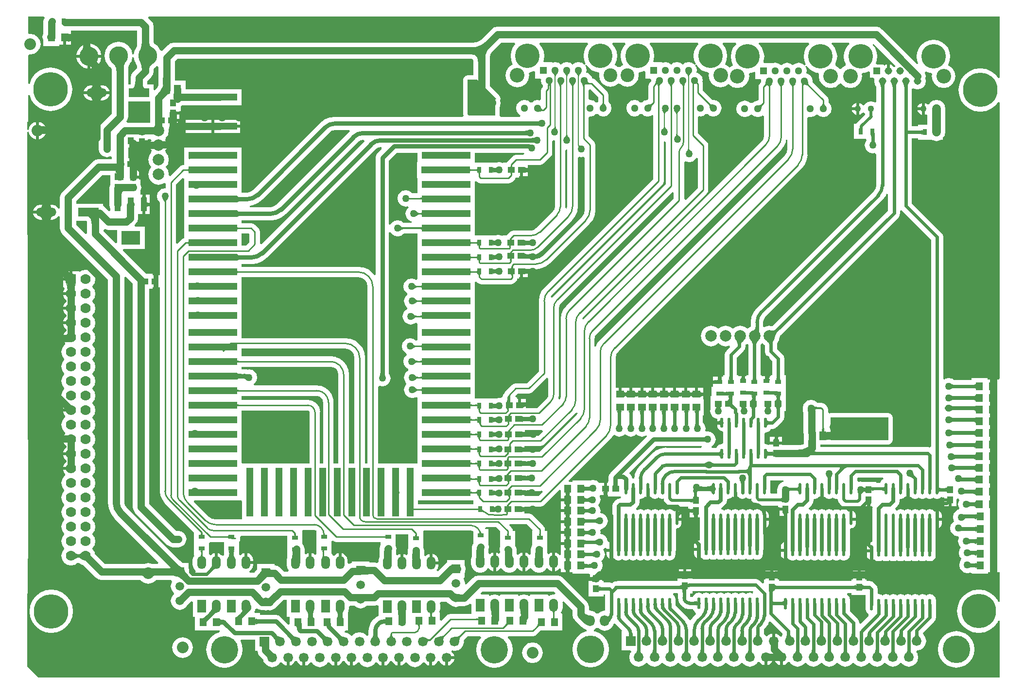
<source format=gtl>
G04*
G04 #@! TF.GenerationSoftware,Altium Limited,Altium Designer,20.0.13 (296)*
G04*
G04 Layer_Physical_Order=1*
G04 Layer_Color=255*
%FSTAX24Y24*%
%MOIN*%
G70*
G01*
G75*
%ADD15C,0.0100*%
%ADD22R,0.0500X0.0550*%
%ADD23R,0.0550X0.0500*%
%ADD24R,0.0472X0.0433*%
%ADD25R,0.0433X0.0315*%
%ADD26R,0.0433X0.0472*%
%ADD27O,0.1400X0.0591*%
%ADD28R,0.1400X0.0591*%
%ADD29R,0.0512X0.0591*%
%ADD30R,0.0315X0.0433*%
%ADD31O,0.0217X0.0709*%
%ADD32R,0.1299X0.0945*%
%ADD33R,0.0394X0.0945*%
%ADD34R,0.0591X0.0512*%
%ADD35O,0.0217X0.0787*%
%ADD36O,0.0217X0.0800*%
%ADD37R,0.3346X0.0472*%
%ADD38R,0.0472X0.3346*%
%ADD81C,0.0500*%
%ADD82C,0.0120*%
%ADD83C,0.0200*%
%ADD84C,0.0100*%
%ADD85C,0.0220*%
%ADD86C,0.0220*%
%ADD87C,0.0300*%
%ADD88C,0.0250*%
%ADD89C,0.0700*%
%ADD90C,0.0080*%
%ADD91C,0.0600*%
%ADD92C,0.0787*%
%ADD93C,0.0512*%
%ADD94C,0.1004*%
%ADD95C,0.1680*%
%ADD96R,0.0512X0.0512*%
%ADD97C,0.0945*%
%ADD98O,0.0650X0.0750*%
%ADD99C,0.0665*%
%ADD100C,0.1890*%
%ADD101R,0.0665X0.0665*%
%ADD102C,0.0800*%
%ADD103C,0.0600*%
%ADD104R,0.0515X0.0515*%
%ADD105C,0.0515*%
%ADD106C,0.0436*%
%ADD107C,0.2362*%
%ADD108C,0.0700*%
%ADD109R,0.0700X0.0700*%
%ADD110C,0.0665*%
%ADD111C,0.1874*%
%ADD112C,0.0598*%
%ADD113R,0.0598X0.0598*%
%ADD114O,0.0600X0.0900*%
%ADD115R,0.0600X0.0900*%
%ADD116C,0.1300*%
%ADD117C,0.0500*%
G36*
X034354Y0769D02*
X034286Y076828D01*
X034226Y076753D01*
X034173Y076675D01*
X034127Y076594D01*
X034088Y07651D01*
X034057Y076423D01*
X034032Y076333D01*
X034014Y076241D01*
X034004Y076145D01*
X034Y076046D01*
X0335Y0759D01*
D01*
X0335D01*
X033495Y075995D01*
X03348Y07608D01*
X033455Y076155D01*
X03342Y07622D01*
X033375Y076275D01*
X03332Y07632D01*
X033255Y076355D01*
X03318Y07638D01*
X033095Y076395D01*
X033Y0764D01*
X033146Y0769D01*
X033245Y076904D01*
X033341Y076914D01*
X033433Y076932D01*
X033523Y076957D01*
X03361Y076988D01*
X033694Y077027D01*
X033775Y077073D01*
X033853Y077126D01*
X033928Y077186D01*
X034Y077254D01*
D01*
X034D01*
X034354Y0769D01*
D02*
G37*
G36*
X003736Y079D02*
X003789Y0789D01*
X003732Y078815D01*
X003689Y0786D01*
Y077826D01*
X003681Y077813D01*
X003638Y077599D01*
X003681Y077384D01*
X0037Y077355D01*
Y076975D01*
X0048D01*
Y077075D01*
X00505D01*
Y07755D01*
X00515D01*
Y07765D01*
X005399D01*
Y077824D01*
X005404Y077819D01*
X005419Y077815D01*
X005444Y077812D01*
X005479Y077809D01*
X0056Y077805D01*
Y078025D01*
X005694Y078039D01*
X010136D01*
Y077105D01*
X010136Y077102D01*
X010131Y077062D01*
X010124Y077021D01*
X010114Y076981D01*
X010103Y076943D01*
X01009Y076907D01*
X010075Y076872D01*
X010058Y076838D01*
X010034Y076798D01*
X010028Y07678D01*
X010017Y076764D01*
X010017Y076763D01*
X009955Y076671D01*
X009901Y076398D01*
X009799D01*
X009745Y076671D01*
X009535Y076985D01*
X009221Y077195D01*
X00885Y077269D01*
X008479Y077195D01*
X008165Y076985D01*
X007955Y076671D01*
X007881Y0763D01*
X007955Y075929D01*
X008165Y075615D01*
X008271Y075544D01*
X008282Y075532D01*
X008313Y075507D01*
X008329Y075491D01*
X008343Y075475D01*
X008355Y075457D01*
X008365Y075438D01*
X008374Y075415D01*
X008382Y075388D01*
X008388Y075356D01*
X008389Y075348D01*
Y072332D01*
X007653Y071597D01*
X007532Y071415D01*
X007515Y071328D01*
X0076Y0712D01*
X007489Y071078D01*
Y0699D01*
X007532Y069685D01*
X007653Y069503D01*
X007835Y069382D01*
X00805Y069339D01*
X008265Y069382D01*
X008301Y069406D01*
X008389Y069359D01*
Y069211D01*
X0075D01*
X007285Y069168D01*
X007103Y069047D01*
X007103Y069047D01*
X005003Y066947D01*
X004882Y066765D01*
X004839Y06655D01*
Y065822D01*
X004739Y065791D01*
X004662Y065907D01*
X004498Y066017D01*
X004305Y066055D01*
X004179D01*
X00419Y066014D01*
X004212Y065957D01*
X00424Y06591D01*
X004272Y065874D01*
X00431Y065848D01*
X004352Y065832D01*
X0044Y065827D01*
X004D01*
Y06555D01*
Y065273D01*
X0044D01*
X004352Y065268D01*
X00431Y065252D01*
X004272Y065226D01*
X00424Y06519D01*
X004212Y065143D01*
X00419Y065086D01*
X004179Y065045D01*
X004305D01*
X004498Y065083D01*
X004662Y065193D01*
X004739Y065309D01*
X004839Y065278D01*
Y06445D01*
X004882Y064235D01*
X005003Y064053D01*
X008139Y060918D01*
Y045614D01*
X008137D01*
X00819Y04521D01*
X008346Y044833D01*
X008595Y044509D01*
X008596Y044511D01*
X011604Y041503D01*
X011566Y041411D01*
X011166D01*
X0109Y041464D01*
X010634Y041411D01*
X007932D01*
X00723Y042113D01*
X007212Y042204D01*
X007069Y042419D01*
Y042481D01*
X007212Y042696D01*
X007263Y04295D01*
X007212Y043204D01*
X007069Y043419D01*
Y043481D01*
X007212Y043696D01*
X007263Y04395D01*
X007212Y044204D01*
X007069Y044419D01*
Y044481D01*
X007212Y044696D01*
X007263Y04495D01*
X007212Y045204D01*
X007069Y045419D01*
Y045481D01*
X007212Y045696D01*
X007263Y04595D01*
X007212Y046204D01*
X007069Y046419D01*
Y046481D01*
X007212Y046696D01*
X007263Y04695D01*
X007212Y047204D01*
X007069Y047419D01*
Y047481D01*
X007212Y047696D01*
X007263Y04795D01*
X007212Y048204D01*
X007069Y048419D01*
Y048481D01*
X007212Y048696D01*
X007263Y04895D01*
X007212Y049204D01*
X007069Y049419D01*
Y049481D01*
X007212Y049696D01*
X007263Y04995D01*
X007212Y050204D01*
X007069Y050419D01*
Y050481D01*
X007212Y050696D01*
X007263Y05095D01*
X007212Y051204D01*
X007069Y051419D01*
Y051481D01*
X007212Y051696D01*
X007263Y05195D01*
X007212Y052204D01*
X007069Y052419D01*
Y052481D01*
X007212Y052696D01*
X007263Y05295D01*
X007212Y053204D01*
X007069Y053419D01*
Y053481D01*
X007212Y053696D01*
X007263Y05395D01*
X007212Y054204D01*
X007069Y054419D01*
Y054481D01*
X007212Y054696D01*
X007263Y05495D01*
X007212Y055204D01*
X007069Y055419D01*
Y055481D01*
X007212Y055696D01*
X007263Y05595D01*
X007212Y056204D01*
X007069Y056419D01*
X007095Y056521D01*
X007212Y056696D01*
X007263Y05695D01*
X007212Y057204D01*
X007095Y057379D01*
X007069Y057481D01*
X007212Y057696D01*
X007263Y05795D01*
X007212Y058204D01*
X007069Y058419D01*
X007095Y058521D01*
X007212Y058696D01*
X007263Y05895D01*
X007212Y059204D01*
X007095Y059379D01*
X007069Y059481D01*
X007212Y059696D01*
X007263Y05995D01*
X007212Y060204D01*
X007095Y060379D01*
X007069Y060481D01*
X007212Y060696D01*
X007263Y06095D01*
X007212Y061204D01*
X007069Y061419D01*
X006854Y061562D01*
X0066Y061613D01*
X006346Y061562D01*
X006207Y061469D01*
X00615Y0615D01*
Y0615D01*
X0057D01*
Y061345D01*
X005742Y061331D01*
X005811Y061313D01*
X00588Y061302D01*
X005949Y061299D01*
X0057Y06105D01*
Y06095D01*
X0056D01*
Y06085D01*
X0055D01*
X005251Y060601D01*
X005949D01*
X00593Y060596D01*
X005913Y060581D01*
X005898Y060556D01*
X005886Y060521D01*
X005875Y060476D01*
X005866Y060421D01*
X005859Y060356D01*
X005851Y060196D01*
X00585Y060101D01*
X00535D01*
X005349Y060196D01*
X005334Y060421D01*
X005325Y060476D01*
X005314Y060521D01*
X005302Y060556D01*
X005287Y060581D01*
X00527Y060596D01*
X005251Y060601D01*
X005248Y06067D01*
X005237Y060739D01*
X005219Y060808D01*
X005205Y06085D01*
X00505D01*
Y0604D01*
X005119D01*
X005172Y0603D01*
X005082Y060165D01*
X005059Y06005D01*
X0056D01*
Y05985D01*
X005059D01*
X005082Y059735D01*
X005203Y059553D01*
X005284Y0595D01*
Y0594D01*
X005203Y059347D01*
X005082Y059165D01*
X005059Y05905D01*
X0056D01*
Y05885D01*
X005059D01*
X005082Y058735D01*
X005203Y058553D01*
X005284Y0585D01*
Y0584D01*
X005203Y058347D01*
X005082Y058165D01*
X005059Y05805D01*
X0056D01*
Y05785D01*
X005059D01*
X005082Y057735D01*
X005203Y057553D01*
X005284Y0575D01*
Y0574D01*
X005203Y057347D01*
X005082Y057165D01*
X005059Y05705D01*
X0056D01*
Y05685D01*
X005059D01*
X005082Y056735D01*
X005188Y056577D01*
X005187Y056456D01*
X005131Y056419D01*
X004988Y056204D01*
X004937Y05595D01*
X004988Y055696D01*
X005131Y055481D01*
Y055419D01*
X004988Y055204D01*
X004937Y05495D01*
X004988Y054696D01*
X005131Y054481D01*
Y054419D01*
X004988Y054204D01*
X004937Y05395D01*
X004988Y053696D01*
X005131Y053481D01*
Y053419D01*
X004988Y053204D01*
X004937Y05295D01*
X004988Y052696D01*
X005131Y052481D01*
X005187Y052444D01*
X005188Y052323D01*
X005082Y052165D01*
X005059Y05205D01*
X0056D01*
Y05185D01*
X005059D01*
X005082Y051735D01*
X005188Y051577D01*
X005187Y051456D01*
X005131Y051419D01*
X004988Y051204D01*
X004937Y05095D01*
X004988Y050696D01*
X005131Y050481D01*
X005187Y050444D01*
X005188Y050323D01*
X005082Y050165D01*
X005059Y05005D01*
X0056D01*
Y04985D01*
X005059D01*
X005082Y049735D01*
X005203Y049553D01*
X005283Y0495D01*
Y0494D01*
X005203Y049347D01*
X005082Y049165D01*
X005059Y04905D01*
X0056D01*
Y04885D01*
X005059D01*
X005082Y048735D01*
X005203Y048553D01*
X005283Y0485D01*
Y0484D01*
X005203Y048347D01*
X005082Y048165D01*
X005059Y04805D01*
X0056D01*
Y04785D01*
X005059D01*
X005082Y047735D01*
X005188Y047577D01*
X005187Y047456D01*
X005131Y047419D01*
X004988Y047204D01*
X004937Y04695D01*
X004988Y046696D01*
X005131Y046481D01*
Y046419D01*
X004988Y046204D01*
X004937Y04595D01*
X004988Y045696D01*
X005131Y045481D01*
Y045419D01*
X004988Y045204D01*
X004937Y04495D01*
X004988Y044696D01*
X005131Y044481D01*
Y044419D01*
X004988Y044204D01*
X004937Y04395D01*
X004988Y043696D01*
X005131Y043481D01*
Y043419D01*
X004988Y043204D01*
X004937Y04295D01*
X004988Y042696D01*
X005131Y042481D01*
Y042419D01*
X004988Y042204D01*
X004937Y04195D01*
X004988Y041696D01*
X005131Y041481D01*
X005346Y041338D01*
X0056Y041287D01*
X005854Y041338D01*
X00603Y041456D01*
X006131Y041481D01*
X006346Y041338D01*
X006437Y04132D01*
X007303Y040453D01*
X007485Y040332D01*
X0077Y040289D01*
X010366D01*
X010395Y040245D01*
X010627Y040091D01*
X0109Y040036D01*
X011173Y040091D01*
X011405Y040245D01*
X011434Y040289D01*
X012451D01*
Y040251D01*
X012491D01*
X012538Y040163D01*
X012486Y040084D01*
X012439Y03985D01*
X012486Y039616D01*
X012618Y039418D01*
X012645Y0394D01*
Y0393D01*
X012618Y039282D01*
X012486Y039084D01*
X012439Y03885D01*
X012486Y038616D01*
X012618Y038418D01*
X012816Y038286D01*
X01305Y038239D01*
X013284Y038286D01*
X013482Y038418D01*
X013571Y038552D01*
X01385Y03883D01*
X01395Y038789D01*
Y03775D01*
X0141D01*
Y036825D01*
X015753D01*
X01576Y036823D01*
X015771Y036824D01*
X015802Y036817D01*
X015803Y036816D01*
X015799Y03677D01*
X015773Y036706D01*
X015492Y03659D01*
X015234Y036391D01*
X015036Y036133D01*
X014911Y035832D01*
X014869Y035509D01*
X014911Y035186D01*
X015036Y034885D01*
X015234Y034627D01*
X015492Y034429D01*
X015793Y034304D01*
X016116Y034261D01*
X016439Y034304D01*
X01674Y034429D01*
X016999Y034627D01*
X017197Y034885D01*
X017321Y035186D01*
X017364Y035509D01*
X017321Y035832D01*
X017214Y036091D01*
X017269Y036191D01*
X018224D01*
Y035435D01*
X018382D01*
X018421Y035241D01*
X018543Y035059D01*
X018781Y034821D01*
X018804Y034703D01*
X018944Y034494D01*
X019153Y034354D01*
X0194Y034305D01*
X019647Y034354D01*
X019856Y034494D01*
X019943Y034625D01*
X020064D01*
X020103Y034566D01*
X020279Y034448D01*
X020387Y034427D01*
Y03495D01*
X020587D01*
Y034427D01*
X020695Y034448D01*
X020871Y034566D01*
X020975Y034721D01*
X021014Y03473D01*
X021047D01*
X021086Y034721D01*
X02119Y034566D01*
X021366Y034448D01*
X021474Y034427D01*
Y03495D01*
X021674D01*
Y034427D01*
X021782Y034448D01*
X021958Y034566D01*
X021997Y034625D01*
X022117D01*
X022205Y034494D01*
X022414Y034354D01*
X022661Y034305D01*
X022908Y034354D01*
X023117Y034494D01*
X023204Y034625D01*
X023325D01*
X023364Y034566D01*
X02354Y034448D01*
X023648Y034427D01*
Y03495D01*
X023848D01*
Y034427D01*
X023956Y034448D01*
X024132Y034566D01*
X024236Y034721D01*
X024275Y03473D01*
X024308D01*
X024347Y034721D01*
X024451Y034566D01*
X024627Y034448D01*
X024735Y034427D01*
Y03495D01*
X024935D01*
Y034427D01*
X025043Y034448D01*
X025219Y034566D01*
X025258Y034625D01*
X025378D01*
X025466Y034494D01*
X025675Y034354D01*
X025922Y034305D01*
X026169Y034354D01*
X026378Y034494D01*
X026465Y034625D01*
X026586D01*
X026625Y034566D01*
X026801Y034448D01*
X026909Y034427D01*
Y03495D01*
X027109D01*
Y034427D01*
X027217Y034448D01*
X027393Y034566D01*
X027497Y034721D01*
X027536Y03473D01*
X027569D01*
X027608Y034721D01*
X027712Y034566D01*
X027888Y034448D01*
X027996Y034427D01*
Y03495D01*
X028196D01*
Y034427D01*
X028304Y034448D01*
X02848Y034566D01*
X028519Y034625D01*
X02864D01*
X028727Y034494D01*
X028936Y034354D01*
X029183Y034305D01*
X02943Y034354D01*
X029639Y034494D01*
X029727Y034625D01*
X029847D01*
X029886Y034566D01*
X030062Y034448D01*
X03017Y034427D01*
Y03495D01*
X03037D01*
Y034427D01*
X030478Y034448D01*
X030654Y034566D01*
X030758Y034721D01*
X030797Y03473D01*
X03083D01*
X030869Y034721D01*
X030973Y034566D01*
X031149Y034448D01*
X031257Y034427D01*
Y03495D01*
X031357D01*
Y03505D01*
X03188D01*
X031859Y035158D01*
X031741Y035334D01*
X031701Y035361D01*
X03174Y035455D01*
X031901Y035423D01*
X032147Y035472D01*
X032357Y035612D01*
X032496Y035821D01*
X032546Y036068D01*
X032539Y0361D01*
X032539Y03611D01*
X032544Y036179D01*
X032546Y036199D01*
X032549Y036212D01*
X03278Y036443D01*
X033672D01*
X033721Y036343D01*
X03356Y036133D01*
X033436Y035832D01*
X033393Y035509D01*
X033436Y035186D01*
X03356Y034885D01*
X033758Y034627D01*
X034017Y034429D01*
X034318Y034304D01*
X034641Y034261D01*
X034964Y034304D01*
X035265Y034429D01*
X035523Y034627D01*
X035721Y034885D01*
X035846Y035186D01*
X035888Y035509D01*
X035846Y035832D01*
X035721Y036133D01*
X03556Y036343D01*
X035609Y036443D01*
X037275D01*
X037412Y03647D01*
X037527Y036548D01*
X037805Y036825D01*
X0393D01*
Y037975D01*
X039244D01*
X039197Y038063D01*
X039265Y038166D01*
X039312Y0384D01*
Y0387D01*
X039298Y038767D01*
X039391Y038816D01*
X039989Y038218D01*
Y037918D01*
X040032Y037703D01*
X040153Y037521D01*
X040493Y037182D01*
X040557Y037139D01*
X040634Y03707D01*
X040641Y037065D01*
X040647Y037059D01*
X040695Y03702D01*
X040707Y037013D01*
X040717Y037004D01*
X04075Y036981D01*
X040792Y036964D01*
X040832Y036943D01*
X040836Y036941D01*
X040956Y036861D01*
X040965Y036859D01*
X040962Y036758D01*
X04091Y036751D01*
X040607Y036626D01*
X040347Y036426D01*
X040148Y036166D01*
X040022Y035864D01*
X03998Y035539D01*
X040022Y035214D01*
X040148Y034911D01*
X040347Y034651D01*
X040607Y034451D01*
X04091Y034326D01*
X041235Y034283D01*
X04156Y034326D01*
X041863Y034451D01*
X042123Y034651D01*
X042323Y034911D01*
X042448Y035214D01*
X042491Y035539D01*
X042448Y035864D01*
X042323Y036166D01*
X042123Y036426D01*
X041863Y036626D01*
X04156Y036751D01*
X041465Y036764D01*
X041449Y036837D01*
X041452Y036867D01*
X041643Y036994D01*
X041674Y037006D01*
X041736D01*
X041767Y036994D01*
X041966Y036861D01*
X04221Y036813D01*
X042454Y036861D01*
X042661Y036999D01*
X042799Y037206D01*
X04281Y037261D01*
X042826Y037291D01*
X042926Y037294D01*
X042973Y037223D01*
X042979Y037229D01*
X043384Y036825D01*
X043346Y036733D01*
X043346D01*
Y035467D01*
X043967D01*
X04402Y035367D01*
X043928Y035229D01*
X043879Y034982D01*
X043928Y034735D01*
X044068Y034526D01*
X044277Y034386D01*
X044524Y034337D01*
X04477Y034386D01*
X04498Y034526D01*
X045019Y034584D01*
X045119D01*
X045158Y034526D01*
X045367Y034386D01*
X045614Y034337D01*
X045861Y034386D01*
X04607Y034526D01*
X046109Y034584D01*
X046209D01*
X046249Y034526D01*
X046458Y034386D01*
X046705Y034337D01*
X046952Y034386D01*
X047161Y034526D01*
X0472Y034584D01*
X0473D01*
X047339Y034526D01*
X047548Y034386D01*
X047795Y034337D01*
X048042Y034386D01*
X048251Y034526D01*
X048291Y034584D01*
X048391D01*
X04843Y034526D01*
X048639Y034386D01*
X048886Y034337D01*
X049133Y034386D01*
X049342Y034526D01*
X049381Y034584D01*
X049481D01*
X04952Y034526D01*
X04973Y034386D01*
X049976Y034337D01*
X050223Y034386D01*
X050433Y034526D01*
X050472Y034584D01*
X050572D01*
X050611Y034526D01*
X05082Y034386D01*
X051067Y034337D01*
X051314Y034386D01*
X051523Y034526D01*
X051562Y034584D01*
X051662D01*
X051701Y034526D01*
X051911Y034386D01*
X052157Y034337D01*
X052404Y034386D01*
X052614Y034526D01*
X052703Y034659D01*
X052823D01*
X052864Y034598D01*
X05304Y03448D01*
X053148Y034459D01*
Y034982D01*
X053348D01*
Y034459D01*
X053456Y03448D01*
X053632Y034598D01*
X053738Y034757D01*
X053789Y034766D01*
X053797D01*
X053848Y034757D01*
X053955Y034598D01*
X054131Y03448D01*
X054239Y034459D01*
Y034982D01*
X054439D01*
Y034459D01*
X054546Y03448D01*
X054723Y034598D01*
X054764Y034659D01*
X054884D01*
X054973Y034526D01*
X055182Y034386D01*
X055429Y034337D01*
X055676Y034386D01*
X055885Y034526D01*
X055924Y034584D01*
X056024D01*
X056064Y034526D01*
X056273Y034386D01*
X05652Y034337D01*
X056767Y034386D01*
X056976Y034526D01*
X057015Y034584D01*
X057115D01*
X057154Y034526D01*
X057363Y034386D01*
X05761Y034337D01*
X057857Y034386D01*
X058066Y034526D01*
X058106Y034584D01*
X058206D01*
X058245Y034526D01*
X058454Y034386D01*
X058701Y034337D01*
X058948Y034386D01*
X059157Y034526D01*
X059196Y034584D01*
X059296D01*
X059335Y034526D01*
X059544Y034386D01*
X059791Y034337D01*
X060038Y034386D01*
X060247Y034526D01*
X060287Y034584D01*
X060387D01*
X060426Y034526D01*
X060635Y034386D01*
X060882Y034337D01*
X061129Y034386D01*
X061338Y034526D01*
X061377Y034584D01*
X061477D01*
X061516Y034526D01*
X061726Y034386D01*
X061972Y034337D01*
X062219Y034386D01*
X062429Y034526D01*
X062468Y034584D01*
X062568D01*
X062607Y034526D01*
X062816Y034386D01*
X063063Y034337D01*
X06331Y034386D01*
X063519Y034526D01*
X063659Y034735D01*
X063708Y034982D01*
X063659Y035229D01*
X063571Y03536D01*
X063588Y035402D01*
X063626Y035458D01*
X063855Y035504D01*
X064064Y035644D01*
X064204Y035853D01*
X064253Y0361D01*
X064204Y036347D01*
X064064Y036556D01*
X064054Y036563D01*
X06404Y036666D01*
X064796Y037421D01*
X064886Y037557D01*
X064918Y037717D01*
Y038609D01*
X064916Y038618D01*
Y038901D01*
X064885Y03906D01*
X064794Y039196D01*
X064659Y039286D01*
X0645Y039317D01*
X064341Y039286D01*
X06425Y039225D01*
X064159Y039286D01*
X064Y039317D01*
X063841Y039286D01*
X06375Y039225D01*
X063659Y039286D01*
X0635Y039317D01*
X063341Y039286D01*
X06325Y039225D01*
X063159Y039286D01*
X063Y039317D01*
X062841Y039286D01*
X06275Y039225D01*
X062659Y039286D01*
X0625Y039317D01*
X062341Y039286D01*
X06225Y039225D01*
X062159Y039286D01*
X062Y039317D01*
X061841Y039286D01*
X06175Y039225D01*
X061659Y039286D01*
X0615Y039317D01*
X061341Y039286D01*
X06125Y039225D01*
X061159Y039286D01*
X061Y039317D01*
X060995Y039317D01*
X060918Y03938D01*
Y039671D01*
X060886Y039831D01*
X060796Y039967D01*
X060667Y040096D01*
X060531Y040186D01*
X060371Y040218D01*
X060167D01*
Y040336D01*
X060067D01*
Y0404D01*
X059233D01*
Y040336D01*
X059133D01*
Y040218D01*
X054167D01*
Y040336D01*
X054067D01*
Y0404D01*
X053233D01*
Y040336D01*
X053133D01*
Y040088D01*
X053041Y04005D01*
X052846Y040246D01*
X05271Y040336D01*
X05255Y040368D01*
X048217D01*
Y040436D01*
X048117D01*
Y0405D01*
X0477D01*
X047283D01*
Y040436D01*
X047183D01*
Y040218D01*
X04315D01*
Y040219D01*
X042962Y040194D01*
X042873Y040183D01*
X042865Y040179D01*
X042816Y040163D01*
X042692Y040079D01*
X042681Y040086D01*
X042521Y040118D01*
X042117D01*
Y040236D01*
X042017D01*
Y0403D01*
X0416D01*
X041385D01*
X041385Y040165D01*
X041382Y040179D01*
X041376Y040192D01*
X041365Y040203D01*
X041349Y040213D01*
X04133Y040221D01*
X041305Y040228D01*
X041277Y040233D01*
X041244Y040237D01*
X041206Y040239D01*
X041183Y04024D01*
Y040236D01*
X041083D01*
Y039164D01*
X042117D01*
Y039282D01*
X042232D01*
Y038659D01*
Y038205D01*
X04221Y038187D01*
X041966Y038139D01*
X041767Y038006D01*
X041736Y037994D01*
X041674D01*
X041643Y038006D01*
X041444Y038139D01*
X0412Y038187D01*
X041116Y038252D01*
X041111Y03826D01*
Y03845D01*
X041068Y038665D01*
X040947Y038847D01*
X039347Y040447D01*
X039165Y040568D01*
X03895Y040611D01*
X03355D01*
X033335Y040568D01*
X033153Y040447D01*
X032696Y03999D01*
X032608Y040037D01*
X032611Y04005D01*
X032564Y040284D01*
X032512Y040363D01*
X032559Y040451D01*
X032599D01*
Y040807D01*
X032619Y040836D01*
X032662Y041051D01*
X032619Y041265D01*
X032599Y041295D01*
Y041649D01*
X031401D01*
Y041512D01*
X031304Y041447D01*
X030749Y040892D01*
X030671Y040956D01*
X030771Y041105D01*
X03081Y0413D01*
Y04135D01*
X0303D01*
Y04145D01*
X0302D01*
Y04209D01*
X030105Y042071D01*
X02994Y04196D01*
X029925Y041939D01*
X029823Y041966D01*
X029811Y042166D01*
Y042324D01*
X029768Y042539D01*
X029767Y042541D01*
Y042693D01*
Y043607D01*
X029767D01*
X029801Y043693D01*
X033D01*
Y043686D01*
X033129Y043661D01*
X033183Y043624D01*
Y042893D01*
Y042792D01*
X033132Y042715D01*
X033089Y0425D01*
Y042091D01*
X033087Y041992D01*
X033083Y041923D01*
X033038Y0417D01*
Y0414D01*
X033085Y041166D01*
X033217Y040967D01*
X033416Y040835D01*
X03365Y040788D01*
X033884Y040835D01*
X034083Y040967D01*
X03416Y041083D01*
X03426D01*
X03429Y04104D01*
X034455Y040929D01*
X03455Y04091D01*
Y04155D01*
Y04219D01*
X034455Y042171D01*
X034321Y042081D01*
X034218Y04212D01*
X034217Y042159D01*
Y042333D01*
X034218Y042335D01*
X034261Y04255D01*
X034218Y042765D01*
X034217Y042767D01*
Y042893D01*
Y043807D01*
X034026D01*
X034005Y043843D01*
X034061Y043943D01*
X034752D01*
X03497Y043726D01*
X035033Y043657D01*
X035033D01*
X035033Y043657D01*
Y042743D01*
Y042617D01*
X035032Y042615D01*
X034989Y0424D01*
X035032Y042185D01*
X034956Y042124D01*
X034933Y042112D01*
X034845Y042171D01*
X03475Y04219D01*
Y04155D01*
Y04091D01*
X034845Y040929D01*
X03501Y04104D01*
X03504Y041083D01*
X03514D01*
X035217Y040967D01*
X035416Y040835D01*
X03565Y040788D01*
X035884Y040835D01*
X036083Y040967D01*
X03616Y041083D01*
X03626D01*
X03629Y04104D01*
X036455Y040929D01*
X03655Y04091D01*
Y04155D01*
Y04219D01*
X036455Y042171D01*
X03629Y04206D01*
X036271Y042033D01*
X036169Y04206D01*
X036161Y042203D01*
Y04235D01*
X036161Y04235D01*
X036118Y042565D01*
X036067Y042642D01*
Y042743D01*
Y043657D01*
X035905D01*
X03588Y043787D01*
X035802Y043902D01*
X03565Y044055D01*
X035688Y044147D01*
X036852D01*
X037265Y043734D01*
X037233Y043657D01*
X037233D01*
Y042692D01*
X037182Y042615D01*
X037139Y0424D01*
Y042091D01*
X037138Y042049D01*
X037038Y042019D01*
X03701Y04206D01*
X036845Y042171D01*
X03675Y04219D01*
Y04155D01*
Y04091D01*
X036845Y040929D01*
X03701Y04104D01*
X037055Y041106D01*
X037175Y041106D01*
X037267Y040967D01*
X037466Y040835D01*
X0377Y040788D01*
X037934Y040835D01*
X038133Y040967D01*
X03821Y041083D01*
X03831D01*
X03834Y04104D01*
X038505Y040929D01*
X0386Y04091D01*
Y04155D01*
Y04219D01*
X038505Y042171D01*
X038371Y042081D01*
X038268Y04212D01*
X038267Y042159D01*
Y042743D01*
Y043657D01*
X038107D01*
Y043754D01*
X03808Y043891D01*
X038002Y044007D01*
X037252Y044757D01*
X037137Y044834D01*
X037Y044861D01*
X036686D01*
Y044996D01*
X036593Y04499D01*
X03656Y044984D01*
X036533Y044976D01*
X036512Y044968D01*
X036497Y044958D01*
X036488Y044947D01*
X036485Y044935D01*
Y04505D01*
X03625D01*
Y04525D01*
X036485D01*
Y045365D01*
X036488Y045353D01*
X036497Y045342D01*
X036512Y045332D01*
X036533Y045324D01*
X03656Y045316D01*
X036593Y04531D01*
X036632Y045306D01*
X036686Y045303D01*
Y045343D01*
X0378D01*
X037937Y04537D01*
X038052Y045448D01*
X039108Y046503D01*
X0392Y046465D01*
Y046075D01*
Y0459D01*
X03965D01*
Y0457D01*
X0392D01*
Y045325D01*
Y04515D01*
X03965D01*
Y04495D01*
X0392D01*
Y044575D01*
Y0444D01*
X03965D01*
Y0442D01*
X0392D01*
Y043825D01*
Y04365D01*
X03965D01*
Y04345D01*
X0392D01*
Y043075D01*
Y0429D01*
X03965D01*
Y0427D01*
X0392D01*
Y042325D01*
Y042032D01*
X0391Y042001D01*
X03906Y04206D01*
X038895Y042171D01*
X0388Y04219D01*
Y04155D01*
Y04091D01*
X038895Y040929D01*
X03906Y04104D01*
X0391Y041099D01*
X0392Y041068D01*
Y040825D01*
X03954D01*
X039539Y040848D01*
X039536Y040886D01*
X03953Y040919D01*
X039522Y040948D01*
X039513Y040972D01*
X0395Y040992D01*
X039486Y041007D01*
X03947Y041019D01*
X039451Y041025D01*
X03943Y041027D01*
X03955D01*
Y0413D01*
X03975D01*
Y041027D01*
X03987D01*
X039849Y041025D01*
X03983Y041019D01*
X039814Y041007D01*
X0398Y040992D01*
X039787Y040972D01*
X039778Y040948D01*
X03977Y040919D01*
X039764Y040886D01*
X039761Y040848D01*
X03976Y040825D01*
X04D01*
Y040725D01*
X0411D01*
X041183Y040685D01*
Y0405D01*
X041351D01*
X041366Y040514D01*
X041377Y04053D01*
X041384Y040549D01*
X041386Y04057D01*
X041386Y0405D01*
X0416D01*
X042017D01*
Y040836D01*
X041962D01*
X041918Y040936D01*
X042018Y041085D01*
X042061Y0413D01*
X042018Y041515D01*
X041963Y041597D01*
X042047Y041653D01*
X042168Y041835D01*
X042211Y04205D01*
X042168Y042265D01*
X042082Y042394D01*
X042236Y042496D01*
X042284Y042484D01*
X042336Y042457D01*
Y042441D01*
X04265D01*
Y042341D01*
X042717D01*
X042734Y042255D01*
Y042049D01*
X04275Y041967D01*
Y041754D01*
X04277Y041758D01*
X042827Y041797D01*
X042856Y041754D01*
X042991Y041664D01*
X04315Y041633D01*
X043309Y041664D01*
X0434Y041725D01*
X043491Y041664D01*
X04365Y041633D01*
X043809Y041664D01*
X0439Y041725D01*
X043991Y041664D01*
X04415Y041633D01*
X044309Y041664D01*
X0444Y041725D01*
X044491Y041664D01*
X04465Y041633D01*
X044809Y041664D01*
X0449Y041725D01*
X044991Y041664D01*
X04515Y041633D01*
X045309Y041664D01*
X0454Y041725D01*
X045491Y041664D01*
X04565Y041633D01*
X045809Y041664D01*
X0459Y041725D01*
X045991Y041664D01*
X04615Y041633D01*
X046309Y041664D01*
X0464Y041725D01*
X046491Y041664D01*
X04665Y041633D01*
X046809Y041664D01*
X046944Y041754D01*
X047035Y04189D01*
X047066Y042049D01*
Y042255D01*
X047083Y042341D01*
Y043796D01*
X04715Y04385D01*
X04727Y043874D01*
X047372Y043942D01*
X04744Y044044D01*
X047464Y044165D01*
Y04435D01*
X04715D01*
Y04445D01*
X047083D01*
X047066Y044536D01*
Y044735D01*
X04705Y044817D01*
Y04503D01*
X04703Y045026D01*
X046973Y044988D01*
X046944Y04503D01*
X046809Y04512D01*
X04665Y045152D01*
X046491Y04512D01*
X0464Y045059D01*
X046309Y04512D01*
X04615Y045152D01*
X045991Y04512D01*
X0459Y045059D01*
X045809Y04512D01*
X04565Y045152D01*
X045491Y04512D01*
X0454Y045059D01*
X045309Y04512D01*
X04515Y045152D01*
X044991Y04512D01*
X0449Y045059D01*
X044809Y04512D01*
X04465Y045152D01*
X044491Y04512D01*
X044444Y045089D01*
X044362Y045128D01*
X044347Y04523D01*
X044456Y04534D01*
X04455Y045481D01*
X044583Y045646D01*
Y04582D01*
X04465Y045874D01*
X044809Y045906D01*
X044944Y045996D01*
X044973Y046038D01*
X04503Y046D01*
X04505Y045996D01*
Y046209D01*
X045066Y046291D01*
Y046567D01*
X045068Y046576D01*
X045232D01*
X045234Y046567D01*
Y046291D01*
X04525Y046209D01*
Y045996D01*
X04527Y046D01*
X045327Y046038D01*
X045356Y045996D01*
X045491Y045906D01*
X04565Y045874D01*
X045809Y045906D01*
X0459Y045967D01*
X045991Y045906D01*
X04615Y045874D01*
X046244Y045893D01*
X046273Y045744D01*
X046362Y045612D01*
X046512Y045462D01*
X046644Y045373D01*
X0468Y045342D01*
X0468Y045342D01*
X047933D01*
Y045214D01*
X048033D01*
Y04516D01*
X048057Y045161D01*
X048094Y045164D01*
X048127Y04517D01*
X048156Y045178D01*
X048181Y045188D01*
X0482Y0452D01*
X048216Y045214D01*
X048227Y04523D01*
X048234Y045249D01*
X048236Y04527D01*
Y04515D01*
X04845D01*
Y04505D01*
X04855D01*
Y044815D01*
X048665D01*
X048648Y044812D01*
X048633Y044805D01*
X048619Y044792D01*
X048608Y044775D01*
X048598Y044752D01*
X048589Y044725D01*
X048583Y044692D01*
X048579Y044655D01*
X048576Y044614D01*
X048717D01*
Y043051D01*
X04865Y042997D01*
X048583Y042983D01*
X048597Y042969D01*
X048737Y042808D01*
X048749Y042787D01*
X048752Y042773D01*
X048745Y042766D01*
X048729Y042767D01*
X048704Y042776D01*
X048543Y04253D01*
X048551Y042549D01*
X048554Y04257D01*
X04855Y042594D01*
X048541Y042622D01*
X048526Y042652D01*
X048506Y042685D01*
X048479Y042722D01*
X048447Y042761D01*
X04838Y042833D01*
X04836Y042803D01*
X048336Y042682D01*
Y042491D01*
X04865D01*
Y042391D01*
X048717D01*
X048734Y042305D01*
Y042099D01*
X04875Y042017D01*
Y041804D01*
X04877Y041808D01*
X048827Y041847D01*
X048856Y041804D01*
X048991Y041714D01*
X04915Y041683D01*
X049309Y041714D01*
X0494Y041775D01*
X049491Y041714D01*
X04965Y041683D01*
X049809Y041714D01*
X0499Y041775D01*
X049991Y041714D01*
X05015Y041683D01*
X050309Y041714D01*
X0504Y041775D01*
X050491Y041714D01*
X05065Y041683D01*
X050809Y041714D01*
X0509Y041775D01*
X050991Y041714D01*
X05115Y041683D01*
X051309Y041714D01*
X0514Y041775D01*
X051491Y041714D01*
X05165Y041683D01*
X051809Y041714D01*
X0519Y041775D01*
X051991Y041714D01*
X05215Y041683D01*
X052309Y041714D01*
X0524Y041775D01*
X052491Y041714D01*
X05265Y041683D01*
X052809Y041714D01*
X052944Y041804D01*
X053035Y04194D01*
X053066Y042099D01*
Y042305D01*
X053083Y042391D01*
Y043796D01*
X05315Y04385D01*
X05327Y043874D01*
X053372Y043942D01*
X05344Y044044D01*
X053464Y044165D01*
Y04435D01*
X05315D01*
Y04445D01*
X053083D01*
X053066Y044536D01*
Y044735D01*
X05305Y044817D01*
Y04503D01*
X05303Y045026D01*
X052973Y044988D01*
X052944Y04503D01*
X052809Y04512D01*
X05265Y045152D01*
X052491Y04512D01*
X0524Y045059D01*
X052309Y04512D01*
X05215Y045152D01*
X051991Y04512D01*
X0519Y045059D01*
X051809Y04512D01*
X05165Y045152D01*
X051491Y04512D01*
X0514Y045059D01*
X051309Y04512D01*
X05115Y045152D01*
X050991Y04512D01*
X0509Y045059D01*
X050809Y04512D01*
X05065Y045152D01*
X050491Y04512D01*
X0504Y045059D01*
X050309Y04512D01*
X050213Y045139D01*
X050198Y045244D01*
X05031Y045319D01*
X050456Y045465D01*
X05055Y045606D01*
X050583Y045771D01*
Y04582D01*
X05065Y045874D01*
X050809Y045906D01*
X050944Y045996D01*
X050973Y046038D01*
X05103Y046D01*
X05105Y045996D01*
Y046209D01*
X051066Y046291D01*
Y046567D01*
X051068Y046576D01*
X051232D01*
Y046313D01*
X051234Y046304D01*
Y046291D01*
X05125Y046209D01*
Y045996D01*
X05127Y046D01*
X051327Y046038D01*
X051356Y045996D01*
X051491Y045906D01*
X05165Y045874D01*
X051809Y045906D01*
X0519Y045967D01*
X051991Y045906D01*
X05215Y045874D01*
X052249Y045894D01*
X052273Y045771D01*
X052362Y045639D01*
X052479Y045522D01*
X052479Y045522D01*
X052611Y045433D01*
X052767Y045402D01*
X054083D01*
Y045314D01*
X054183D01*
Y04525D01*
X0546D01*
Y04505D01*
X054183D01*
Y044714D01*
X05449D01*
X054489Y044737D01*
X054486Y044774D01*
X054481Y044807D01*
X054473Y044836D01*
X054464Y04486D01*
X054452Y04488D01*
X054438Y044895D01*
X054423Y044906D01*
X054405Y044913D01*
X054385Y044915D01*
X054815D01*
X054795Y044913D01*
X054777Y044906D01*
X054762Y044895D01*
X054748Y04488D01*
X054736Y04486D01*
X054727Y044836D01*
X054719Y044807D01*
X054714Y044774D01*
X054711Y044737D01*
X05471Y044695D01*
X054667D01*
Y043552D01*
X05471Y0435D01*
X054667Y043404D01*
Y042992D01*
X0546Y042937D01*
X05448Y042913D01*
X054378Y042845D01*
X05431Y042743D01*
X054286Y042623D01*
Y042431D01*
X0546D01*
Y042331D01*
X054667D01*
X054684Y042245D01*
Y042074D01*
X05471D01*
X054711Y041982D01*
X054727Y041753D01*
X054777Y041787D01*
X054806Y041745D01*
X054941Y041655D01*
X0551Y041623D01*
X055259Y041655D01*
X05535Y041715D01*
X055441Y041655D01*
X0556Y041623D01*
X055759Y041655D01*
X05585Y041715D01*
X055941Y041655D01*
X0561Y041623D01*
X056259Y041655D01*
X05635Y041715D01*
X056441Y041655D01*
X0566Y041623D01*
X056759Y041655D01*
X05685Y041715D01*
X056941Y041655D01*
X0571Y041623D01*
X057259Y041655D01*
X05735Y041715D01*
X057441Y041655D01*
X0576Y041623D01*
X057759Y041655D01*
X05785Y041715D01*
X057941Y041655D01*
X0581Y041623D01*
X058259Y041655D01*
X05835Y041715D01*
X058441Y041655D01*
X0586Y041623D01*
X058759Y041655D01*
X058894Y041745D01*
X058985Y04188D01*
X059016Y042039D01*
Y042245D01*
X059033Y042331D01*
Y043796D01*
X0591Y04385D01*
X05922Y043874D01*
X059322Y043942D01*
X05939Y044044D01*
X059414Y044165D01*
Y04435D01*
X0591D01*
Y04445D01*
X059033D01*
X059016Y044536D01*
Y044735D01*
X059Y044817D01*
Y04503D01*
X05898Y045026D01*
X058923Y044988D01*
X058894Y04503D01*
X058759Y04512D01*
X0586Y045152D01*
X058441Y04512D01*
X05835Y045059D01*
X058259Y04512D01*
X0581Y045152D01*
X057941Y04512D01*
X05785Y045059D01*
X057759Y04512D01*
X0576Y045152D01*
X057441Y04512D01*
X05735Y045059D01*
X057259Y04512D01*
X0571Y045152D01*
X056941Y04512D01*
X05685Y045059D01*
X056759Y04512D01*
X0566Y045152D01*
X056441Y04512D01*
X05635Y045059D01*
X056259Y04512D01*
X056216Y045129D01*
X056187Y045224D01*
X056406Y045444D01*
X0565Y045584D01*
X056533Y04575D01*
Y04582D01*
X0566Y045874D01*
X056759Y045906D01*
X056894Y045996D01*
X056923Y046038D01*
X05698Y046D01*
X057Y045996D01*
Y046209D01*
X057016Y046291D01*
Y046567D01*
X057018Y046576D01*
X057182D01*
X057184Y046567D01*
Y046291D01*
X0572Y046209D01*
Y045996D01*
X05722Y046D01*
X057277Y046038D01*
X057306Y045996D01*
X057441Y045906D01*
X0576Y045874D01*
X057759Y045906D01*
X05785Y045967D01*
X057941Y045906D01*
X0581Y045874D01*
X058118Y045878D01*
X058192Y045817D01*
X058192Y045817D01*
X058223Y045661D01*
X058312Y045529D01*
X058429Y045412D01*
X058429Y045412D01*
X058561Y045323D01*
X058717Y045292D01*
X05955D01*
X05955Y045292D01*
X059706Y045323D01*
X059783Y045375D01*
X059883Y045364D01*
Y045364D01*
X06019D01*
X060189Y045387D01*
X060186Y045424D01*
X060181Y045457D01*
X060173Y045486D01*
X060164Y04551D01*
X060152Y04553D01*
X060138Y045545D01*
X060123Y045556D01*
X060105Y045563D01*
X060085Y045565D01*
X0602D01*
Y0458D01*
X0604D01*
Y045565D01*
X060515D01*
X060495Y045563D01*
X060477Y045556D01*
X060462Y045545D01*
X060448Y04553D01*
X060436Y04551D01*
X060427Y045486D01*
X060419Y045457D01*
X060414Y045424D01*
X060411Y045387D01*
X06041Y045364D01*
X06052D01*
X060584Y045286D01*
X060567Y0452D01*
Y042951D01*
X0605Y042897D01*
X06038Y042873D01*
X060278Y042805D01*
X06021Y042703D01*
X060186Y042582D01*
Y042391D01*
X0605D01*
Y042291D01*
X060567D01*
X060584Y042205D01*
Y041999D01*
X0606Y041917D01*
Y041704D01*
X06062Y041708D01*
X060677Y041747D01*
X060706Y041704D01*
X060841Y041614D01*
X061Y041583D01*
X061159Y041614D01*
X06125Y041675D01*
X061341Y041614D01*
X0615Y041583D01*
X061659Y041614D01*
X06175Y041675D01*
X061841Y041614D01*
X062Y041583D01*
X062159Y041614D01*
X06225Y041675D01*
X062341Y041614D01*
X0625Y041583D01*
X062659Y041614D01*
X06275Y041675D01*
X062841Y041614D01*
X063Y041583D01*
X063159Y041614D01*
X06325Y041675D01*
X063341Y041614D01*
X0635Y041583D01*
X063659Y041614D01*
X06375Y041675D01*
X063841Y041614D01*
X064Y041583D01*
X064159Y041614D01*
X06425Y041675D01*
X064341Y041614D01*
X0645Y041583D01*
X064659Y041614D01*
X064794Y041704D01*
X064885Y04184D01*
X064916Y041999D01*
Y042205D01*
X064933Y042291D01*
Y043796D01*
X065Y04385D01*
X06512Y043874D01*
X065222Y043942D01*
X06529Y044044D01*
X065314Y044165D01*
Y04435D01*
X065D01*
Y04445D01*
X064933D01*
X064916Y044536D01*
Y044735D01*
X0649Y044817D01*
Y04503D01*
X06488Y045026D01*
X064823Y044988D01*
X064794Y04503D01*
X064659Y04512D01*
X0645Y045152D01*
X064341Y04512D01*
X06425Y045059D01*
X064159Y04512D01*
X064Y045152D01*
X063841Y04512D01*
X06375Y045059D01*
X063659Y04512D01*
X0635Y045152D01*
X063341Y04512D01*
X06325Y045059D01*
X063159Y04512D01*
X063Y045152D01*
X062841Y04512D01*
X06275Y045059D01*
X062659Y04512D01*
X0625Y045152D01*
X062341Y04512D01*
X06225Y045059D01*
X062168Y045114D01*
X062157Y045131D01*
X062139Y045226D01*
X062306Y045394D01*
X062306Y045394D01*
X0624Y045534D01*
X062433Y0457D01*
Y04582D01*
X0625Y045874D01*
X062659Y045906D01*
X062794Y045996D01*
X062823Y046038D01*
X06288Y046D01*
X0629Y045996D01*
Y046209D01*
X062916Y046291D01*
Y046567D01*
X062918Y046576D01*
X063081D01*
X063084Y04656D01*
Y046291D01*
X0631Y046209D01*
Y045996D01*
X06312Y046D01*
X063177Y046038D01*
X063206Y045996D01*
X063341Y045906D01*
X0635Y045874D01*
X063659Y045906D01*
X06375Y045967D01*
X063841Y045906D01*
X064Y045874D01*
X064159Y045906D01*
X06425Y045967D01*
X064341Y045906D01*
X0645Y045874D01*
X064659Y045906D01*
X06475Y045967D01*
X064841Y045906D01*
X065Y045874D01*
X065159Y045906D01*
X065283Y045989D01*
X065383Y045964D01*
Y045964D01*
X065483D01*
Y0459D01*
X0659D01*
Y0458D01*
X066D01*
Y045364D01*
X066317D01*
Y045843D01*
X0664Y045895D01*
X066435Y045882D01*
X066435Y045882D01*
X066436Y045882D01*
X066485Y045864D01*
X066519Y045771D01*
X066482Y045715D01*
X066439Y0455D01*
X066482Y045285D01*
X066525Y045221D01*
X066487Y045128D01*
X066435Y045118D01*
X066253Y044997D01*
X066132Y044815D01*
X066089Y0446D01*
X066132Y044385D01*
X066172Y044326D01*
X066053Y044247D01*
X065932Y044065D01*
X065889Y04385D01*
X065932Y043635D01*
X066053Y043453D01*
X066235Y043332D01*
X06645Y043289D01*
X066455Y04329D01*
X06651Y043207D01*
X066482Y043165D01*
X066439Y04295D01*
X066482Y042735D01*
X066603Y042553D01*
X066641Y042528D01*
X066532Y042365D01*
X066489Y04215D01*
X066532Y041935D01*
X066653Y041753D01*
X066638Y04166D01*
X066557Y04154D01*
X066514Y041325D01*
X066557Y04111D01*
X066678Y040928D01*
X06686Y040807D01*
X067075Y040764D01*
X06729Y040807D01*
X0673Y040814D01*
X0674Y04076D01*
Y040725D01*
X0685D01*
Y040825D01*
X06875D01*
Y0413D01*
X06895D01*
Y040825D01*
X0693D01*
Y038806D01*
X069202Y038787D01*
X069156Y038897D01*
X068919Y039206D01*
X06861Y039444D01*
X068249Y039593D01*
X067863Y039644D01*
X067476Y039593D01*
X067116Y039444D01*
X066806Y039206D01*
X066569Y038897D01*
X06642Y038537D01*
X066369Y03815D01*
X06642Y037763D01*
X066569Y037403D01*
X066806Y037094D01*
X067116Y036856D01*
X067476Y036707D01*
X067863Y036656D01*
X068249Y036707D01*
X06861Y036856D01*
X068919Y037094D01*
X069156Y037403D01*
X069202Y037513D01*
X0693Y037494D01*
Y0336D01*
X00335D01*
X0026Y03435D01*
Y0356D01*
Y0357D01*
Y03675D01*
Y03815D01*
X00265Y04295D01*
X002601Y071075D01*
X002701Y071085D01*
X002735Y070916D01*
X002867Y070717D01*
X003066Y070585D01*
X0032Y070558D01*
Y07115D01*
Y071742D01*
X003066Y071715D01*
X002867Y071583D01*
X002735Y071384D01*
X002701Y071214D01*
X002601Y071224D01*
X0026Y07175D01*
X00265Y071752D01*
Y073593D01*
X002749Y073607D01*
X002898Y073247D01*
X003135Y072937D01*
X003445Y0727D01*
X003805Y072551D01*
X004192Y0725D01*
X004578Y072551D01*
X004939Y0727D01*
X005248Y072937D01*
X005485Y073247D01*
X005635Y073607D01*
X005686Y073994D01*
X005635Y07438D01*
X005485Y074741D01*
X005248Y07505D01*
X004939Y075287D01*
X004578Y075437D01*
X004192Y075487D01*
X003805Y075437D01*
X003445Y075287D01*
X003135Y07505D01*
X002898Y074741D01*
X002749Y07438D01*
X00265Y074394D01*
Y07625D01*
Y076337D01*
X002727Y076401D01*
X0028Y076386D01*
X003073Y076441D01*
X003305Y076595D01*
X003459Y076827D01*
X003514Y0771D01*
X003459Y077373D01*
X003305Y077605D01*
X003073Y077759D01*
X0028Y077814D01*
X002727Y077799D01*
X00265Y077863D01*
Y079D01*
X003736D01*
D02*
G37*
G36*
X010949Y077268D02*
X010956Y077207D01*
X010968Y07715D01*
X010985Y077097D01*
X011006Y077047D01*
X011032Y077002D01*
X011063Y07696D01*
X011098Y076922D01*
X011138Y076888D01*
X011183Y076858D01*
X010636Y0763D01*
X010298Y076644D01*
X010327Y076692D01*
X010352Y076742D01*
X010374Y076794D01*
X010393Y076847D01*
X01041Y076902D01*
X010423Y076958D01*
X010434Y077016D01*
X010441Y077076D01*
X010447Y0772D01*
X010947Y077333D01*
X010949Y077268D01*
D02*
G37*
G36*
X048619Y077089D02*
X048455Y076876D01*
X04834Y076598D01*
X048301Y076301D01*
X04834Y076003D01*
X048448Y075743D01*
X04836Y075695D01*
X048356Y075702D01*
X048172Y075824D01*
X047955Y075868D01*
X047738Y075824D01*
X047636Y075756D01*
X047553Y075702D01*
X04747Y075756D01*
X047368Y075824D01*
X047152Y075868D01*
X046935Y075824D01*
X046833Y075756D01*
X04675Y075702D01*
X046667Y075756D01*
X046565Y075824D01*
X046348Y075868D01*
X046201Y075838D01*
X046101Y075857D01*
Y075857D01*
X045591D01*
X045535Y07594D01*
X045561Y076003D01*
X0456Y076301D01*
X045561Y076598D01*
X045446Y076876D01*
X045282Y077089D01*
X045318Y077189D01*
X048584D01*
X048619Y077089D01*
D02*
G37*
G36*
X04107D02*
X040906Y076875D01*
X040791Y076598D01*
X040752Y0763D01*
X040791Y076003D01*
X040899Y075742D01*
X04081Y075695D01*
X040806Y075701D01*
X040622Y075824D01*
X040405Y075867D01*
X040188Y075824D01*
X040086Y075756D01*
X040004Y075702D01*
X039921Y075756D01*
X039819Y075824D01*
X039602Y075867D01*
X039385Y075824D01*
X039283Y075756D01*
X0392Y075702D01*
X039118Y075756D01*
X039016Y075824D01*
X038799Y075867D01*
X038652Y075838D01*
X038552Y075856D01*
Y075856D01*
X038041D01*
X037985Y075939D01*
X038012Y076003D01*
X038051Y0763D01*
X038012Y076598D01*
X037897Y076875D01*
X037733Y077089D01*
X037767Y077189D01*
X041035D01*
X04107Y077089D01*
D02*
G37*
G36*
X056227Y077095D02*
X056187Y077064D01*
X056004Y076826D01*
X05589Y076548D01*
X05585Y076251D01*
X05589Y075953D01*
X055997Y075693D01*
X055909Y075645D01*
X055905Y075652D01*
X055721Y075774D01*
X055504Y075818D01*
X055287Y075774D01*
X055103Y075652D01*
X055102D01*
X054918Y075774D01*
X054701Y075818D01*
X054484Y075774D01*
X054382Y075706D01*
X054299Y075652D01*
X054216Y075706D01*
X054115Y075774D01*
X053898Y075818D01*
X05375Y075788D01*
X05365Y075807D01*
Y075807D01*
X05314D01*
X053084Y07589D01*
X05311Y075953D01*
X05315Y076251D01*
X05311Y076548D01*
X052996Y076826D01*
X052813Y077064D01*
X052773Y077095D01*
X052805Y077189D01*
X056195D01*
X056227Y077095D01*
D02*
G37*
G36*
X062128Y075641D02*
X062122Y075581D01*
X0621Y075548D01*
X062D01*
X061978Y075581D01*
X061827Y075682D01*
X061748Y075697D01*
Y075251D01*
X061548D01*
Y075697D01*
X06147Y075682D01*
X061403Y075637D01*
X061303Y07569D01*
Y075708D01*
X06085D01*
X060794Y075791D01*
X060861Y075953D01*
X0609Y076251D01*
X060861Y076548D01*
X060746Y076826D01*
X0606Y077016D01*
X060638Y077127D01*
X06064Y077128D01*
X062128Y075641D01*
D02*
G37*
G36*
X043619Y077089D02*
X043455Y076876D01*
X04334Y076598D01*
X043301Y076301D01*
X04334Y076003D01*
X043434Y075777D01*
X043445Y075712D01*
X043395Y075641D01*
X043252Y075545D01*
X043176Y075515D01*
X0431Y075545D01*
X042957Y07564D01*
X042907Y075711D01*
X042918Y075776D01*
X043012Y076003D01*
X043051Y0763D01*
X043012Y076598D01*
X042897Y076875D01*
X042733Y077089D01*
X042767Y077189D01*
X043584D01*
X043619Y077089D01*
D02*
G37*
G36*
X051227Y077095D02*
X051187Y077064D01*
X051004Y076826D01*
X05089Y076548D01*
X05085Y076251D01*
X05089Y075953D01*
X050972Y075755D01*
X050987Y075662D01*
X050926Y075614D01*
X050749Y075496D01*
X050728Y075529D01*
X050525Y075664D01*
X050464Y075712D01*
X050479Y075805D01*
X050561Y076003D01*
X0506Y076301D01*
X050561Y076598D01*
X050446Y076876D01*
X050282Y077089D01*
X050318Y077189D01*
X051195D01*
X051227Y077095D01*
D02*
G37*
G36*
X058978D02*
X058938Y077064D01*
X058755Y076826D01*
X05864Y076548D01*
X058601Y076251D01*
X05864Y075953D01*
X058723Y075755D01*
X058738Y075662D01*
X058677Y075614D01*
X058474Y075479D01*
X058425Y075406D01*
X058325D01*
X058277Y075479D01*
X058074Y075614D01*
X058013Y075662D01*
X058028Y075755D01*
X05811Y075953D01*
X05815Y076251D01*
X05811Y076548D01*
X057996Y076826D01*
X057813Y077064D01*
X057773Y077095D01*
X057805Y077189D01*
X058946D01*
X058978Y077095D01*
D02*
G37*
G36*
X009339Y075865D02*
X009309Y075816D01*
X009284Y075766D01*
X009262Y075713D01*
X009243Y075659D01*
X009227Y075604D01*
X009215Y075546D01*
X009207Y075487D01*
X009202Y075425D01*
X0092Y075362D01*
X0087Y075278D01*
X008698Y075342D01*
X008691Y075403D01*
X008679Y075461D01*
X008663Y075515D01*
X008643Y075566D01*
X008618Y075614D01*
X008588Y075658D01*
X008554Y075699D01*
X008515Y075737D01*
X008472Y075771D01*
X009371Y075911D01*
X009339Y075865D01*
D02*
G37*
G36*
X011183Y075742D02*
X011138Y075712D01*
X011098Y075678D01*
X011063Y07564D01*
X011032Y075598D01*
X011006Y075553D01*
X010985Y075503D01*
X010968Y07545D01*
X010956Y075393D01*
X010949Y075332D01*
X010947Y075267D01*
X010447Y0754D01*
X010441Y075524D01*
X010434Y075584D01*
X010423Y075642D01*
X01041Y075698D01*
X010393Y075753D01*
X010374Y075806D01*
X010352Y075858D01*
X010327Y075908D01*
X010298Y075956D01*
X010636Y0763D01*
X011183Y075742D01*
D02*
G37*
G36*
X048133Y075117D02*
X048107Y075091D01*
X048062Y07504D01*
X048044Y075017D01*
X048029Y074994D01*
X048016Y074972D01*
X048006Y074951D01*
X048Y074931D01*
X047995Y074912D01*
X047994Y074894D01*
X047914Y074895D01*
X047913Y074913D01*
X047908Y074931D01*
X047901Y074951D01*
X047892Y074972D01*
X047879Y074994D01*
X047864Y075017D01*
X047846Y075041D01*
X047801Y075092D01*
X047775Y075119D01*
X048133Y075117D01*
D02*
G37*
G36*
X03978Y075116D02*
X039753Y07509D01*
X039708Y07504D01*
X03969Y075016D01*
X039675Y074993D01*
X039662Y074971D01*
X039653Y074951D01*
X039646Y074931D01*
X039641Y074912D01*
X03964Y074894D01*
X03956Y074894D01*
X039559Y074912D01*
X039554Y074931D01*
X039548Y074951D01*
X039538Y074972D01*
X039525Y074994D01*
X03951Y075017D01*
X039492Y075041D01*
X039448Y075092D01*
X039421Y075119D01*
X03978Y075116D01*
D02*
G37*
G36*
X040581Y075114D02*
X040554Y075088D01*
X040509Y075039D01*
X040491Y075015D01*
X040475Y074993D01*
X040462Y074971D01*
X040453Y07495D01*
X040446Y07493D01*
X040441Y074911D01*
X04044Y074893D01*
X04036Y074895D01*
X040359Y074913D01*
X040354Y074931D01*
X040348Y074951D01*
X040338Y074972D01*
X040326Y074994D01*
X04031Y075018D01*
X040293Y075042D01*
X040249Y075094D01*
X040222Y075121D01*
X040581Y075114D01*
D02*
G37*
G36*
X038956Y075094D02*
X038912Y075042D01*
X038894Y075018D01*
X038879Y074995D01*
X038866Y074972D01*
X038857Y074951D01*
X03885Y074932D01*
X038846Y074913D01*
X038844Y074895D01*
X038764Y074893D01*
X038763Y074911D01*
X038759Y07493D01*
X038752Y07495D01*
X038742Y074971D01*
X038729Y074993D01*
X038714Y075015D01*
X038696Y075038D01*
X038651Y075088D01*
X038624Y075114D01*
X038982Y075122D01*
X038956Y075094D01*
D02*
G37*
G36*
X0693Y079D02*
X0693Y074804D01*
X0692Y07477D01*
X069019Y075006D01*
X06871Y075244D01*
X068349Y075393D01*
X067963Y075444D01*
X067576Y075393D01*
X067216Y075244D01*
X066906Y075006D01*
X066669Y074697D01*
X06652Y074337D01*
X066469Y07395D01*
X06652Y073563D01*
X066669Y073203D01*
X066906Y072894D01*
X067216Y072656D01*
X067576Y072507D01*
X067963Y072456D01*
X068349Y072507D01*
X06871Y072656D01*
X069019Y072894D01*
X0692Y07313D01*
X0693Y073096D01*
Y0714D01*
Y054154D01*
X06925Y054075D01*
X0689D01*
Y0536D01*
X0687D01*
Y054075D01*
X06845D01*
Y054175D01*
X06735D01*
Y054018D01*
X066164D01*
X066015Y054118D01*
X0658Y054161D01*
X065585Y054118D01*
X065506Y054065D01*
X065418Y054112D01*
Y0616D01*
Y06385D01*
X065386Y06401D01*
X065296Y064146D01*
X063271Y06617D01*
Y070632D01*
X063693D01*
Y070533D01*
X06397D01*
X063994Y070529D01*
X06401Y070532D01*
X064027Y070531D01*
X064036Y070533D01*
X064643D01*
X064716Y070485D01*
X06495Y070438D01*
X065184Y070485D01*
X065257Y070533D01*
X065407D01*
Y070655D01*
X065515Y070816D01*
X065562Y07105D01*
Y072644D01*
X065563Y072652D01*
X065517Y072886D01*
X065384Y073085D01*
X065186Y073218D01*
X064952Y073264D01*
X064717Y073218D01*
X064519Y073085D01*
X064517Y073083D01*
X064447Y072978D01*
X064323Y072973D01*
X064213Y073046D01*
X06415Y073059D01*
Y072652D01*
Y072246D01*
X064213Y072259D01*
X06425Y072283D01*
X064338Y072236D01*
Y071567D01*
X064036D01*
X064027Y071569D01*
X06401Y071568D01*
X063994Y071571D01*
X06397Y071567D01*
X063693D01*
Y071468D01*
X063271D01*
Y074031D01*
X063359Y074078D01*
X063439Y074025D01*
X063656Y073982D01*
X063874Y074025D01*
X064058Y074148D01*
X064181Y074332D01*
X064225Y07455D01*
X064184Y074755D01*
X064214Y074908D01*
X064172Y075123D01*
X064147Y075159D01*
X064214Y07524D01*
X064453Y07514D01*
X064601Y075121D01*
X06466Y07504D01*
X064632Y0749D01*
X064694Y074587D01*
X064871Y074322D01*
X065137Y074145D01*
X06545Y074083D01*
X065763Y074145D01*
X066028Y074322D01*
X066205Y074587D01*
X066267Y0749D01*
X066205Y075213D01*
X066028Y075479D01*
X065825Y075614D01*
X065764Y075662D01*
X065779Y075755D01*
X065861Y075953D01*
X0659Y076251D01*
X065861Y076548D01*
X065746Y076826D01*
X065564Y077064D01*
X065326Y077246D01*
X065048Y077361D01*
X064751Y0774D01*
X064453Y077361D01*
X064176Y077246D01*
X063938Y077064D01*
X063755Y076826D01*
X06364Y076548D01*
X063601Y076251D01*
X06364Y075953D01*
X063709Y075787D01*
X063625Y07573D01*
X061208Y078147D01*
X061026Y078268D01*
X060811Y078311D01*
X03485D01*
X034635Y078268D01*
X034453Y078147D01*
X033714Y077407D01*
X033671Y077373D01*
X033613Y077333D01*
X033554Y077299D01*
X033493Y077271D01*
X03343Y077248D01*
X033364Y07723D01*
X033295Y077217D01*
X03324Y077211D01*
X01265D01*
X012435Y077168D01*
X012253Y077047D01*
X011842Y076635D01*
X011757Y076661D01*
X011741Y076676D01*
X011535Y076985D01*
X011371Y077094D01*
X011353Y077112D01*
X011323Y077133D01*
X011309Y077144D01*
X011298Y077156D01*
X011289Y077169D01*
X01128Y077184D01*
X011272Y077203D01*
X011265Y077226D01*
X011259Y077256D01*
X011258Y077264D01*
Y078307D01*
X011258Y078307D01*
X011215Y078522D01*
X011093Y078704D01*
X010897Y0789D01*
X010939Y079D01*
X0693Y079D01*
D02*
G37*
G36*
X041059Y074547D02*
X04106Y074526D01*
X041064Y074508D01*
X041071Y074493D01*
X04108Y07448D01*
X041092Y074469D01*
X041107Y074461D01*
X041125Y074455D01*
X041145Y074451D01*
X041168Y07445D01*
X041017Y07435D01*
X04089Y074346D01*
X04089Y074346D01*
X040869Y074328D01*
X040851Y074309D01*
X040835Y07429D01*
X040823Y074271D01*
X040813Y074251D01*
X040806Y074231D01*
X040801Y074211D01*
X0408Y07419D01*
X0407Y074213D01*
X040699Y07423D01*
X040696Y074249D01*
X04069Y074269D01*
X040683Y074291D01*
X040673Y074315D01*
X040647Y074368D01*
X040612Y074428D01*
X040592Y074461D01*
X040881Y074395D01*
X041061Y074569D01*
X041059Y074547D01*
D02*
G37*
G36*
X009955Y075929D02*
X010017Y075837D01*
X010017Y075836D01*
X010028Y07582D01*
X010034Y075802D01*
X010058Y075762D01*
X010075Y075728D01*
X01009Y075693D01*
X010103Y075657D01*
X010114Y075619D01*
X010124Y075579D01*
X010131Y075538D01*
X010136Y075498D01*
X010136Y075495D01*
Y075474D01*
X009853Y075192D01*
X009732Y07501D01*
X009689Y074795D01*
Y074435D01*
X009686Y074403D01*
X009678Y074354D01*
X009676Y074345D01*
X009511D01*
Y075451D01*
X009511Y075452D01*
X009517Y075493D01*
X009525Y075532D01*
X009535Y075568D01*
X009547Y075603D01*
X009561Y075636D01*
X009577Y075668D01*
X009596Y075699D01*
X009622Y075737D01*
X009633Y075762D01*
X009745Y075929D01*
X009799Y076202D01*
X009901D01*
X009955Y075929D01*
D02*
G37*
G36*
X048579Y074473D02*
X048579Y074468D01*
X048579Y074463D01*
X048581Y074457D01*
X048584Y074451D01*
X048588Y074444D01*
X048594Y074436D01*
X0486Y074428D01*
X048616Y074411D01*
X048546Y07434D01*
X048537Y074349D01*
X04852Y074363D01*
X048513Y074368D01*
X048506Y074372D01*
X048499Y074375D01*
X048493Y074377D01*
X048488Y074378D01*
X048483Y074377D01*
X048479Y074375D01*
X048581Y074477D01*
X048579Y074473D01*
D02*
G37*
G36*
X012405Y074294D02*
X011895D01*
X011896Y074299D01*
X011897Y074314D01*
X0119Y074794D01*
X0124D01*
X012405Y074294D01*
D02*
G37*
G36*
X055847Y074301D02*
X055845Y074301D01*
X055842Y074299D01*
X055838Y074297D01*
X055833Y074294D01*
X055821Y074283D01*
X055796Y07426D01*
X055785Y074249D01*
X055715Y07432D01*
X05572Y074326D01*
X055729Y074336D01*
X055733Y074341D01*
X055735Y074345D01*
X055737Y074348D01*
X055738Y074352D01*
X055738Y074354D01*
X055737Y074357D01*
X055736Y074358D01*
X055847Y074301D01*
D02*
G37*
G36*
X056162Y074512D02*
X056167Y074449D01*
X056171Y074421D01*
X056177Y074395D01*
X056184Y074371D01*
X056193Y07435D01*
X056203Y074331D01*
X056214Y074314D01*
X056227Y074299D01*
X056156Y074229D01*
X056142Y074241D01*
X056125Y074253D01*
X056106Y074263D01*
X056084Y074271D01*
X056061Y074279D01*
X056035Y074284D01*
X056006Y074289D01*
X055976Y074292D01*
X055908Y074294D01*
X056161Y074547D01*
X056162Y074512D01*
D02*
G37*
G36*
X03845Y074346D02*
X0385D01*
X0384Y074225D01*
X038398Y074263D01*
X038396Y07428D01*
X038394Y074296D01*
X03839Y07431D01*
X038386Y074324D01*
X038381Y074336D01*
X038375Y074346D01*
X038368Y074356D01*
X038361Y074365D01*
X03845Y074346D01*
D02*
G37*
G36*
X046929Y074417D02*
X046904Y074392D01*
X046863Y074344D01*
X046846Y074321D01*
X046832Y074298D01*
X04682Y074277D01*
X046811Y074255D01*
X046804Y074235D01*
X046801Y074215D01*
X046799Y074195D01*
X046699Y074196D01*
X046698Y074215D01*
X046694Y074235D01*
X046688Y074256D01*
X046679Y074277D01*
X046667Y074299D01*
X046653Y074321D01*
X046636Y074344D01*
X046617Y074368D01*
X04657Y074418D01*
X046929Y074417D01*
D02*
G37*
G36*
X040178Y074412D02*
X040153Y074388D01*
X040111Y074341D01*
X040094Y074319D01*
X04008Y074297D01*
X040068Y074275D01*
X040059Y074254D01*
X040052Y074233D01*
X040048Y074213D01*
X040047Y074194D01*
X039947Y074197D01*
X039946Y074216D01*
X039942Y074236D01*
X039935Y074256D01*
X039927Y074278D01*
X039915Y0743D01*
X039901Y074323D01*
X039885Y074346D01*
X039865Y074371D01*
X03982Y074422D01*
X040178Y074412D01*
D02*
G37*
G36*
X047741Y074422D02*
X047691Y074337D01*
X047678Y074312D01*
X04766Y074266D01*
X047655Y074246D01*
X047651Y074227D01*
X04765Y07421D01*
X04755Y074191D01*
X047549Y074211D01*
X047544Y074232D01*
X047537Y074252D01*
X047528Y074272D01*
X047515Y074291D01*
X0475Y074311D01*
X047482Y07433D01*
X047461Y07435D01*
X047437Y074369D01*
X04741Y074388D01*
X047763Y074453D01*
X047741Y074422D01*
D02*
G37*
G36*
X045858Y074431D02*
X04609Y074388D01*
X046063Y074369D01*
X046039Y07435D01*
X046018Y07433D01*
X046Y074311D01*
X045985Y074291D01*
X045972Y074272D01*
X045963Y074252D01*
X045956Y074232D01*
X045951Y074211D01*
X04595Y074191D01*
X04585Y07421D01*
X045849Y074227D01*
X045845Y074246D01*
X04584Y074266D01*
X045832Y074288D01*
X045822Y074312D01*
X045811Y074333D01*
X045792Y074329D01*
X045768Y074321D01*
X045747Y074313D01*
X045728Y074303D01*
X045711Y074291D01*
X045696Y074279D01*
X045625Y074349D01*
X045638Y074364D01*
X04565Y074381D01*
X04566Y0744D01*
X045668Y074421D01*
X045675Y074445D01*
X045681Y074471D01*
X045686Y074499D01*
X045689Y07453D01*
X045691Y074597D01*
X045858Y074431D01*
D02*
G37*
G36*
X03934Y074385D02*
X039313Y074367D01*
X03929Y074348D01*
X039269Y074329D01*
X03925Y07431D01*
X039235Y074291D01*
X039222Y074271D01*
X039213Y074251D01*
X039206Y074231D01*
X039201Y074211D01*
X0392Y07419D01*
X0391Y074211D01*
X039099Y074228D01*
X039096Y074247D01*
X03909Y074267D01*
X039082Y074289D01*
X039072Y074313D01*
X039046Y074365D01*
X039029Y074394D01*
X038989Y074456D01*
X03934Y074385D01*
D02*
G37*
G36*
X06302Y074352D02*
X063008Y074336D01*
X062998Y074319D01*
X062988Y074301D01*
X062981Y074281D01*
X062974Y07426D01*
X062969Y074238D01*
X062966Y074214D01*
X062964Y074189D01*
X062963Y074163D01*
X062743D01*
X062742Y074189D01*
X06274Y074214D01*
X062737Y074238D01*
X062732Y07426D01*
X062726Y074281D01*
X062718Y074301D01*
X062709Y074319D01*
X062698Y074336D01*
X062686Y074352D01*
X062673Y074366D01*
X063033D01*
X06302Y074352D01*
D02*
G37*
G36*
X062217D02*
X062205Y074336D01*
X062194Y074319D01*
X062185Y074301D01*
X062178Y074281D01*
X062171Y07426D01*
X062166Y074238D01*
X062163Y074214D01*
X062161Y074189D01*
X06216Y074163D01*
X06194D01*
X061939Y074189D01*
X061937Y074214D01*
X061934Y074238D01*
X061929Y07426D01*
X061922Y074281D01*
X061915Y074301D01*
X061906Y074319D01*
X061895Y074336D01*
X061883Y074352D01*
X06187Y074366D01*
X06223D01*
X062217Y074352D01*
D02*
G37*
G36*
X061414D02*
X061402Y074336D01*
X061391Y074319D01*
X061382Y074301D01*
X061374Y074281D01*
X061368Y07426D01*
X061363Y074238D01*
X06136Y074214D01*
X061358Y074189D01*
X061357Y074163D01*
X061137D01*
X061136Y074189D01*
X061134Y074214D01*
X061131Y074238D01*
X061126Y07426D01*
X061119Y074281D01*
X061112Y074301D01*
X061102Y074319D01*
X061092Y074336D01*
X06108Y074352D01*
X061067Y074366D01*
X061427D01*
X061414Y074352D01*
D02*
G37*
G36*
X05528Y074366D02*
X055255Y074341D01*
X055214Y074293D01*
X055197Y07427D01*
X055182Y074248D01*
X055171Y074226D01*
X055162Y074205D01*
X055155Y074184D01*
X055151Y074164D01*
X05515Y074145D01*
X05505Y074146D01*
X055049Y074165D01*
X055045Y074185D01*
X055038Y074206D01*
X055029Y074227D01*
X055018Y074249D01*
X055004Y074272D01*
X054987Y074295D01*
X054968Y074319D01*
X054922Y074369D01*
X05528Y074366D01*
D02*
G37*
G36*
X054457Y074345D02*
X054416Y074296D01*
X054399Y074272D01*
X054385Y074249D01*
X054374Y074227D01*
X054365Y074206D01*
X054358Y074185D01*
X054354Y074166D01*
X054353Y074146D01*
X054253Y074145D01*
X054252Y074164D01*
X054248Y074184D01*
X054241Y074205D01*
X054232Y074226D01*
X054221Y074248D01*
X054206Y07427D01*
X054189Y074293D01*
X05417Y074316D01*
X054123Y074365D01*
X054481Y07437D01*
X054457Y074345D01*
D02*
G37*
G36*
X053422Y074366D02*
X053678Y07437D01*
X053654Y074345D01*
X053613Y074296D01*
X053596Y074272D01*
X053582Y074249D01*
X05357Y074227D01*
X053562Y074206D01*
X053555Y074185D01*
X053551Y074166D01*
X05355Y074146D01*
X05345Y074145D01*
X053449Y074164D01*
X053445Y074184D01*
X053438Y074205D01*
X053429Y074226D01*
X053417Y074248D01*
X053403Y07427D01*
X05339Y074288D01*
X053367Y074284D01*
X053341Y074279D01*
X053317Y074271D01*
X053296Y074263D01*
X053277Y074253D01*
X05326Y074241D01*
X053245Y074229D01*
X053175Y074299D01*
X053187Y074314D01*
X053199Y074331D01*
X053209Y07435D01*
X053217Y074371D01*
X053225Y074395D01*
X053231Y074421D01*
X053235Y074449D01*
X053238Y07448D01*
X05324Y074547D01*
X053422Y074366D01*
D02*
G37*
G36*
X010503Y074449D02*
X01051Y074364D01*
X010523Y074289D01*
X01054Y074224D01*
X010562Y074169D01*
X01059Y074124D01*
X010623Y074089D01*
X01066Y074064D01*
X010703Y074049D01*
X01075Y074044D01*
X00975D01*
X009797Y074049D01*
X00984Y074064D01*
X009877Y074089D01*
X00991Y074124D01*
X009937Y074169D01*
X00996Y074224D01*
X009977Y074289D01*
X00999Y074364D01*
X009998Y074449D01*
X01Y074544D01*
X0105D01*
X010503Y074449D01*
D02*
G37*
G36*
X011589Y075531D02*
Y074303D01*
X011588Y074289D01*
X011585Y074276D01*
X011578Y074254D01*
X011565Y074224D01*
X011544Y074187D01*
X011516Y074144D01*
X011483Y074098D01*
X011412Y074016D01*
X011342Y073946D01*
X01125Y073984D01*
Y074345D01*
X010824D01*
X010822Y074354D01*
X010814Y074403D01*
X010811Y074435D01*
Y074563D01*
X011093Y074846D01*
X011215Y075028D01*
X011258Y075242D01*
Y075336D01*
X011259Y075344D01*
X011265Y075374D01*
X011272Y075397D01*
X01128Y075416D01*
X011289Y075431D01*
X011298Y075444D01*
X011309Y075456D01*
X011323Y075467D01*
X011353Y075488D01*
X011371Y075506D01*
X011489Y075585D01*
X011589Y075531D01*
D02*
G37*
G36*
X012405Y073706D02*
X012372Y073702D01*
X012334Y073692D01*
X012293Y073674D01*
X012248Y073649D01*
X012199Y073618D01*
X012147Y073579D01*
X012029Y07348D01*
X011895Y073352D01*
X011542Y073706D01*
X011609Y073775D01*
X011722Y073907D01*
X011768Y07397D01*
X011807Y07403D01*
X011839Y074087D01*
X011863Y074143D01*
X011881Y074195D01*
X011892Y074246D01*
X011895Y074294D01*
X012405Y073706D01*
D02*
G37*
G36*
X013151Y073702D02*
X013149Y073691D01*
X013147Y073673D01*
X013143Y073528D01*
X013142Y073342D01*
X012642D01*
X012643Y073706D01*
X013153D01*
X013151Y073702D01*
D02*
G37*
G36*
X03607Y077089D02*
X035906Y076875D01*
X035791Y076598D01*
X035752Y0763D01*
X035791Y076003D01*
X035873Y075804D01*
X035888Y075712D01*
X035827Y075664D01*
X035624Y075528D01*
X035447Y075263D01*
X035385Y07495D01*
X035447Y074637D01*
X035624Y074372D01*
X035889Y074195D01*
X036202Y074132D01*
X036515Y074195D01*
X036781Y074372D01*
X036958Y074637D01*
X03702Y07495D01*
X036992Y075089D01*
X037051Y07517D01*
X037199Y07519D01*
X037357Y075255D01*
X03744Y0752D01*
Y074744D01*
X03778D01*
X037844Y074667D01*
X03783Y0746D01*
X037874Y074383D01*
X03796Y074253D01*
Y074165D01*
X037948Y074152D01*
X03787Y074037D01*
X037843Y0739D01*
Y073321D01*
X037743Y073241D01*
X037602Y073269D01*
X037385Y073226D01*
X037215Y073112D01*
X03717Y073103D01*
X037133D01*
X037087Y073112D01*
X036917Y073226D01*
X0367Y073269D01*
X036483Y073226D01*
X0363Y073103D01*
X036177Y072919D01*
X036134Y072702D01*
X036177Y072485D01*
X0363Y072301D01*
X036438Y072209D01*
X036408Y072109D01*
X035067D01*
X035003Y072186D01*
X035006Y0722D01*
Y072802D01*
X035015Y072816D01*
X035062Y07305D01*
X035027Y073225D01*
X035033Y073233D01*
X035056Y07335D01*
X035033Y073467D01*
X034966Y073566D01*
X034966Y073566D01*
X034311Y074222D01*
Y07614D01*
X034317Y076195D01*
X03433Y076264D01*
X034348Y07633D01*
X034371Y076393D01*
X034399Y076454D01*
X034433Y076513D01*
X034473Y076571D01*
X034507Y076614D01*
X035082Y077189D01*
X036035D01*
X03607Y077089D01*
D02*
G37*
G36*
X041088Y075487D02*
X041326Y075305D01*
X041604Y07519D01*
X041781Y075167D01*
X041839Y075085D01*
X041812Y07495D01*
X041872Y074649D01*
X042043Y074393D01*
X042299Y074222D01*
X0426Y074162D01*
X042901Y074222D01*
X0431Y074355D01*
X043176Y074386D01*
X043252Y074355D01*
X043451Y074223D01*
X043752Y074163D01*
X044053Y074223D01*
X044309Y074394D01*
X04448Y074649D01*
X04454Y07495D01*
X044513Y075086D01*
X044571Y075167D01*
X044748Y07519D01*
X044906Y075256D01*
X044989Y0752D01*
Y074745D01*
X04533D01*
X045394Y074668D01*
X04538Y0746D01*
X045384Y074578D01*
X045384Y07455D01*
X045383Y07454D01*
X045298Y074456D01*
X045221Y074341D01*
X045194Y074204D01*
Y073363D01*
X045152Y073269D01*
X044935Y073226D01*
X044765Y073113D01*
X044719Y073103D01*
X044682D01*
X044637Y073113D01*
X044467Y073226D01*
X04425Y073269D01*
X044033Y073226D01*
X043849Y073103D01*
X043726Y072919D01*
X043683Y072702D01*
X043726Y072485D01*
X043849Y072302D01*
X044033Y072179D01*
X04425Y072136D01*
X044467Y072179D01*
X044637Y072292D01*
X044682Y072302D01*
X044719D01*
X044765Y072292D01*
X044935Y072179D01*
X045152Y072136D01*
X045368Y072179D01*
X045455Y072236D01*
X045543Y072189D01*
Y067848D01*
X038091Y060395D01*
X038087Y060399D01*
X037871Y060117D01*
X037735Y059788D01*
X037688Y059436D01*
X037693D01*
Y054648D01*
X036852Y053807D01*
X0361D01*
X035963Y05378D01*
X035848Y053702D01*
X035398Y053252D01*
X03532Y053137D01*
X035317Y053122D01*
X035298Y053102D01*
X03522Y052987D01*
X035195Y052861D01*
X035114Y052817D01*
X035016Y052798D01*
X03495Y052811D01*
X034735Y052768D01*
X034733Y052767D01*
X034574D01*
X034551Y052771D01*
X034529Y052767D01*
X034507Y052768D01*
X034503Y052767D01*
X033297D01*
Y053764D01*
Y054764D01*
Y055764D01*
Y056764D01*
Y057836D01*
X033297D01*
Y057914D01*
X033297D01*
Y058914D01*
Y059914D01*
Y060757D01*
X033397Y060798D01*
X033498Y060698D01*
X033613Y06062D01*
X03375Y060593D01*
X03575D01*
X035887Y06062D01*
X036002Y060698D01*
X036102Y060798D01*
X03618Y060913D01*
X036194Y060983D01*
X036336D01*
Y061083D01*
X0364D01*
Y0615D01*
X0365D01*
Y0616D01*
X036735D01*
Y061715D01*
X036738Y061703D01*
X036747Y061692D01*
X036762Y061682D01*
X036783Y061674D01*
X03681Y061666D01*
X036843Y06166D01*
X036882Y061656D01*
X036954Y061652D01*
X037016Y061656D01*
X037032Y061659D01*
X037046Y061662D01*
X037057Y061666D01*
X037065Y06167D01*
X037071Y061675D01*
Y061643D01*
X0375D01*
Y061639D01*
X037843Y061684D01*
X038164Y061816D01*
X038438Y062027D01*
X038435Y062031D01*
X038435Y062031D01*
X041159Y064755D01*
X041163Y064751D01*
X041379Y065033D01*
X041515Y065362D01*
X041562Y065714D01*
X041557D01*
Y070168D01*
X04153Y070305D01*
X041452Y070421D01*
X041107Y070766D01*
Y072075D01*
X041184Y072138D01*
X0412Y072135D01*
X041417Y072178D01*
X041587Y072292D01*
X041633Y072301D01*
X04167D01*
X041715Y072292D01*
X041885Y072178D01*
X042102Y072135D01*
X042319Y072178D01*
X042503Y072301D01*
X042626Y072485D01*
X042669Y072702D01*
X042626Y072919D01*
X042503Y073103D01*
X042484Y073115D01*
X042463Y073137D01*
X042458Y073144D01*
Y073599D01*
X04243Y073736D01*
X042353Y073852D01*
X041552Y074652D01*
X041437Y07473D01*
X041344Y074748D01*
X04133Y074817D01*
X041207Y075D01*
X041024Y075123D01*
X04094Y07514D01*
X040972Y0753D01*
X040929Y075517D01*
X040857Y075624D01*
X040939Y075683D01*
X041088Y075487D01*
D02*
G37*
G36*
X041744Y073451D02*
Y073143D01*
X041721Y073116D01*
X041701Y073103D01*
X041701Y073103D01*
X041601D01*
X041601Y073103D01*
X041417Y073226D01*
X0412Y073269D01*
X041184Y073266D01*
X041107Y073329D01*
Y073947D01*
X041207Y073988D01*
X041744Y073451D01*
D02*
G37*
G36*
X056187Y075438D02*
X056425Y075255D01*
X056702Y07514D01*
X056851Y075121D01*
X056909Y07504D01*
X056881Y0749D01*
X056943Y074587D01*
X057121Y074322D01*
X057386Y074145D01*
X057699Y074083D01*
X058012Y074145D01*
X058277Y074322D01*
X058325Y074395D01*
X058425D01*
X058474Y074322D01*
X058739Y074145D01*
X059052Y074083D01*
X059365Y074145D01*
X05963Y074322D01*
X059807Y074587D01*
X05987Y0749D01*
X059842Y07504D01*
X0599Y075121D01*
X060048Y07514D01*
X060288Y07524D01*
X060388Y075187D01*
Y074793D01*
X060628D01*
X060707Y074693D01*
X060678Y07455D01*
X060722Y074332D01*
X060829Y074172D01*
Y073144D01*
X060729Y07309D01*
X060654Y07314D01*
X060452Y073181D01*
X060249Y07314D01*
X060078Y073026D01*
X060001Y07291D01*
X059881D01*
X059851Y072954D01*
X059713Y073046D01*
X05965Y073059D01*
Y072652D01*
Y072246D01*
X059713Y072259D01*
X059851Y072351D01*
X059881Y072394D01*
X060001D01*
X060044Y07233D01*
Y072271D01*
X059519Y071746D01*
X059433Y071617D01*
X059293D01*
Y070583D01*
X060119D01*
X060161Y070483D01*
X060082Y070365D01*
X060039Y07015D01*
X060082Y069935D01*
X060203Y069753D01*
X060385Y069632D01*
X0606Y069589D01*
X060729Y069615D01*
X060829Y069533D01*
Y067411D01*
X060828D01*
X060784Y067189D01*
X060658Y067D01*
X060658Y067D01*
X060658Y067D01*
X052647Y058988D01*
X052644Y058991D01*
X052418Y058697D01*
X052276Y058354D01*
X052228Y057986D01*
X052232D01*
Y057704D01*
X052229Y057703D01*
X052Y05755D01*
X051771Y057703D01*
X0515Y057757D01*
X051229Y057703D01*
X051Y05755D01*
X050771Y057703D01*
X0505Y057757D01*
X050229Y057703D01*
X05Y05755D01*
X049771Y057703D01*
X0495Y057757D01*
X049229Y057703D01*
X049Y05755D01*
X048847Y057321D01*
X048793Y05705D01*
X048847Y056779D01*
X049Y05655D01*
X049229Y056397D01*
X0495Y056343D01*
X049771Y056397D01*
X05Y05655D01*
X050229Y056397D01*
X0505Y056343D01*
X050762Y056395D01*
X050768Y05639D01*
X050791Y056282D01*
X050554Y056046D01*
X050464Y05591D01*
X050432Y05575D01*
Y054357D01*
X050333D01*
Y054257D01*
X05021D01*
X050211Y054234D01*
X050219Y054135D01*
X050224Y054111D01*
X05023Y054091D01*
X050237Y054076D01*
X050245Y054065D01*
X050255Y054058D01*
X050265Y054056D01*
X05015Y054056D01*
Y0539D01*
X05005D01*
Y0538D01*
X049835D01*
Y053744D01*
X049832Y053753D01*
X049826Y05376D01*
X049815Y053767D01*
X049799Y053773D01*
X04978Y053778D01*
X049755Y053783D01*
X049727Y053786D01*
X049656Y05379D01*
X049633Y05379D01*
Y053557D01*
X049533D01*
Y052917D01*
X049464D01*
Y052023D01*
X049439Y0519D01*
X049482Y051685D01*
X049603Y051503D01*
X049785Y051382D01*
X049924Y051354D01*
X04992Y051333D01*
Y05121D01*
X049948Y051211D01*
X049986Y051214D01*
X050019Y05122D01*
X050048Y051228D01*
X050072Y051238D01*
X050092Y05125D01*
X050108Y051264D01*
X050119Y05128D01*
X050125Y051299D01*
X050128Y05132D01*
Y051187D01*
X050234D01*
Y050987D01*
X050128D01*
Y05088D01*
X050125Y050901D01*
X050119Y05092D01*
X050108Y050936D01*
X050092Y05095D01*
X050072Y050963D01*
X050048Y050972D01*
X050019Y05098D01*
X049986Y050986D01*
X049971Y050987D01*
X04992D01*
Y050841D01*
X049944Y050721D01*
X050012Y050619D01*
X050114Y050551D01*
X050234Y050527D01*
X050239Y050528D01*
X050316Y050464D01*
Y049686D01*
X050239Y049622D01*
X050234Y049623D01*
X050075Y049592D01*
X04994Y049501D01*
X049858Y049379D01*
X049565D01*
X049535Y049479D01*
X049647Y049553D01*
X049768Y049735D01*
X049811Y04995D01*
X049768Y050165D01*
X049647Y050347D01*
X049465Y050468D01*
X04925Y050511D01*
X049172Y050495D01*
X049087Y05058D01*
X049111Y0507D01*
X049068Y050915D01*
X048947Y051097D01*
X048943Y051099D01*
Y0516D01*
X049075D01*
Y0527D01*
X048975D01*
Y05294D01*
X048952Y052939D01*
X048915Y052936D01*
X048882Y05293D01*
X048853Y052922D01*
X048829Y052913D01*
X048809Y0529D01*
X048794Y052886D01*
X048783Y05287D01*
X048776Y052851D01*
X048774Y05283D01*
Y05295D01*
X0485D01*
Y05305D01*
X0484D01*
Y0535D01*
X04785D01*
Y05305D01*
X04765D01*
Y0535D01*
X0471D01*
Y05305D01*
X0469D01*
Y0535D01*
X04635D01*
Y05305D01*
X04615D01*
Y0535D01*
X0456D01*
Y05305D01*
X0454D01*
Y0535D01*
X04485D01*
Y05305D01*
X04465D01*
Y0535D01*
X0441D01*
Y05305D01*
X0439D01*
Y0535D01*
X04335D01*
Y05305D01*
X04315D01*
Y0535D01*
X042957D01*
Y055536D01*
X042958D01*
X043007Y055782D01*
X043146Y05599D01*
X043145Y055991D01*
X055709Y068555D01*
X055713Y068551D01*
X055929Y068833D01*
X056065Y069162D01*
X056112Y069514D01*
X056107D01*
Y072045D01*
X056184Y072108D01*
X056299Y072086D01*
X056516Y072129D01*
X056686Y072242D01*
X056732Y072252D01*
X056768D01*
X056814Y072242D01*
X056984Y072129D01*
X057201Y072086D01*
X057418Y072129D01*
X057602Y072252D01*
X057724Y072435D01*
X057768Y072652D01*
X057724Y072869D01*
X057602Y073053D01*
X057583Y073065D01*
X057564Y073086D01*
X057558Y073094D01*
Y073255D01*
X05753Y073391D01*
X057453Y073507D01*
X05647Y07449D01*
X056467Y074525D01*
X056467Y074526D01*
X056472Y07455D01*
X056429Y074767D01*
X056306Y074951D01*
X056122Y075074D01*
X056039Y07509D01*
X056071Y075251D01*
X056028Y075468D01*
X055956Y075575D01*
X056037Y075633D01*
X056187Y075438D01*
D02*
G37*
G36*
X048638Y075488D02*
X048876Y075305D01*
X049153Y07519D01*
X049301Y075171D01*
X04936Y07509D01*
X049332Y07495D01*
X049394Y074637D01*
X049571Y074372D01*
X049837Y074195D01*
X05015Y074133D01*
X050463Y074195D01*
X050701Y074355D01*
X050723Y074322D01*
X050988Y074145D01*
X051301Y074083D01*
X051614Y074145D01*
X051879Y074322D01*
X052057Y074587D01*
X052119Y0749D01*
X052091Y07504D01*
X052149Y075121D01*
X052298Y07514D01*
X052455Y075206D01*
X052539Y07515D01*
Y074695D01*
X052879D01*
X052943Y074618D01*
X052929Y07455D01*
X052934Y074528D01*
X052933Y0745D01*
X052932Y07449D01*
X052848Y074407D01*
X052771Y074291D01*
X052744Y074155D01*
Y073313D01*
X052701Y073219D01*
X052484Y073176D01*
X052314Y073063D01*
X052268Y073053D01*
X052232D01*
X052186Y073063D01*
X052016Y073176D01*
X051799Y073219D01*
X051582Y073176D01*
X051398Y073053D01*
X051276Y072869D01*
X051232Y072652D01*
X051276Y072435D01*
X051398Y072252D01*
X051582Y072129D01*
X051799Y072086D01*
X052016Y072129D01*
X052186Y072242D01*
X052232Y072252D01*
X052268D01*
X052314Y072242D01*
X052484Y072129D01*
X052701Y072086D01*
X052918Y072129D01*
X053043Y072213D01*
X053143Y072159D01*
Y070768D01*
X053138D01*
X053107Y070613D01*
X053019Y070481D01*
X053023Y070477D01*
X040841Y058295D01*
X040837Y058299D01*
X040763Y058201D01*
X040654Y058224D01*
X040648Y058244D01*
X040746Y05839D01*
X040745Y058391D01*
X049202Y066848D01*
X04928Y066963D01*
X049307Y0671D01*
Y070132D01*
X04928Y070268D01*
X049202Y070384D01*
X048607Y07098D01*
Y071113D01*
X048607Y071113D01*
Y072085D01*
X048684Y072149D01*
X04875Y072136D01*
X048967Y072179D01*
X049137Y072292D01*
X049182Y072302D01*
X049219D01*
X049265Y072292D01*
X049435Y072179D01*
X049652Y072136D01*
X049868Y072179D01*
X050052Y072302D01*
X050175Y072485D01*
X050218Y072702D01*
X050175Y072919D01*
X050052Y073103D01*
X049868Y073226D01*
X049652Y073269D01*
X04963Y073265D01*
X049601Y073266D01*
X049592Y073267D01*
X048938Y073921D01*
Y074375D01*
X048911Y074512D01*
X048907Y074518D01*
X048923Y0746D01*
X04888Y074817D01*
X048757Y075001D01*
X048573Y075124D01*
X04849Y07514D01*
X048522Y075301D01*
X048478Y075518D01*
X048407Y075625D01*
X048488Y075683D01*
X048638Y075488D01*
D02*
G37*
G36*
X042152Y073087D02*
X042156Y073067D01*
X042162Y073047D01*
X042172Y073026D01*
X042183Y073004D01*
X042197Y072981D01*
X042214Y072958D01*
X042234Y072935D01*
X04228Y072886D01*
X041922Y072884D01*
X041946Y072909D01*
X041988Y072957D01*
X042004Y072981D01*
X042019Y073003D01*
X04203Y073025D01*
X042039Y073046D01*
X042046Y073067D01*
X042049Y073087D01*
X042051Y073106D01*
X042151Y073107D01*
X042152Y073087D01*
D02*
G37*
G36*
X057252Y073038D02*
X057256Y073018D01*
X057262Y072997D01*
X057271Y072976D01*
X057283Y072954D01*
X057297Y072931D01*
X057314Y072908D01*
X057333Y072884D01*
X05738Y072835D01*
X057022D01*
X057046Y07286D01*
X057088Y072908D01*
X057104Y072931D01*
X057119Y072954D01*
X05713Y072976D01*
X057139Y072997D01*
X057146Y073018D01*
X05715Y073038D01*
X057151Y073057D01*
X057251D01*
X057252Y073038D01*
D02*
G37*
G36*
X049415Y073011D02*
X049432Y073D01*
X049451Y07299D01*
X049473Y072981D01*
X049497Y072974D01*
X049523Y072968D01*
X049551Y072963D01*
X049581Y07296D01*
X049649Y072958D01*
X049396Y072705D01*
X049395Y07274D01*
X049391Y072803D01*
X049386Y072831D01*
X04938Y072857D01*
X049373Y072881D01*
X049364Y072902D01*
X049354Y072922D01*
X049343Y072938D01*
X04933Y072953D01*
X049401Y073024D01*
X049415Y073011D01*
D02*
G37*
G36*
X045473Y072953D02*
X04546Y072938D01*
X045449Y072922D01*
X045439Y072902D01*
X04543Y072881D01*
X045423Y072857D01*
X045417Y072831D01*
X045413Y072803D01*
X04541Y072773D01*
X045407Y072705D01*
X045154Y072958D01*
X045189Y072959D01*
X045252Y072963D01*
X045281Y072968D01*
X045307Y072974D01*
X04533Y072981D01*
X045352Y07299D01*
X045371Y073D01*
X045388Y073011D01*
X045402Y073024D01*
X045473Y072953D01*
D02*
G37*
G36*
X053022Y072903D02*
X053009Y072888D01*
X052998Y072872D01*
X052988Y072852D01*
X052979Y072831D01*
X052972Y072807D01*
X052966Y072781D01*
X052962Y072753D01*
X052959Y072723D01*
X052957Y072655D01*
X052703Y072908D01*
X052738Y072909D01*
X052802Y072913D01*
X05283Y072918D01*
X052856Y072924D01*
X052879Y072931D01*
X052901Y07294D01*
X05292Y07295D01*
X052937Y072961D01*
X052951Y072974D01*
X053022Y072903D01*
D02*
G37*
G36*
X03786Y072719D02*
X037867Y072696D01*
X037877Y072675D01*
X037888Y072657D01*
X037901Y072641D01*
X037916Y072629D01*
X037932Y072619D01*
X037951Y072612D01*
X037971Y072608D01*
X037993Y072607D01*
X037921Y072507D01*
X037907Y072506D01*
X037891Y072505D01*
X037851Y072498D01*
X037771Y072481D01*
X037669Y072455D01*
X037854Y072746D01*
X03786Y072719D01*
D02*
G37*
G36*
X047299Y072495D02*
X047255Y072446D01*
X047238Y072423D01*
X047223Y072401D01*
X047211Y072379D01*
X047201Y072359D01*
X047195Y072339D01*
X047191Y072321D01*
X047189Y072303D01*
X047109D01*
X047108Y072321D01*
X047104Y072339D01*
X047097Y072359D01*
X047088Y072379D01*
X047075Y072401D01*
X047061Y072423D01*
X047043Y072446D01*
X047Y072495D01*
X046974Y072521D01*
X047324D01*
X047299Y072495D01*
D02*
G37*
G36*
X046486Y072491D02*
X046458Y072472D01*
X046433Y072453D01*
X046411Y072434D01*
X046392Y072415D01*
X046376Y072396D01*
X046363Y072376D01*
X046353Y072357D01*
X046346Y072338D01*
X046341Y072319D01*
X04634Y0723D01*
X04626Y072316D01*
X046259Y072332D01*
X046255Y072349D01*
X046249Y072368D01*
X046241Y072389D01*
X046231Y072412D01*
X046202Y072465D01*
X046165Y072526D01*
X046142Y072559D01*
X046486Y072491D01*
D02*
G37*
G36*
X03475Y07335D02*
X0347Y0733D01*
Y0722D01*
X0329D01*
X0328Y0723D01*
Y07465D01*
X03345D01*
X03475Y07335D01*
D02*
G37*
G36*
X033105Y076083D02*
X033133Y076073D01*
X033149Y076065D01*
X033158Y076058D01*
X033165Y076049D01*
X033173Y076033D01*
X033183Y076005D01*
X033189Y075968D01*
Y074956D01*
X0328D01*
X032683Y074933D01*
X032584Y074866D01*
X032517Y074767D01*
X032494Y07465D01*
Y07308D01*
X032488Y07305D01*
X032494Y07302D01*
Y0723D01*
X032512Y072209D01*
X032456Y072109D01*
X023714D01*
Y072113D01*
X023336Y072063D01*
X022983Y071917D01*
X02268Y071684D01*
X022683Y071682D01*
X018068Y067067D01*
X018068Y067068D01*
X017893Y066951D01*
X017686Y06691D01*
Y066909D01*
X017301D01*
Y067914D01*
Y068914D01*
Y069986D01*
X013354D01*
Y069298D01*
X013348Y069264D01*
X013354Y069229D01*
Y068807D01*
X0133D01*
X013163Y06878D01*
X013048Y068702D01*
X012382Y068037D01*
X012294Y068084D01*
X012307Y06815D01*
X012253Y068421D01*
X0121Y06865D01*
X012253Y068879D01*
X012307Y06915D01*
X012253Y069421D01*
X0121Y06965D01*
X012093Y069655D01*
X012073Y069789D01*
X012159Y069918D01*
X012185Y07005D01*
X0116D01*
X011015D01*
X011041Y069918D01*
X011127Y069789D01*
X011107Y069655D01*
X0111Y06965D01*
X010947Y069421D01*
X010893Y06915D01*
X010947Y068879D01*
X0111Y06865D01*
X010947Y068421D01*
X010893Y06815D01*
X010947Y067879D01*
X0111Y06765D01*
X011329Y067497D01*
X0116Y067443D01*
X011871Y067497D01*
X011993Y067578D01*
X012093Y067525D01*
Y067246D01*
X01205Y067211D01*
X011835Y067168D01*
X011653Y067047D01*
X011532Y066865D01*
X011489Y06665D01*
X011532Y066435D01*
X011653Y066253D01*
X011671Y066242D01*
X01169Y066222D01*
X011693Y066218D01*
Y061217D01*
X01145D01*
Y0608D01*
Y060383D01*
X011693D01*
Y0464D01*
X01169D01*
X01173Y046099D01*
X011846Y045818D01*
X012031Y045577D01*
X012033Y045579D01*
X014033Y043579D01*
Y042793D01*
Y041993D01*
X014033D01*
X014044Y041973D01*
X013985Y041884D01*
X013938Y04165D01*
Y04135D01*
X013985Y041116D01*
X014117Y040917D01*
X014149Y040896D01*
X01412Y040801D01*
X013892D01*
X013831Y040862D01*
X013805Y04089D01*
X013764Y040941D01*
X013728Y04099D01*
X0137Y041034D01*
X013679Y041071D01*
X013666Y041102D01*
X013658Y041125D01*
X013655Y04114D01*
X013653Y04117D01*
X013649Y041184D01*
Y041449D01*
X013384D01*
X01337Y041453D01*
X01334Y041455D01*
X013325Y041458D01*
X013302Y041466D01*
X013271Y041479D01*
X013234Y0415D01*
X01319Y041528D01*
X013144Y041561D01*
X01306Y041633D01*
X009389Y045304D01*
X00939Y045304D01*
X009295Y045446D01*
X009262Y045614D01*
X009261D01*
Y061105D01*
X009361Y061146D01*
X009839Y060668D01*
Y0453D01*
X009882Y045085D01*
X010003Y044903D01*
X012203Y042703D01*
X012385Y042582D01*
X0126Y042539D01*
X01295D01*
X013165Y042582D01*
X013347Y042703D01*
X013468Y042885D01*
X013511Y0431D01*
X013468Y043315D01*
X013347Y043497D01*
X013165Y043618D01*
X01295Y043661D01*
X012832D01*
X010961Y045532D01*
Y060283D01*
X011186D01*
Y060383D01*
X01125D01*
Y0608D01*
Y061217D01*
X011186D01*
Y061317D01*
X010777D01*
X00915Y062943D01*
X009188Y063036D01*
X01065D01*
Y064581D01*
X010004D01*
X009966Y064673D01*
X010043Y06475D01*
X010165Y064932D01*
X010208Y065147D01*
Y06532D01*
X010209Y065419D01*
X010506D01*
Y066092D01*
Y066563D01*
X01041D01*
X010426Y066565D01*
X010441Y066572D01*
X010454Y066583D01*
X010465Y066598D01*
X010474Y066618D01*
X010482Y066642D01*
X010488Y066671D01*
X010492Y066704D01*
X010495Y066741D01*
X010495Y066764D01*
X010367D01*
Y067033D01*
X010368Y067035D01*
X010411Y06725D01*
X010368Y067465D01*
X010367Y067467D01*
Y067786D01*
X010267D01*
Y06785D01*
X00985D01*
Y06805D01*
X010267D01*
Y068386D01*
X010217D01*
X010136Y068433D01*
Y06875D01*
X0097D01*
Y06885D01*
X0096D01*
Y069267D01*
X009536D01*
Y069367D01*
X009511D01*
Y070014D01*
X0096D01*
Y07045D01*
X0098D01*
Y070014D01*
X010033D01*
Y069964D01*
X01035D01*
Y0704D01*
X01045D01*
Y0705D01*
X010867D01*
Y070564D01*
X010967D01*
Y070564D01*
X01099Y070584D01*
X011067Y070575D01*
X011113Y070489D01*
X011041Y070382D01*
X011015Y07025D01*
X0116D01*
X012185D01*
X012159Y070382D01*
X012073Y070511D01*
X012093Y070645D01*
X0121Y07065D01*
X012253Y070879D01*
X012307Y07115D01*
X012284Y071269D01*
X012336Y071333D01*
X012336D01*
Y071433D01*
X0124D01*
Y07185D01*
X0125D01*
Y07195D01*
X013017D01*
Y07225D01*
X0126D01*
Y07245D01*
X013017D01*
Y072514D01*
X013117D01*
Y072831D01*
X013204Y072889D01*
X0158D01*
X015923Y072914D01*
X017301D01*
Y073986D01*
X015923D01*
X0158Y074011D01*
X013457D01*
X013454Y074024D01*
Y074595D01*
X012711D01*
Y075918D01*
X012882Y076089D01*
X033068D01*
X033105Y076083D01*
D02*
G37*
G36*
X011039Y071711D02*
X009457D01*
X00941Y071799D01*
X009468Y071885D01*
X009511Y0721D01*
Y073155D01*
X011039D01*
Y071711D01*
D02*
G37*
G36*
X037721Y071475D02*
X037715Y07148D01*
X037707Y071484D01*
X037696Y071488D01*
X037682Y071491D01*
X037666Y071494D01*
X037627Y071498D01*
X037578Y0715D01*
X03755Y0715D01*
Y0718D01*
X037578Y0718D01*
X037666Y071806D01*
X037682Y071809D01*
X037696Y071812D01*
X037707Y071816D01*
X037715Y07182D01*
X037721Y071825D01*
Y071475D01*
D02*
G37*
G36*
X01185Y071646D02*
X011863Y071465D01*
X011866Y07145D01*
X011871Y071438D01*
X011876Y071431D01*
X011324D01*
X011329Y071438D01*
X011334Y07145D01*
X011337Y071465D01*
X011341Y071485D01*
X011346Y071537D01*
X011349Y071605D01*
X01135Y07169D01*
X01185D01*
X01185Y071646D01*
D02*
G37*
G36*
X059906Y071315D02*
X059665Y071314D01*
X059673Y071316D01*
X059681Y07132D01*
X059687Y071327D01*
X059692Y071337D01*
X059697Y07135D01*
X059701Y071366D01*
X059704Y071384D01*
X059706Y071406D01*
X059707Y071457D01*
X059907D01*
X059906Y071315D01*
D02*
G37*
G36*
X046341Y071429D02*
X046345Y071411D01*
X046352Y071391D01*
X046362Y071371D01*
X046374Y071349D01*
X046389Y071327D01*
X046406Y071304D01*
X046449Y071255D01*
X046475Y071229D01*
X046125D01*
X046151Y071255D01*
X046194Y071304D01*
X046211Y071327D01*
X046226Y071349D01*
X046238Y071371D01*
X046248Y071391D01*
X046255Y071411D01*
X046259Y071429D01*
X04626Y071447D01*
X04634D01*
X046341Y071429D01*
D02*
G37*
G36*
X038844Y071431D02*
X038846Y071417D01*
X038849Y0714D01*
X038855Y071381D01*
X038863Y07136D01*
X038873Y071336D01*
X038901Y071283D01*
X038938Y071221D01*
X03896Y071186D01*
X038618Y071262D01*
X038646Y071281D01*
X038671Y071299D01*
X038693Y071317D01*
X038712Y071336D01*
X038728Y071355D01*
X038741Y071373D01*
X038751Y071392D01*
X038759Y071411D01*
X038763Y07143D01*
X038764Y07145D01*
X038844Y071431D01*
D02*
G37*
G36*
X024711Y071096D02*
X02463Y071034D01*
X024633Y071032D01*
X019668Y066067D01*
X019668Y066068D01*
X019493Y065951D01*
X019286Y06591D01*
Y065909D01*
X017854D01*
X017848Y066009D01*
X018064Y066037D01*
X018417Y066183D01*
X01872Y066416D01*
X018717Y066418D01*
X023332Y071033D01*
X023332Y071032D01*
X023507Y071149D01*
X023714Y07119D01*
Y071191D01*
X024679D01*
X024711Y071096D01*
D02*
G37*
G36*
X011319Y070874D02*
X011312Y070879D01*
X0113Y070884D01*
X011285Y070887D01*
X011265Y070891D01*
X011213Y070896D01*
X011145Y070899D01*
X01106Y0709D01*
Y0714D01*
X011104Y0714D01*
X011285Y071413D01*
X0113Y071416D01*
X011312Y071421D01*
X011319Y071426D01*
Y070874D01*
D02*
G37*
G36*
X063994Y070835D02*
X063992Y070855D01*
X063985Y070873D01*
X063974Y070888D01*
X063959Y070902D01*
X063939Y070914D01*
X063915Y070923D01*
X063886Y070931D01*
X063853Y070936D01*
X063816Y070939D01*
X063774Y07094D01*
Y07116D01*
X063816Y071161D01*
X063853Y071164D01*
X063886Y071169D01*
X063915Y071177D01*
X063939Y071186D01*
X063959Y071198D01*
X063974Y071212D01*
X063985Y071227D01*
X063992Y071245D01*
X063994Y071265D01*
Y070835D01*
D02*
G37*
G36*
X036921Y070825D02*
X036915Y07083D01*
X036907Y070834D01*
X036896Y070838D01*
X036882Y070841D01*
X036866Y070844D01*
X036827Y070848D01*
X036778Y07085D01*
X03675Y07085D01*
Y07115D01*
X036778Y07115D01*
X036866Y071156D01*
X036882Y071159D01*
X036896Y071162D01*
X036907Y071166D01*
X036915Y07117D01*
X036921Y071175D01*
Y070825D01*
D02*
G37*
G36*
X047191Y070931D02*
X047195Y070912D01*
X047202Y070893D01*
X047213Y070874D01*
X047226Y070855D01*
X047242Y070836D01*
X047261Y070817D01*
X047283Y070798D01*
X047307Y070779D01*
X047335Y07076D01*
X046992Y070689D01*
X047015Y070723D01*
X04708Y070837D01*
X047091Y070861D01*
X047099Y070882D01*
X047105Y070901D01*
X047108Y070918D01*
X047109Y070933D01*
X047189Y07095D01*
X047191Y070931D01*
D02*
G37*
G36*
X03964Y070896D02*
X039641Y070879D01*
X039645Y07086D01*
X039652Y070841D01*
X039661Y07082D01*
X039674Y070799D01*
X039688Y070776D01*
X039706Y070753D01*
X039749Y070703D01*
X039774Y070676D01*
X039424Y070681D01*
X03945Y070706D01*
X039493Y070755D01*
X039511Y070778D01*
X039526Y0708D01*
X039538Y070821D01*
X039548Y070841D01*
X039555Y070861D01*
X039559Y07088D01*
X03956Y070897D01*
X03964Y070896D01*
D02*
G37*
G36*
X060707Y070882D02*
X060708Y070876D01*
X060709Y070849D01*
X06071Y070665D01*
X06049D01*
X060489Y070706D01*
X060486Y070744D01*
X060481Y070777D01*
X060475Y070805D01*
X060466Y07083D01*
X060455Y070849D01*
X060443Y070865D01*
X060428Y070876D01*
X060412Y070882D01*
X060394Y070885D01*
X060706D01*
X060707Y070882D01*
D02*
G37*
G36*
X025731Y070468D02*
X025742Y070441D01*
X018657Y063356D01*
X018557Y063397D01*
Y0642D01*
X01853Y064337D01*
X018452Y064452D01*
X018202Y064702D01*
X018087Y06478D01*
X01795Y064807D01*
X017301D01*
Y064991D01*
X019286D01*
Y064987D01*
X019664Y065037D01*
X020017Y065183D01*
X02032Y065416D01*
X020317Y065418D01*
X025282Y070383D01*
X025282Y070382D01*
X025457Y070499D01*
X025664Y07054D01*
X025731Y070468D01*
D02*
G37*
G36*
X060711Y070499D02*
X060713Y070474D01*
X060716Y070451D01*
X06072Y07043D01*
X060726Y070409D01*
X060733Y07039D01*
X060742Y070373D01*
X060752Y070357D01*
X060763Y070342D01*
X060775Y070329D01*
X060425D01*
X060437Y070342D01*
X060448Y070357D01*
X060458Y070373D01*
X060467Y07039D01*
X060474Y070409D01*
X06048Y07043D01*
X060484Y070451D01*
X060487Y070474D01*
X060489Y070499D01*
X06049Y070525D01*
X06071D01*
X060711Y070499D01*
D02*
G37*
G36*
X037371Y070325D02*
X037365Y07033D01*
X037357Y070334D01*
X037346Y070338D01*
X037332Y070341D01*
X037316Y070344D01*
X037277Y070348D01*
X037228Y07035D01*
X0372Y07035D01*
Y07065D01*
X037228Y07065D01*
X037316Y070656D01*
X037332Y070659D01*
X037346Y070662D01*
X037357Y070666D01*
X037365Y07067D01*
X037371Y070675D01*
Y070325D01*
D02*
G37*
G36*
X04044Y070174D02*
X040451Y070165D01*
X040462Y070157D01*
X040473Y070151D01*
X040484Y070146D01*
X040494Y070142D01*
X040505Y07014D01*
X040515Y070139D01*
X040526Y07014D01*
X040536Y070142D01*
X040391Y070038D01*
X040396Y070046D01*
X0404Y070055D01*
X040401Y070064D01*
X040402Y070073D01*
X040401Y070082D01*
X040398Y070091D01*
X040394Y0701D01*
X040388Y07011D01*
X040381Y070119D01*
X040372Y070129D01*
X040428Y070185D01*
X04044Y070174D01*
D02*
G37*
G36*
X026886Y070022D02*
X026895Y069894D01*
X026626Y069624D01*
X026526Y069476D01*
X026491Y0693D01*
Y06128D01*
X026391Y061246D01*
X026263Y061413D01*
X025981Y061629D01*
X025652Y061765D01*
X0253Y061812D01*
Y061807D01*
X017301D01*
Y061991D01*
X017986D01*
Y061987D01*
X018364Y062037D01*
X018717Y062183D01*
X01902Y062416D01*
X019017Y062418D01*
X026482Y069883D01*
X026482Y069882D01*
X026657Y069999D01*
X026864Y07004D01*
X026886Y070022D01*
D02*
G37*
G36*
X054743Y070519D02*
Y069914D01*
X054742D01*
X054693Y069668D01*
X054554Y06946D01*
X054555Y069459D01*
X041898Y056802D01*
X041895Y056805D01*
X041836Y056728D01*
X041702Y056553D01*
X041607Y056323D01*
X041507Y056343D01*
Y056882D01*
X041512D01*
X041543Y057037D01*
X041631Y057169D01*
X041627Y057173D01*
X054327Y069873D01*
X054329Y069871D01*
X05451Y070106D01*
X054624Y070381D01*
X054643Y070526D01*
X054743Y070519D01*
D02*
G37*
G36*
X047995Y069931D02*
X048Y069912D01*
X048007Y069893D01*
X048017Y069874D01*
X04803Y069854D01*
X048046Y069835D01*
X048065Y069816D01*
X048087Y069797D01*
X048112Y069777D01*
X048139Y069758D01*
X047795Y069693D01*
X047818Y069726D01*
X047884Y069839D01*
X047895Y069862D01*
X047903Y069883D01*
X047909Y069902D01*
X047913Y069919D01*
X047914Y069935D01*
X047994Y06995D01*
X047995Y069931D01*
D02*
G37*
G36*
X048593Y069268D02*
Y067248D01*
X047757Y066412D01*
X047657Y066453D01*
Y069012D01*
X047745Y069059D01*
X047785Y069032D01*
X048Y068989D01*
X048215Y069032D01*
X048397Y069153D01*
X048493Y069298D01*
X048593Y069268D01*
D02*
G37*
G36*
X036693Y069607D02*
X036637Y069507D01*
X036133D01*
X035997Y06948D01*
X035881Y069402D01*
X035548Y069069D01*
X035479Y068967D01*
X035264D01*
Y068967D01*
X03521Y068938D01*
X035165Y068968D01*
X03495Y069011D01*
X034735Y068968D01*
X034733Y068967D01*
X03458D01*
X034556Y068971D01*
X034534Y068967D01*
X034512Y068968D01*
X034508Y068967D01*
X033297D01*
Y069641D01*
X036673D01*
X036693Y069607D01*
D02*
G37*
G36*
X035851Y068746D02*
X035852Y068729D01*
X035854Y068714D01*
X035858Y068701D01*
X035863Y068689D01*
X035868Y06868D01*
X035875Y068673D01*
X035882Y068668D01*
X035891Y068665D01*
X0359Y068664D01*
X0357D01*
X03571Y068665D01*
X035718Y068668D01*
X035726Y068673D01*
X035732Y06868D01*
X035738Y068689D01*
X035742Y068701D01*
X035745Y068714D01*
X035748Y068729D01*
X035749Y068746D01*
X03575Y068765D01*
X03585D01*
X035851Y068746D01*
D02*
G37*
G36*
X03875Y070489D02*
X038793Y070454D01*
Y065918D01*
X038788D01*
X038757Y065763D01*
X038669Y065631D01*
X038673Y065627D01*
X037495Y06445D01*
X037492Y064453D01*
X037335Y064348D01*
X03715Y064311D01*
Y064307D01*
X03595D01*
X035813Y06428D01*
X035698Y064202D01*
X035498Y064002D01*
X035474Y063967D01*
X035214D01*
Y063967D01*
X03516Y063938D01*
X035115Y063968D01*
X0349Y064011D01*
X034685Y063968D01*
X034683Y063967D01*
X03458D01*
X034556Y063971D01*
X034534Y063967D01*
X034512Y063968D01*
X034508Y063967D01*
X033297D01*
Y064914D01*
Y065914D01*
Y066914D01*
Y067657D01*
X033397Y067698D01*
X033448Y067648D01*
X033563Y06757D01*
X0337Y067543D01*
X0356D01*
X035737Y06757D01*
X035852Y067648D01*
X036052Y067848D01*
X03611Y067933D01*
X036336D01*
Y068033D01*
X0364D01*
Y06845D01*
X0365D01*
Y06855D01*
X036735D01*
Y068665D01*
X036738Y068653D01*
X036747Y068642D01*
X036762Y068632D01*
X036783Y068624D01*
X03681Y068616D01*
X036843Y06861D01*
X036882Y068606D01*
X036926Y068603D01*
X036936Y068604D01*
Y068793D01*
X03775D01*
X037887Y06882D01*
X038002Y068898D01*
X038502Y069398D01*
X03858Y069513D01*
X038607Y06965D01*
Y070439D01*
X038684Y070502D01*
X03875Y070489D01*
D02*
G37*
G36*
X033445Y06835D02*
X033444Y068359D01*
X033441Y068368D01*
X033436Y068376D01*
X033429Y068382D01*
X03342Y068387D01*
X033408Y068392D01*
X033395Y068396D01*
X03338Y068398D01*
X033363Y0684D01*
X033344Y0684D01*
Y0685D01*
X033363Y0685D01*
X03338Y068502D01*
X033395Y068505D01*
X033408Y068508D01*
X03342Y068513D01*
X033429Y068518D01*
X033436Y068524D01*
X033441Y068532D01*
X033444Y068541D01*
X033445Y06855D01*
Y06835D01*
D02*
G37*
G36*
X032964Y068541D02*
X032967Y068532D01*
X032972Y068524D01*
X032979Y068518D01*
X032988Y068513D01*
X032999Y068508D01*
X033013Y068505D01*
X033028Y068502D01*
X033045Y0685D01*
X033064Y0685D01*
Y0684D01*
X033045Y0684D01*
X033028Y068398D01*
X033013Y068396D01*
X032999Y068392D01*
X032988Y068387D01*
X032979Y068382D01*
X032972Y068376D01*
X032967Y068368D01*
X032964Y068359D01*
X032963Y06835D01*
Y06855D01*
X032964Y068541D01*
D02*
G37*
G36*
X013657Y06835D02*
X013656Y068359D01*
X013653Y068368D01*
X013648Y068376D01*
X013641Y068382D01*
X013632Y068387D01*
X01362Y068392D01*
X013607Y068396D01*
X013592Y068398D01*
X013575Y0684D01*
X013556Y0684D01*
Y0685D01*
X013575Y0685D01*
X013592Y068502D01*
X013607Y068505D01*
X01362Y068508D01*
X013632Y068513D01*
X013641Y068518D01*
X013648Y068524D01*
X013653Y068532D01*
X013656Y068541D01*
X013657Y06855D01*
Y06835D01*
D02*
G37*
G36*
X034559Y068648D02*
X034566Y068633D01*
X034579Y068619D01*
X034596Y068608D01*
X034619Y068598D01*
X034646Y068589D01*
X034679Y068583D01*
X03468Y068583D01*
X03468Y068583D01*
X0347Y068587D01*
X034718Y068593D01*
X034734Y0686D01*
X034748Y068607D01*
X034761Y068615D01*
X034771Y068625D01*
Y068576D01*
X034806Y068575D01*
Y068325D01*
X034771Y068324D01*
Y068275D01*
X034761Y068285D01*
X034748Y068293D01*
X034734Y0683D01*
X034718Y068307D01*
X0347Y068313D01*
X03468Y068317D01*
X03468Y068317D01*
X034679Y068317D01*
X034646Y068311D01*
X034619Y068302D01*
X034596Y068292D01*
X034579Y068281D01*
X034566Y068267D01*
X034559Y068252D01*
X034556Y068235D01*
Y068665D01*
X034559Y068648D01*
D02*
G37*
G36*
X009194Y068255D02*
X008606D01*
X008624Y06826D01*
X00864Y068275D01*
X008654Y0683D01*
X008666Y068335D01*
X008676Y06838D01*
X008685Y068435D01*
X008696Y068575D01*
X0087Y068755D01*
X0092D01*
X009194Y068255D01*
D02*
G37*
G36*
X035891Y068235D02*
X035882Y068232D01*
X035875Y068227D01*
X035868Y06822D01*
X035863Y068211D01*
X035858Y068199D01*
X035854Y068186D01*
X035852Y068171D01*
X035851Y068154D01*
X03585Y068135D01*
X03575D01*
X035749Y068154D01*
X035748Y068171D01*
X035745Y068186D01*
X035742Y068199D01*
X035738Y068211D01*
X035732Y06822D01*
X035726Y068227D01*
X035718Y068232D01*
X03571Y068235D01*
X0357Y068236D01*
X0359D01*
X035891Y068235D01*
D02*
G37*
G36*
X033691D02*
X033682Y068232D01*
X033674Y068227D01*
X033668Y06822D01*
X033663Y068211D01*
X033658Y068199D01*
X033654Y068186D01*
X033652Y068171D01*
X033651Y068154D01*
X03365Y068135D01*
X03355D01*
X033549Y068154D01*
X033548Y068171D01*
X033545Y068186D01*
X033542Y068199D01*
X033537Y068211D01*
X033532Y06822D01*
X033526Y068227D01*
X033518Y068232D01*
X03351Y068235D01*
X0335Y068236D01*
X0337D01*
X033691Y068235D01*
D02*
G37*
G36*
X02935Y068986D02*
X029319D01*
Y067914D01*
X02935D01*
Y066857D01*
X028973D01*
X028947Y066897D01*
X028765Y067018D01*
X02855Y067061D01*
X028335Y067018D01*
X028153Y066897D01*
X028032Y066715D01*
X027989Y0665D01*
X028032Y066285D01*
X028153Y066103D01*
X028335Y065982D01*
X02855Y065939D01*
X02871Y065971D01*
X028749Y065877D01*
X028703Y065847D01*
X028582Y065665D01*
X028539Y06545D01*
X028582Y065235D01*
X028703Y065053D01*
X028885Y064932D01*
X02896Y064917D01*
X02895Y064817D01*
X028422D01*
X028409Y064828D01*
X028397Y064847D01*
X028215Y064968D01*
X028Y065011D01*
X027785Y064968D01*
X027603Y064847D01*
X027509Y064705D01*
X027409Y064735D01*
Y06911D01*
X02794Y069641D01*
X02935D01*
Y068986D01*
D02*
G37*
G36*
X009199Y067506D02*
X009214Y067505D01*
X009694Y067502D01*
Y067002D01*
X009194Y066997D01*
X009166Y066992D01*
X00914Y066977D01*
X009118Y066952D01*
X009098Y066917D01*
X009082Y066872D01*
X009068Y066817D01*
X009058Y066752D01*
X00905Y066677D01*
X009044Y066497D01*
X008544D01*
X008606Y066997D01*
X009194D01*
Y067507D01*
X009199Y067506D01*
D02*
G37*
G36*
X061632Y066809D02*
Y065673D01*
X053693Y057734D01*
X053689Y057733D01*
X053681Y057733D01*
X053669Y057733D01*
X053653Y057734D01*
X053622Y057739D01*
X053598Y057738D01*
X0535Y057757D01*
X053229Y057703D01*
X053156Y057655D01*
X053068Y057702D01*
Y057986D01*
X053069D01*
X053113Y058208D01*
X053239Y058397D01*
X053238Y058397D01*
X06125Y066408D01*
X06125Y066408D01*
X061252Y066405D01*
X061478Y0667D01*
X061532Y066829D01*
X061632Y066809D01*
D02*
G37*
G36*
X029653Y0664D02*
X029652Y06641D01*
X029649Y066418D01*
X029644Y066425D01*
X029637Y066432D01*
X029627Y066438D01*
X029616Y066442D01*
X029603Y066445D01*
X029588Y066448D01*
X029571Y066449D01*
X029552Y06645D01*
Y06655D01*
X029571Y06655D01*
X029588Y066552D01*
X029603Y066554D01*
X029616Y066558D01*
X029627Y066562D01*
X029637Y066568D01*
X029644Y066575D01*
X029649Y066582D01*
X029652Y06659D01*
X029653Y0666D01*
Y0664D01*
D02*
G37*
G36*
X012201Y066447D02*
X012161Y066401D01*
X012145Y066378D01*
X012131Y066356D01*
X01212Y066335D01*
X012111Y066314D01*
X012105Y066294D01*
X012101Y066274D01*
X0121Y066255D01*
X012D01*
X011999Y066274D01*
X011995Y066294D01*
X011989Y066314D01*
X01198Y066335D01*
X011969Y066356D01*
X011955Y066378D01*
X011939Y066401D01*
X01192Y066424D01*
X011875Y066471D01*
X012225D01*
X012201Y066447D01*
D02*
G37*
G36*
X017003Y066669D02*
X017012Y066654D01*
X017027Y066642D01*
X017048Y066631D01*
X017075Y066621D01*
X017108Y066614D01*
X017147Y066608D01*
X017192Y066603D01*
X0173Y0666D01*
Y0663D01*
X017243Y066299D01*
X017147Y066292D01*
X017108Y066286D01*
X017075Y066279D01*
X017048Y066269D01*
X017027Y066258D01*
X017012Y066246D01*
X017003Y066231D01*
X017Y066215D01*
Y066685D01*
X017003Y066669D01*
D02*
G37*
G36*
X03964Y069858D02*
Y065961D01*
X039639D01*
X039607Y065801D01*
X039594Y065793D01*
X039501Y065856D01*
X03951Y065918D01*
X039507D01*
Y069812D01*
X039607Y069874D01*
X03964Y069858D01*
D02*
G37*
G36*
X008305Y067443D02*
X008276Y0674D01*
X008234Y067186D01*
Y066092D01*
X008276Y065877D01*
X008298Y065845D01*
Y065676D01*
X008205Y065638D01*
X007942Y065901D01*
X0078Y065996D01*
Y066145D01*
X005961D01*
Y066318D01*
X007732Y068089D01*
X008305D01*
Y067443D01*
D02*
G37*
G36*
X029653Y06535D02*
X029652Y06536D01*
X029649Y065368D01*
X029644Y065375D01*
X029637Y065382D01*
X029627Y065388D01*
X029616Y065392D01*
X029603Y065395D01*
X029588Y065398D01*
X029571Y065399D01*
X029552Y0654D01*
Y0655D01*
X029571Y0655D01*
X029588Y065502D01*
X029603Y065504D01*
X029616Y065508D01*
X029627Y065512D01*
X029637Y065518D01*
X029644Y065525D01*
X029649Y065532D01*
X029652Y06554D01*
X029653Y06555D01*
Y06535D01*
D02*
G37*
G36*
X029303Y065601D02*
X029349Y065561D01*
X029372Y065545D01*
X029394Y065531D01*
X029415Y06552D01*
X029436Y065511D01*
X029456Y065505D01*
X029476Y065501D01*
X029495Y0655D01*
Y0654D01*
X029476Y065399D01*
X029456Y065395D01*
X029436Y065389D01*
X029415Y06538D01*
X029394Y065369D01*
X029372Y065355D01*
X029349Y065339D01*
X029326Y06532D01*
X029279Y065275D01*
Y065625D01*
X029303Y065601D01*
D02*
G37*
G36*
X017003Y065669D02*
X017012Y065654D01*
X017027Y065642D01*
X017048Y065631D01*
X017075Y065621D01*
X017108Y065614D01*
X017147Y065608D01*
X017192Y065603D01*
X0173Y0656D01*
Y0653D01*
X017243Y065299D01*
X017147Y065292D01*
X017108Y065286D01*
X017075Y065279D01*
X017048Y065269D01*
X017027Y065258D01*
X017012Y065246D01*
X017003Y065231D01*
X017Y065215D01*
Y065685D01*
X017003Y065669D01*
D02*
G37*
G36*
X0406Y069339D02*
X040743Y069368D01*
X040843Y06929D01*
Y065714D01*
X040842D01*
X040793Y065468D01*
X040654Y06526D01*
X040655Y065259D01*
X037931Y062535D01*
X037931Y062535D01*
X037929Y062536D01*
X037732Y062405D01*
X0375Y062358D01*
Y062357D01*
X037056D01*
X037055Y062344D01*
X037049Y06235D01*
X03704Y062355D01*
X037036Y062357D01*
X036886D01*
Y062372D01*
X036733Y06236D01*
X036712Y062355D01*
X036697Y062349D01*
X036688Y062342D01*
X036685Y062335D01*
Y062765D01*
X036688Y062748D01*
X036697Y062733D01*
X036712Y062719D01*
X036733Y062708D01*
X03676Y062698D01*
X036793Y062689D01*
X036832Y062683D01*
X036877Y062679D01*
X03696Y062676D01*
X037066Y062683D01*
X037077Y062686D01*
X037085Y062689D01*
X03709Y062692D01*
X03708Y062593D01*
X037117D01*
Y062591D01*
X037387Y062627D01*
X037638Y062731D01*
X037854Y062896D01*
X037852Y062898D01*
X039956Y065002D01*
X03996Y064998D01*
X040176Y06528D01*
X040312Y065609D01*
X040359Y065961D01*
X040354D01*
Y069292D01*
X040454Y069368D01*
X0406Y069339D01*
D02*
G37*
G36*
X007499Y065256D02*
X0075Y064756D01*
X007D01*
X006998Y064851D01*
X00699Y064936D01*
X006977Y065011D01*
X00696Y065076D01*
X006938Y065132D01*
X00691Y065177D01*
X006877Y065212D01*
X00684Y065237D01*
X006798Y065252D01*
X00675Y065257D01*
X007499Y065256D01*
D02*
G37*
G36*
X016999Y064541D02*
X017003Y064532D01*
X017008Y064524D01*
X017015Y064518D01*
X017024Y064513D01*
X017035Y064508D01*
X017048Y064504D01*
X017063Y064502D01*
X01708Y0645D01*
X0171Y0645D01*
Y0644D01*
X01708Y064399D01*
X017063Y064398D01*
X017048Y064395D01*
X017035Y064392D01*
X017024Y064387D01*
X017015Y064382D01*
X017008Y064376D01*
X017003Y064368D01*
X016999Y064359D01*
X016998Y06435D01*
Y06455D01*
X016999Y064541D01*
D02*
G37*
G36*
X029653Y06433D02*
X029652Y064341D01*
X029648Y064352D01*
X029642Y064361D01*
X029633Y064368D01*
X029622Y064375D01*
X029609Y06438D01*
X029593Y064385D01*
X029575Y064388D01*
X029555Y064389D01*
X029532Y06439D01*
Y06451D01*
X029555Y064511D01*
X029575Y064512D01*
X029593Y064515D01*
X029609Y06452D01*
X029622Y064525D01*
X029633Y064532D01*
X029642Y064539D01*
X029648Y064548D01*
X029652Y064559D01*
X029653Y06457D01*
Y06433D01*
D02*
G37*
G36*
X028201Y064603D02*
X028245Y064566D01*
X028267Y064551D01*
X028288Y064539D01*
X02831Y064528D01*
X028331Y06452D01*
X028352Y064515D01*
X028372Y064511D01*
X028393Y06451D01*
Y06439D01*
X028372Y064389D01*
X028352Y064385D01*
X028331Y06438D01*
X02831Y064372D01*
X028288Y064361D01*
X028267Y064349D01*
X028245Y064334D01*
X028223Y064316D01*
X028201Y064297D01*
X028179Y064275D01*
Y064625D01*
X028201Y064603D01*
D02*
G37*
G36*
X006678Y064946D02*
X006686Y064898D01*
X006689Y064865D01*
Y064095D01*
X006589Y064054D01*
X005961Y064682D01*
Y064955D01*
X006676D01*
X006678Y064946D01*
D02*
G37*
G36*
X0358Y063734D02*
X035803Y063706D01*
X035806Y063695D01*
X035809Y063686D01*
X035812Y063678D01*
X035817Y063672D01*
X035822Y063668D01*
X035828Y063665D01*
X035835Y063664D01*
X035665D01*
X035672Y063665D01*
X035678Y063668D01*
X035683Y063672D01*
X035688Y063678D01*
X035691Y063686D01*
X035694Y063695D01*
X035697Y063706D01*
X035699Y063719D01*
X0357Y063734D01*
X0357Y06375D01*
X0358D01*
X0358Y063734D01*
D02*
G37*
G36*
X007935Y064382D02*
X00815Y064339D01*
X00875D01*
Y063473D01*
X008658Y063435D01*
X007825Y064268D01*
X007832Y06434D01*
X007927Y064387D01*
X007935Y064382D01*
D02*
G37*
G36*
X013354Y067858D02*
Y066914D01*
Y065914D01*
Y064914D01*
Y063914D01*
Y063788D01*
X013313Y06378D01*
X013198Y063702D01*
X012899Y063404D01*
X012807Y063442D01*
Y067452D01*
X013254Y0679D01*
X013354Y067858D01*
D02*
G37*
G36*
X033445Y06335D02*
X033444Y063359D01*
X033441Y063368D01*
X033436Y063376D01*
X033429Y063382D01*
X03342Y063387D01*
X033408Y063392D01*
X033395Y063396D01*
X03338Y063398D01*
X033363Y0634D01*
X033344Y0634D01*
Y0635D01*
X033363Y0635D01*
X03338Y063502D01*
X033395Y063505D01*
X033408Y063508D01*
X03342Y063513D01*
X033429Y063518D01*
X033436Y063524D01*
X033441Y063532D01*
X033444Y063541D01*
X033445Y06355D01*
Y06335D01*
D02*
G37*
G36*
X032995Y063541D02*
X032998Y063532D01*
X033004Y063524D01*
X033011Y063518D01*
X03302Y063513D01*
X033031Y063508D01*
X033044Y063505D01*
X033059Y063502D01*
X033076Y0635D01*
X033096Y0635D01*
Y0634D01*
X033076Y0634D01*
X033059Y063398D01*
X033044Y063396D01*
X033031Y063392D01*
X03302Y063387D01*
X033011Y063382D01*
X033004Y063376D01*
X032998Y063368D01*
X032995Y063359D01*
X032994Y06335D01*
Y06355D01*
X032995Y063541D01*
D02*
G37*
G36*
X013657Y06335D02*
X013656Y063359D01*
X013653Y063368D01*
X013648Y063376D01*
X013641Y063382D01*
X013632Y063387D01*
X01362Y063392D01*
X013607Y063396D01*
X013592Y063398D01*
X013575Y0634D01*
X013556Y0634D01*
Y0635D01*
X013575Y0635D01*
X013592Y063502D01*
X013607Y063505D01*
X01362Y063508D01*
X013632Y063513D01*
X013641Y063518D01*
X013648Y063524D01*
X013653Y063532D01*
X013656Y063541D01*
X013657Y06355D01*
Y06335D01*
D02*
G37*
G36*
X036688Y063653D02*
X036697Y063642D01*
X036712Y063632D01*
X036733Y063624D01*
X03676Y063616D01*
X036793Y06361D01*
X036832Y063606D01*
X036928Y063601D01*
X036933Y063601D01*
X037016Y063606D01*
X037032Y063609D01*
X037046Y063612D01*
X037057Y063616D01*
X037065Y06362D01*
X037071Y063625D01*
Y063275D01*
X037065Y06328D01*
X037057Y063284D01*
X037046Y063288D01*
X037032Y063291D01*
X037016Y063294D01*
X036977Y063298D01*
X036936Y063299D01*
X036928Y063299D01*
X036793Y06329D01*
X03676Y063284D01*
X036733Y063276D01*
X036712Y063268D01*
X036697Y063258D01*
X036688Y063247D01*
X036685Y063235D01*
Y063665D01*
X036688Y063653D01*
D02*
G37*
G36*
X034559Y063648D02*
X034566Y063633D01*
X034579Y063619D01*
X034596Y063608D01*
X034619Y063598D01*
X034646Y063589D01*
X034652Y063588D01*
X034668Y063593D01*
X034684Y0636D01*
X034698Y063607D01*
X034711Y063615D01*
X034721Y063625D01*
Y063578D01*
X034759Y063576D01*
X034806Y063575D01*
Y063325D01*
X034759Y063324D01*
X034721Y063321D01*
Y063275D01*
X034711Y063285D01*
X034698Y063293D01*
X034684Y0633D01*
X034668Y063307D01*
X034652Y063312D01*
X034646Y063311D01*
X034619Y063302D01*
X034596Y063292D01*
X034579Y063281D01*
X034566Y063267D01*
X034559Y063252D01*
X034556Y063235D01*
Y063324D01*
X034533Y063325D01*
Y063575D01*
X034556Y063575D01*
Y063665D01*
X034559Y063648D01*
D02*
G37*
G36*
X017843Y064052D02*
Y063498D01*
X017602Y063257D01*
X017301D01*
Y063914D01*
Y064093D01*
X017802D01*
X017843Y064052D01*
D02*
G37*
G36*
X035791Y063235D02*
X035782Y063232D01*
X035775Y063227D01*
X035768Y06322D01*
X035763Y063211D01*
X035758Y063199D01*
X035754Y063186D01*
X035752Y063171D01*
X035751Y063154D01*
X03575Y063135D01*
X03565D01*
X035649Y063154D01*
X035648Y063171D01*
X035645Y063186D01*
X035642Y063199D01*
X035638Y063211D01*
X035632Y06322D01*
X035626Y063227D01*
X035618Y063232D01*
X03561Y063235D01*
X0356Y063236D01*
X0358D01*
X035791Y063235D01*
D02*
G37*
G36*
X033691D02*
X033682Y063232D01*
X033674Y063227D01*
X033668Y06322D01*
X033663Y063211D01*
X033658Y063199D01*
X033654Y063186D01*
X033652Y063171D01*
X033651Y063154D01*
X03365Y063135D01*
X03355D01*
X033549Y063154D01*
X033548Y063171D01*
X033545Y063186D01*
X033542Y063199D01*
X033537Y063211D01*
X033532Y06322D01*
X033526Y063227D01*
X033518Y063232D01*
X03351Y063235D01*
X0335Y063236D01*
X0337D01*
X033691Y063235D01*
D02*
G37*
G36*
X033445Y06235D02*
X033444Y062359D01*
X033441Y062368D01*
X033436Y062375D01*
X033429Y062382D01*
X03342Y062387D01*
X033408Y062392D01*
X033395Y062396D01*
X03338Y062398D01*
X033363Y0624D01*
X033344Y0624D01*
Y0625D01*
X033363Y062501D01*
X03338Y062502D01*
X033395Y062505D01*
X033408Y062508D01*
X03342Y062512D01*
X033429Y062518D01*
X033436Y062524D01*
X033441Y062532D01*
X033444Y06254D01*
X033445Y06255D01*
Y06235D01*
D02*
G37*
G36*
X032995Y06254D02*
X032998Y062532D01*
X033004Y062524D01*
X033011Y062518D01*
X03302Y062512D01*
X033031Y062508D01*
X033044Y062505D01*
X033059Y062502D01*
X033076Y062501D01*
X033096Y0625D01*
Y0624D01*
X033076Y0624D01*
X033059Y062398D01*
X033044Y062396D01*
X033031Y062392D01*
X03302Y062387D01*
X033011Y062382D01*
X033004Y062375D01*
X032998Y062368D01*
X032995Y062359D01*
X032994Y06235D01*
Y06255D01*
X032995Y06254D01*
D02*
G37*
G36*
X034559Y062653D02*
X034566Y062642D01*
X034579Y062632D01*
X034596Y062624D01*
X034619Y062616D01*
X034646Y06261D01*
X034663Y062608D01*
X034667Y062609D01*
X034686Y062614D01*
X034704Y06262D01*
X034719Y062628D01*
X034733Y062636D01*
X034745Y062646D01*
X034755Y062656D01*
X03476Y062601D01*
X034806Y0626D01*
Y06235D01*
X034786Y06235D01*
X03479Y062308D01*
X034779Y062316D01*
X034766Y062323D01*
X034752Y062329D01*
X034735Y062335D01*
X034717Y06234D01*
X0347Y062343D01*
X034679Y06234D01*
X034646Y062332D01*
X034619Y062321D01*
X034596Y062308D01*
X034579Y062293D01*
X034566Y062276D01*
X034559Y062257D01*
X034556Y062235D01*
Y062665D01*
X034559Y062653D01*
D02*
G37*
G36*
X03584Y062335D02*
X035832Y062332D01*
X035824Y062327D01*
X035818Y06232D01*
X035812Y062311D01*
X035808Y062299D01*
X035805Y062286D01*
X035802Y062271D01*
X0358Y062254D01*
X0358Y062235D01*
X0357D01*
X0357Y062254D01*
X035698Y062271D01*
X035696Y062286D01*
X035692Y062299D01*
X035687Y062311D01*
X035682Y06232D01*
X035675Y062327D01*
X035668Y062332D01*
X035659Y062335D01*
X03565Y062336D01*
X03585D01*
X03584Y062335D01*
D02*
G37*
G36*
X017003Y062669D02*
X017012Y062654D01*
X017027Y062642D01*
X017048Y062631D01*
X017075Y062621D01*
X017108Y062614D01*
X017147Y062608D01*
X017192Y062603D01*
X0173Y0626D01*
Y0623D01*
X017243Y062299D01*
X017147Y062292D01*
X017108Y062286D01*
X017075Y062279D01*
X017048Y062269D01*
X017027Y062258D01*
X017012Y062246D01*
X017003Y062231D01*
X017Y062215D01*
Y062685D01*
X017003Y062669D01*
D02*
G37*
G36*
X033691Y062235D02*
X033682Y062232D01*
X033674Y062227D01*
X033668Y06222D01*
X033663Y062211D01*
X033658Y062199D01*
X033654Y062186D01*
X033652Y062171D01*
X033651Y062154D01*
X03365Y062135D01*
X03355D01*
X033549Y062154D01*
X033548Y062171D01*
X033545Y062186D01*
X033542Y062199D01*
X033537Y062211D01*
X033532Y06222D01*
X033526Y062227D01*
X033518Y062232D01*
X03351Y062235D01*
X0335Y062236D01*
X0337D01*
X033691Y062235D01*
D02*
G37*
G36*
X0359Y061796D02*
X035902Y061779D01*
X035905Y061764D01*
X035908Y061751D01*
X035912Y061739D01*
X035918Y06173D01*
X035924Y061723D01*
X035932Y061718D01*
X03594Y061715D01*
X03595Y061714D01*
X03575D01*
X035759Y061715D01*
X035768Y061718D01*
X035775Y061723D01*
X035782Y06173D01*
X035787Y061739D01*
X035792Y061751D01*
X035796Y061764D01*
X035798Y061779D01*
X0358Y061796D01*
X0358Y061815D01*
X0359D01*
X0359Y061796D01*
D02*
G37*
G36*
X033445Y06135D02*
X033444Y06136D01*
X033441Y061368D01*
X033436Y061375D01*
X033429Y061382D01*
X03342Y061388D01*
X033408Y061392D01*
X033395Y061396D01*
X03338Y061398D01*
X033363Y061399D01*
X033344Y0614D01*
Y0615D01*
X033363Y061501D01*
X03338Y061502D01*
X033395Y061505D01*
X033408Y061508D01*
X03342Y061512D01*
X033429Y061518D01*
X033436Y061525D01*
X033441Y061532D01*
X033444Y06154D01*
X033445Y06155D01*
Y06135D01*
D02*
G37*
G36*
X032995Y06154D02*
X032998Y061532D01*
X033004Y061525D01*
X033011Y061518D01*
X03302Y061512D01*
X033031Y061508D01*
X033044Y061505D01*
X033059Y061502D01*
X033076Y061501D01*
X033096Y0615D01*
Y0614D01*
X033076Y061399D01*
X033059Y061398D01*
X033044Y061396D01*
X033031Y061392D01*
X03302Y061388D01*
X033011Y061382D01*
X033004Y061375D01*
X032998Y061368D01*
X032995Y06136D01*
X032994Y06135D01*
Y06155D01*
X032995Y06154D01*
D02*
G37*
G36*
X016999D02*
X017003Y061532D01*
X017008Y061525D01*
X017015Y061518D01*
X017024Y061512D01*
X017035Y061508D01*
X017048Y061505D01*
X017063Y061502D01*
X01708Y061501D01*
X0171Y0615D01*
Y0614D01*
X01708Y061399D01*
X017063Y061398D01*
X017048Y061396D01*
X017035Y061392D01*
X017024Y061388D01*
X017015Y061382D01*
X017008Y061375D01*
X017003Y061368D01*
X016999Y06136D01*
X016998Y06135D01*
Y06155D01*
X016999Y06154D01*
D02*
G37*
G36*
X034559Y061698D02*
X034566Y061683D01*
X034579Y061669D01*
X034596Y061658D01*
X034619Y061648D01*
X034646Y061639D01*
X034679Y061633D01*
X03468Y061633D01*
X03468Y061633D01*
X0347Y061638D01*
X034718Y061643D01*
X034734Y061649D01*
X034748Y061657D01*
X034761Y061666D01*
X034771Y061675D01*
Y061626D01*
X034806Y061625D01*
Y061375D01*
X034771Y061374D01*
Y061325D01*
X034761Y061335D01*
X034748Y061343D01*
X034734Y06135D01*
X034718Y061357D01*
X0347Y061363D01*
X03468Y061367D01*
X03468Y061367D01*
X034679Y061367D01*
X034646Y061361D01*
X034619Y061352D01*
X034596Y061342D01*
X034579Y061331D01*
X034566Y061317D01*
X034559Y061302D01*
X034556Y061285D01*
Y061715D01*
X034559Y061698D01*
D02*
G37*
G36*
X03594Y061285D02*
X035932Y061282D01*
X035924Y061277D01*
X035918Y06127D01*
X035912Y061261D01*
X035908Y061249D01*
X035905Y061236D01*
X035902Y061221D01*
X0359Y061204D01*
X0359Y061185D01*
X0358D01*
X0358Y061204D01*
X035798Y061221D01*
X035796Y061236D01*
X035792Y061249D01*
X035787Y061261D01*
X035782Y06127D01*
X035775Y061277D01*
X035768Y061282D01*
X035759Y061285D01*
X03575Y061286D01*
X03595D01*
X03594Y061285D01*
D02*
G37*
G36*
X033691D02*
X033682Y061282D01*
X033674Y061277D01*
X033668Y06127D01*
X033663Y061261D01*
X033658Y061249D01*
X033654Y061236D01*
X033652Y061221D01*
X033651Y061204D01*
X03365Y061185D01*
X03355D01*
X033549Y061204D01*
X033548Y061221D01*
X033545Y061236D01*
X033542Y061249D01*
X033537Y061261D01*
X033532Y06127D01*
X033526Y061277D01*
X033518Y061282D01*
X03351Y061285D01*
X0335Y061286D01*
X0337D01*
X033691Y061285D01*
D02*
G37*
G36*
X027603Y064053D02*
X027785Y063932D01*
X028Y063889D01*
X028215Y063932D01*
X028397Y064053D01*
X02841Y064073D01*
X028419Y064081D01*
X028421Y064083D01*
X02935D01*
Y063914D01*
Y062914D01*
Y061914D01*
Y060964D01*
X029254Y060911D01*
X02925Y060911D01*
X029165Y060968D01*
X02895Y061011D01*
X028735Y060968D01*
X028553Y060847D01*
X028432Y060665D01*
X028389Y06045D01*
X028432Y060235D01*
X028553Y060053D01*
X028658Y059983D01*
Y059883D01*
X028603Y059847D01*
X028482Y059665D01*
X028439Y05945D01*
X028482Y059235D01*
X028603Y059053D01*
X02867Y059009D01*
X028656Y058898D01*
X028503Y058797D01*
X028382Y058615D01*
X028339Y0584D01*
X028382Y058185D01*
X028503Y058003D01*
X028685Y057882D01*
X0289Y057839D01*
X029115Y057882D01*
X02925Y057973D01*
X02927Y057962D01*
X02935Y057914D01*
Y057836D01*
X02935D01*
Y056778D01*
X029339Y05677D01*
X029247Y056747D01*
X029065Y056868D01*
X02885Y056911D01*
X028635Y056868D01*
X028453Y056747D01*
X028332Y056565D01*
X028289Y05635D01*
X028332Y056135D01*
X028453Y055953D01*
X028606Y055852D01*
X02862Y055741D01*
X028553Y055697D01*
X028432Y055515D01*
X028389Y0553D01*
X028432Y055085D01*
X028553Y054903D01*
X028718Y054793D01*
X028732Y054722D01*
X02873Y054681D01*
X028603Y054597D01*
X028482Y054415D01*
X028439Y0542D01*
X028482Y053985D01*
X028574Y053847D01*
X028595Y053775D01*
X028574Y053703D01*
X028482Y053565D01*
X028439Y05335D01*
X028482Y053135D01*
X028603Y052953D01*
X028785Y052832D01*
X029Y052789D01*
X029215Y052832D01*
X029262Y052864D01*
X02935Y052817D01*
Y051764D01*
Y050764D01*
Y049764D01*
Y048764D01*
Y048301D01*
X026657D01*
Y053573D01*
X026757Y053628D01*
X02695Y053589D01*
X027165Y053632D01*
X027347Y053753D01*
X027468Y053935D01*
X027511Y05415D01*
X027468Y054365D01*
X027409Y054453D01*
Y064165D01*
X027509Y064195D01*
X027603Y064053D01*
D02*
G37*
G36*
X029653Y06035D02*
X029652Y06036D01*
X029649Y060368D01*
X029644Y060375D01*
X029637Y060382D01*
X029627Y060388D01*
X029616Y060392D01*
X029603Y060395D01*
X029588Y060398D01*
X029571Y060399D01*
X029552Y0604D01*
Y0605D01*
X029571Y0605D01*
X029588Y060502D01*
X029603Y060504D01*
X029616Y060508D01*
X029627Y060512D01*
X029637Y060518D01*
X029644Y060525D01*
X029649Y060532D01*
X029652Y06054D01*
X029653Y06055D01*
Y06035D01*
D02*
G37*
G36*
X029153Y060601D02*
X029199Y060561D01*
X029222Y060545D01*
X029244Y060531D01*
X029265Y06052D01*
X029286Y060511D01*
X029306Y060505D01*
X029326Y060501D01*
X029345Y0605D01*
Y0604D01*
X029326Y060399D01*
X029306Y060395D01*
X029286Y060389D01*
X029265Y06038D01*
X029244Y060369D01*
X029222Y060355D01*
X029199Y060339D01*
X029176Y06032D01*
X029129Y060275D01*
Y060625D01*
X029153Y060601D01*
D02*
G37*
G36*
X046392Y070367D02*
Y067497D01*
X038698Y059802D01*
X038695Y059805D01*
X038609Y059693D01*
X038501Y059716D01*
X038495Y059739D01*
X038596Y05989D01*
X038595Y059891D01*
X046152Y067448D01*
X04623Y067563D01*
X046257Y0677D01*
Y070411D01*
X046292Y070429D01*
X046392Y070367D01*
D02*
G37*
G36*
X029653Y05935D02*
X029652Y059359D01*
X029649Y059368D01*
X029644Y059376D01*
X029637Y059382D01*
X029627Y059387D01*
X029616Y059392D01*
X029603Y059395D01*
X029588Y059398D01*
X029571Y059399D01*
X029552Y0594D01*
Y0595D01*
X029571Y0595D01*
X029588Y059502D01*
X029603Y059504D01*
X029616Y059508D01*
X029627Y059513D01*
X029637Y059518D01*
X029644Y059524D01*
X029649Y059532D01*
X029652Y059541D01*
X029653Y05955D01*
Y05935D01*
D02*
G37*
G36*
X029203Y059601D02*
X029249Y059561D01*
X029272Y059545D01*
X029294Y059531D01*
X029315Y05952D01*
X029336Y059511D01*
X029356Y059505D01*
X029376Y059501D01*
X029395Y0595D01*
Y0594D01*
X029376Y059399D01*
X029356Y059395D01*
X029336Y059389D01*
X029315Y05938D01*
X029294Y059369D01*
X029272Y059355D01*
X029249Y059339D01*
X029226Y05932D01*
X029179Y059275D01*
Y059625D01*
X029203Y059601D01*
D02*
G37*
G36*
X046943Y066908D02*
Y066498D01*
X039548Y059102D01*
X039545Y059105D01*
X039352Y058853D01*
X039231Y058561D01*
X03919Y058246D01*
X039193D01*
Y052883D01*
X039186D01*
X039162Y052761D01*
X039093Y052657D01*
X039088Y052659D01*
X039023Y052763D01*
X039059Y053033D01*
X039057D01*
Y058946D01*
X039061D01*
X039098Y059135D01*
X039205Y059295D01*
X039202Y059298D01*
X046851Y066946D01*
X046943Y066908D01*
D02*
G37*
G36*
X029653Y0583D02*
X029652Y058309D01*
X029649Y058318D01*
X029644Y058326D01*
X029637Y058332D01*
X029627Y058337D01*
X029616Y058342D01*
X029603Y058345D01*
X029588Y058348D01*
X029571Y058349D01*
X029552Y05835D01*
Y05845D01*
X029571Y05845D01*
X029588Y058452D01*
X029603Y058454D01*
X029616Y058458D01*
X029627Y058463D01*
X029637Y058468D01*
X029644Y058474D01*
X029649Y058482D01*
X029652Y058491D01*
X029653Y0585D01*
Y0583D01*
D02*
G37*
G36*
X029103Y058551D02*
X029149Y058511D01*
X029172Y058495D01*
X029194Y058481D01*
X029215Y05847D01*
X029236Y058461D01*
X029256Y058455D01*
X029276Y058451D01*
X029295Y05845D01*
Y05835D01*
X029276Y058349D01*
X029256Y058345D01*
X029236Y058339D01*
X029215Y05833D01*
X029194Y058319D01*
X029172Y058305D01*
X029149Y058289D01*
X029126Y05827D01*
X029079Y058225D01*
Y058575D01*
X029103Y058551D01*
D02*
G37*
G36*
X054042Y057337D02*
X05402Y057313D01*
X054Y057286D01*
X053981Y057257D01*
X053963Y057226D01*
X053947Y057192D01*
X053933Y057155D01*
X053919Y057116D01*
X053897Y05703D01*
X053888Y056983D01*
X053575Y057437D01*
X053617Y05743D01*
X053657Y057427D01*
X053696Y057427D01*
X053732Y05743D01*
X053767Y057437D01*
X053801Y057447D01*
X053832Y057461D01*
X053862Y057478D01*
X05389Y057498D01*
X053916Y057522D01*
X054042Y057337D01*
D02*
G37*
G36*
X05276Y057582D02*
X052761Y057553D01*
X052764Y057522D01*
X052769Y05749D01*
X052785Y057418D01*
X052797Y05738D01*
X052843Y057252D01*
X052862Y057205D01*
X052352Y057415D01*
X052388Y057431D01*
X05242Y05745D01*
X052448Y057471D01*
X052472Y057493D01*
X052493Y057519D01*
X05251Y057546D01*
X052523Y057576D01*
X052532Y057608D01*
X052538Y057642D01*
X05254Y057678D01*
X05276Y057582D01*
D02*
G37*
G36*
X052757Y056752D02*
X052724Y056722D01*
X052695Y056691D01*
X052669Y05666D01*
X052647Y056629D01*
X052628Y056597D01*
X052613Y056564D01*
X0526Y056531D01*
X052592Y056498D01*
X052587Y056464D01*
X052585Y056429D01*
X052365Y056444D01*
X052363Y056477D01*
X052359Y056511D01*
X052351Y056545D01*
X05234Y056579D01*
X052326Y056613D01*
X052308Y056648D01*
X052288Y056682D01*
X052264Y056717D01*
X052237Y056752D01*
X052207Y056787D01*
X052757Y056752D01*
D02*
G37*
G36*
X051718Y056722D02*
X051684Y056697D01*
X051653Y056672D01*
X051625Y056644D01*
X051602Y056616D01*
X051582Y056587D01*
X051565Y056556D01*
X051553Y056524D01*
X051544Y056491D01*
X051538Y056457D01*
X051536Y056422D01*
X051316Y056466D01*
X051315Y056498D01*
X051311Y056531D01*
X051304Y056565D01*
X051294Y056599D01*
X051281Y056635D01*
X051266Y056671D01*
X051248Y056709D01*
X051203Y056786D01*
X051177Y056825D01*
X051718Y056722D01*
D02*
G37*
G36*
X053814Y056806D02*
X053773Y056725D01*
X053756Y056686D01*
X05373Y056613D01*
X053722Y056578D01*
X053715Y056544D01*
X053711Y056512D01*
X05371Y056481D01*
X05349Y05642D01*
X053488Y056456D01*
X053483Y05649D01*
X053473Y056523D01*
X05346Y056554D01*
X053444Y056583D01*
X053423Y056611D01*
X053399Y056638D01*
X053372Y056663D01*
X05334Y056686D01*
X053305Y056708D01*
X053838Y056848D01*
X053814Y056806D01*
D02*
G37*
G36*
X029653Y05625D02*
X029652Y056259D01*
X029649Y056268D01*
X029644Y056276D01*
X029637Y056282D01*
X029627Y056287D01*
X029616Y056292D01*
X029603Y056295D01*
X029588Y056298D01*
X029571Y0563D01*
X029552Y0563D01*
Y0564D01*
X029571Y0564D01*
X029588Y056402D01*
X029603Y056405D01*
X029616Y056408D01*
X029627Y056413D01*
X029637Y056418D01*
X029644Y056424D01*
X029649Y056432D01*
X029652Y056441D01*
X029653Y05645D01*
Y05625D01*
D02*
G37*
G36*
X029053Y056501D02*
X029099Y056461D01*
X029122Y056445D01*
X029144Y056431D01*
X029165Y05642D01*
X029186Y056411D01*
X029206Y056405D01*
X029226Y056401D01*
X029245Y0564D01*
Y0563D01*
X029226Y056299D01*
X029206Y056295D01*
X029186Y056289D01*
X029165Y05628D01*
X029144Y056269D01*
X029122Y056255D01*
X029099Y056239D01*
X029076Y05622D01*
X029029Y056175D01*
Y056525D01*
X029053Y056501D01*
D02*
G37*
G36*
X029653Y0552D02*
X029652Y055209D01*
X029649Y055218D01*
X029644Y055226D01*
X029637Y055232D01*
X029627Y055237D01*
X029616Y055242D01*
X029603Y055245D01*
X029588Y055248D01*
X029571Y05525D01*
X029552Y05525D01*
Y05535D01*
X029571Y05535D01*
X029588Y055352D01*
X029603Y055354D01*
X029616Y055358D01*
X029627Y055363D01*
X029637Y055368D01*
X029644Y055374D01*
X029649Y055382D01*
X029652Y055391D01*
X029653Y0554D01*
Y0552D01*
D02*
G37*
G36*
X016999Y055391D02*
X017003Y055382D01*
X017008Y055374D01*
X017015Y055368D01*
X017024Y055363D01*
X017035Y055358D01*
X017048Y055354D01*
X017063Y055352D01*
X01708Y05535D01*
X0171Y05535D01*
Y05525D01*
X01708Y05525D01*
X017063Y055248D01*
X017048Y055245D01*
X017035Y055242D01*
X017024Y055237D01*
X017015Y055232D01*
X017008Y055226D01*
X017003Y055218D01*
X016999Y055209D01*
X016998Y0552D01*
Y0554D01*
X016999Y055391D01*
D02*
G37*
G36*
X029153Y055451D02*
X029199Y055411D01*
X029222Y055395D01*
X029244Y055381D01*
X029265Y05537D01*
X029286Y055361D01*
X029306Y055355D01*
X029326Y055351D01*
X029345Y05535D01*
Y05525D01*
X029326Y055249D01*
X029306Y055245D01*
X029286Y055239D01*
X029265Y05523D01*
X029244Y055219D01*
X029222Y055205D01*
X029199Y055189D01*
X029176Y05517D01*
X029129Y055125D01*
Y055475D01*
X029153Y055451D01*
D02*
G37*
G36*
X0271Y054472D02*
X027106Y054384D01*
X027109Y054368D01*
X027112Y054354D01*
X027116Y054343D01*
X02712Y054335D01*
X027125Y054329D01*
X026775D01*
X02678Y054335D01*
X026784Y054343D01*
X026788Y054354D01*
X026791Y054368D01*
X026794Y054384D01*
X026798Y054423D01*
X0268Y054472D01*
X0268Y0545D01*
X0271D01*
X0271Y054472D01*
D02*
G37*
G36*
X017003Y054519D02*
X017012Y054504D01*
X017027Y054492D01*
X017048Y054481D01*
X017075Y054471D01*
X017108Y054464D01*
X017147Y054458D01*
X017192Y054453D01*
X0173Y05445D01*
Y05415D01*
X017243Y054149D01*
X017147Y054142D01*
X017108Y054136D01*
X017075Y054129D01*
X017048Y054119D01*
X017027Y054108D01*
X017012Y054096D01*
X017003Y054081D01*
X017Y054065D01*
Y054129D01*
X016999Y054128D01*
X016998Y05412D01*
Y05428D01*
X016999Y054272D01*
X017Y054271D01*
Y054535D01*
X017003Y054519D01*
D02*
G37*
G36*
X029653Y0541D02*
X029652Y05411D01*
X029649Y054118D01*
X029644Y054125D01*
X029637Y054132D01*
X029627Y054138D01*
X029616Y054142D01*
X029603Y054145D01*
X029588Y054148D01*
X029571Y054149D01*
X029552Y05415D01*
Y05425D01*
X029571Y05425D01*
X029588Y054252D01*
X029603Y054254D01*
X029616Y054258D01*
X029627Y054262D01*
X029637Y054268D01*
X029644Y054275D01*
X029649Y054282D01*
X029652Y05429D01*
X029653Y0543D01*
Y0541D01*
D02*
G37*
G36*
X017706Y054432D02*
X01764Y05428D01*
Y054094D01*
X017625Y054106D01*
X017621Y054108D01*
Y054025D01*
X017595Y054051D01*
X017546Y054094D01*
X017523Y054111D01*
X017501Y054126D01*
X017479Y054138D01*
X017459Y054148D01*
X017459Y054148D01*
X017433Y05415D01*
X017405Y05415D01*
X017405Y054157D01*
X017402Y054157D01*
X017354Y054159D01*
X017301Y05416D01*
Y05424D01*
X017354Y054241D01*
X01741Y054245D01*
X017421Y05445D01*
X017706Y054432D01*
D02*
G37*
G36*
X054211Y054234D02*
X054214Y054197D01*
X054219Y054164D01*
X054227Y054135D01*
X054236Y054111D01*
X054248Y054091D01*
X054262Y054076D01*
X054277Y054065D01*
X054295Y054058D01*
X054315Y054056D01*
X053885D01*
X053905Y054058D01*
X053923Y054065D01*
X053938Y054076D01*
X053952Y054091D01*
X053964Y054111D01*
X053973Y054135D01*
X053981Y054164D01*
X053986Y054197D01*
X053989Y054234D01*
X05399Y054276D01*
X05421D01*
X054211Y054234D01*
D02*
G37*
G36*
X050961D02*
X050964Y054197D01*
X050969Y054164D01*
X050977Y054135D01*
X050986Y054111D01*
X050998Y054091D01*
X051012Y054076D01*
X051027Y054065D01*
X051045Y054058D01*
X051065Y054056D01*
X050635D01*
X050655Y054058D01*
X050673Y054065D01*
X050688Y054076D01*
X050702Y054091D01*
X050714Y054111D01*
X050723Y054135D01*
X050731Y054164D01*
X050736Y054197D01*
X050739Y054234D01*
X05074Y054276D01*
X05096D01*
X050961Y054234D01*
D02*
G37*
G36*
X052586D02*
X052592Y054164D01*
X052598Y054135D01*
X052605Y054111D01*
X052614Y054091D01*
X052624Y054076D01*
X052636Y054065D01*
X05265Y054058D01*
X052665Y054056D01*
X052255Y054055D01*
X052276Y054057D01*
X052295Y054064D01*
X052311Y054075D01*
X052325Y054091D01*
X052337Y054111D01*
X052347Y054135D01*
X052355Y054164D01*
X052361Y054197D01*
X052364Y054234D01*
X052365Y054276D01*
X052585D01*
X052586Y054234D01*
D02*
G37*
G36*
X029203Y054351D02*
X029249Y054311D01*
X029272Y054295D01*
X029294Y054281D01*
X029315Y05427D01*
X029336Y054261D01*
X029356Y054255D01*
X029376Y054251D01*
X029395Y05425D01*
Y05415D01*
X029376Y054149D01*
X029356Y054145D01*
X029336Y054139D01*
X029315Y05413D01*
X029294Y054119D01*
X029272Y054105D01*
X029249Y054089D01*
X029226Y05407D01*
X029179Y054025D01*
Y054375D01*
X029203Y054351D01*
D02*
G37*
G36*
X053122Y056468D02*
X053143Y056448D01*
X053168Y056433D01*
X053178Y056426D01*
X053182Y056422D01*
Y056D01*
X053214Y05584D01*
X053304Y055704D01*
X053682Y055327D01*
Y054357D01*
X053583D01*
Y054307D01*
X0534D01*
Y05395D01*
X0532D01*
Y054307D01*
X052967D01*
Y054357D01*
X052893D01*
Y056441D01*
X052895Y056446D01*
X052898Y056453D01*
X052904Y056462D01*
X052912Y056474D01*
X052923Y056487D01*
X052938Y056503D01*
X052961Y056524D01*
X053Y05655D01*
X053122Y056468D01*
D02*
G37*
G36*
X051977Y056505D02*
X051997Y0565D01*
X052053Y056473D01*
X052056Y056463D01*
X052057Y056458D01*
Y054357D01*
X051933D01*
Y054307D01*
X05181D01*
X051811Y054284D01*
X051814Y054247D01*
X051819Y054214D01*
X051827Y054185D01*
X051836Y054161D01*
X051848Y054141D01*
X051862Y054126D01*
X051877Y054115D01*
X051895Y054108D01*
X051915Y054106D01*
X0518D01*
Y05395D01*
X0516D01*
Y054106D01*
X051485D01*
X051505Y054108D01*
X051523Y054115D01*
X051538Y054126D01*
X051552Y054141D01*
X051564Y054161D01*
X051573Y054185D01*
X051581Y054214D01*
X051586Y054247D01*
X051589Y054284D01*
X05159Y054307D01*
X051367D01*
Y054357D01*
X051268D01*
Y055577D01*
X051722Y056031D01*
X051813Y056166D01*
X051844Y056326D01*
Y056429D01*
X051846Y056432D01*
X051851Y056437D01*
X051859Y056446D01*
X051871Y056456D01*
X051896Y056474D01*
X051914Y056492D01*
X051938Y056508D01*
X051977Y056505D01*
D02*
G37*
G36*
X065992Y053763D02*
X066007Y053752D01*
X066023Y053742D01*
X06604Y053733D01*
X066059Y053726D01*
X06608Y05372D01*
X066101Y053716D01*
X066124Y053713D01*
X066149Y053711D01*
X066175Y05371D01*
Y05349D01*
X066149Y053489D01*
X066124Y053487D01*
X066101Y053484D01*
X06608Y05348D01*
X066059Y053474D01*
X06604Y053467D01*
X066023Y053458D01*
X066007Y053448D01*
X065992Y053437D01*
X065979Y053425D01*
Y053775D01*
X065992Y053763D01*
D02*
G37*
G36*
X067652Y05338D02*
X06765Y053401D01*
X067644Y05342D01*
X067632Y053436D01*
X067617Y05345D01*
X067597Y053463D01*
X067573Y053472D01*
X067544Y05348D01*
X067511Y053486D01*
X067473Y053489D01*
X067431Y05349D01*
Y05371D01*
X067473Y053711D01*
X067511Y053714D01*
X067544Y05372D01*
X067573Y053728D01*
X067597Y053738D01*
X067617Y05375D01*
X067632Y053764D01*
X067644Y05378D01*
X06765Y053799D01*
X067652Y05382D01*
Y05338D01*
D02*
G37*
G36*
X029653Y05325D02*
X029652Y05326D01*
X029649Y053268D01*
X029644Y053275D01*
X029637Y053282D01*
X029627Y053288D01*
X029616Y053292D01*
X029603Y053295D01*
X029588Y053298D01*
X029571Y053299D01*
X029552Y0533D01*
Y0534D01*
X029571Y053401D01*
X029588Y053402D01*
X029603Y053404D01*
X029616Y053408D01*
X029627Y053412D01*
X029637Y053418D01*
X029644Y053425D01*
X029649Y053432D01*
X029652Y05344D01*
X029653Y05345D01*
Y05325D01*
D02*
G37*
G36*
X050635Y052944D02*
X050632Y052953D01*
X050626Y05296D01*
X050615Y052967D01*
X050599Y052973D01*
X05058Y052978D01*
X050555Y052983D01*
X050527Y052986D01*
X050456Y05299D01*
X05045Y05299D01*
X050444Y05299D01*
X050345Y052983D01*
X05032Y052978D01*
X050301Y052973D01*
X050285Y052967D01*
X050274Y05296D01*
X050268Y052953D01*
X050265Y052944D01*
Y053256D01*
X050268Y053247D01*
X050274Y05324D01*
X050285Y053233D01*
X050301Y053227D01*
X05032Y053222D01*
X050345Y053217D01*
X050373Y053214D01*
X050444Y05321D01*
X05045Y05321D01*
X050456Y05321D01*
X050555Y053217D01*
X05058Y053222D01*
X050599Y053227D01*
X050615Y053233D01*
X050626Y05324D01*
X050632Y053247D01*
X050635Y053256D01*
Y052944D01*
D02*
G37*
G36*
X016999Y05339D02*
X017003Y053382D01*
X017008Y053375D01*
X017015Y053368D01*
X017024Y053362D01*
X017035Y053358D01*
X017048Y053355D01*
X017063Y053352D01*
X01708Y053351D01*
X0171Y05335D01*
Y05325D01*
X01708Y05325D01*
X017063Y053248D01*
X017048Y053246D01*
X017035Y053242D01*
X017024Y053238D01*
X017015Y053232D01*
X017008Y053225D01*
X017003Y053218D01*
X016999Y05321D01*
X016998Y0532D01*
Y0534D01*
X016999Y05339D01*
D02*
G37*
G36*
X029203Y053501D02*
X029249Y053461D01*
X029272Y053445D01*
X029294Y053431D01*
X029315Y05342D01*
X029336Y053411D01*
X029356Y053405D01*
X029376Y053401D01*
X029395Y0534D01*
Y0533D01*
X029376Y053299D01*
X029356Y053295D01*
X029336Y053289D01*
X029315Y05328D01*
X029294Y053269D01*
X029272Y053255D01*
X029249Y053239D01*
X029226Y05322D01*
X029179Y053175D01*
Y053525D01*
X029203Y053501D01*
D02*
G37*
G36*
X048227Y05316D02*
X048244Y05316D01*
Y05294D01*
X048227Y05294D01*
Y05283D01*
X048225Y052851D01*
X048219Y05287D01*
X048207Y052886D01*
X048192Y0529D01*
X048172Y052913D01*
X048148Y052922D01*
X048125Y052928D01*
X048103Y052922D01*
X048079Y052913D01*
X048059Y0529D01*
X048044Y052886D01*
X048033Y05287D01*
X048026Y052851D01*
X048024Y05283D01*
Y05294D01*
X048006Y05294D01*
Y05316D01*
X048024Y05316D01*
Y05327D01*
X048026Y053249D01*
X048033Y05323D01*
X048044Y053214D01*
X048059Y0532D01*
X048079Y053187D01*
X048103Y053178D01*
X048125Y053172D01*
X048148Y053178D01*
X048172Y053187D01*
X048192Y0532D01*
X048207Y053214D01*
X048219Y05323D01*
X048225Y053249D01*
X048227Y05327D01*
Y05316D01*
D02*
G37*
G36*
X047477D02*
X047494Y05316D01*
Y05294D01*
X047477Y05294D01*
Y05283D01*
X047475Y052851D01*
X047469Y05287D01*
X047457Y052886D01*
X047442Y0529D01*
X047422Y052913D01*
X047398Y052922D01*
X047375Y052928D01*
X047353Y052922D01*
X047329Y052913D01*
X047309Y0529D01*
X047294Y052886D01*
X047283Y05287D01*
X047276Y052851D01*
X047274Y05283D01*
Y05294D01*
X047256Y05294D01*
Y05316D01*
X047274Y05316D01*
Y05327D01*
X047276Y053249D01*
X047283Y05323D01*
X047294Y053214D01*
X047309Y0532D01*
X047329Y053187D01*
X047353Y053178D01*
X047375Y053172D01*
X047398Y053178D01*
X047422Y053187D01*
X047442Y0532D01*
X047457Y053214D01*
X047469Y05323D01*
X047475Y053249D01*
X047477Y05327D01*
Y05316D01*
D02*
G37*
G36*
X046727D02*
X046744Y05316D01*
Y05294D01*
X046727Y05294D01*
Y05283D01*
X046725Y052851D01*
X046719Y05287D01*
X046707Y052886D01*
X046692Y0529D01*
X046672Y052913D01*
X046648Y052922D01*
X046625Y052928D01*
X046603Y052922D01*
X046579Y052913D01*
X046559Y0529D01*
X046544Y052886D01*
X046533Y05287D01*
X046526Y052851D01*
X046524Y05283D01*
Y05294D01*
X046506Y05294D01*
Y05316D01*
X046524Y05316D01*
Y05327D01*
X046526Y053249D01*
X046533Y05323D01*
X046544Y053214D01*
X046559Y0532D01*
X046579Y053187D01*
X046603Y053178D01*
X046625Y053172D01*
X046648Y053178D01*
X046672Y053187D01*
X046692Y0532D01*
X046707Y053214D01*
X046719Y05323D01*
X046725Y053249D01*
X046727Y05327D01*
Y05316D01*
D02*
G37*
G36*
X045977D02*
X045994Y05316D01*
Y05294D01*
X045977Y05294D01*
Y05283D01*
X045975Y052851D01*
X045969Y05287D01*
X045957Y052886D01*
X045942Y0529D01*
X045922Y052913D01*
X045898Y052922D01*
X045875Y052928D01*
X045853Y052922D01*
X045829Y052913D01*
X045809Y0529D01*
X045794Y052886D01*
X045783Y05287D01*
X045776Y052851D01*
X045774Y05283D01*
Y05294D01*
X045756Y05294D01*
Y05316D01*
X045774Y05316D01*
Y05327D01*
X045776Y053249D01*
X045783Y05323D01*
X045794Y053214D01*
X045809Y0532D01*
X045829Y053187D01*
X045853Y053178D01*
X045875Y053172D01*
X045898Y053178D01*
X045922Y053187D01*
X045942Y0532D01*
X045957Y053214D01*
X045969Y05323D01*
X045975Y053249D01*
X045977Y05327D01*
Y05316D01*
D02*
G37*
G36*
X045227D02*
X045244Y05316D01*
Y05294D01*
X045227Y05294D01*
Y05283D01*
X045225Y052851D01*
X045219Y05287D01*
X045207Y052886D01*
X045192Y0529D01*
X045172Y052913D01*
X045148Y052922D01*
X045125Y052928D01*
X045103Y052922D01*
X045079Y052913D01*
X045059Y0529D01*
X045044Y052886D01*
X045033Y05287D01*
X045026Y052851D01*
X045024Y05283D01*
Y05294D01*
X045006Y05294D01*
Y05316D01*
X045024Y05316D01*
Y05327D01*
X045026Y053249D01*
X045033Y05323D01*
X045044Y053214D01*
X045059Y0532D01*
X045079Y053187D01*
X045103Y053178D01*
X045125Y053172D01*
X045148Y053178D01*
X045172Y053187D01*
X045192Y0532D01*
X045207Y053214D01*
X045219Y05323D01*
X045225Y053249D01*
X045227Y05327D01*
Y05316D01*
D02*
G37*
G36*
X044477D02*
X044494Y05316D01*
Y05294D01*
X044477Y05294D01*
Y05283D01*
X044475Y052851D01*
X044469Y05287D01*
X044457Y052886D01*
X044442Y0529D01*
X044422Y052913D01*
X044398Y052922D01*
X044375Y052928D01*
X044353Y052922D01*
X044329Y052913D01*
X044309Y0529D01*
X044294Y052886D01*
X044283Y05287D01*
X044276Y052851D01*
X044274Y05283D01*
Y05294D01*
X044256Y05294D01*
Y05316D01*
X044274Y05316D01*
Y05327D01*
X044276Y053249D01*
X044283Y05323D01*
X044294Y053214D01*
X044309Y0532D01*
X044329Y053187D01*
X044353Y053178D01*
X044375Y053172D01*
X044398Y053178D01*
X044422Y053187D01*
X044442Y0532D01*
X044457Y053214D01*
X044469Y05323D01*
X044475Y053249D01*
X044477Y05327D01*
Y05316D01*
D02*
G37*
G36*
X043727D02*
X043744Y05316D01*
Y05294D01*
X043727Y05294D01*
Y05283D01*
X043725Y052851D01*
X043719Y05287D01*
X043707Y052886D01*
X043692Y0529D01*
X043672Y052913D01*
X043648Y052922D01*
X043625Y052928D01*
X043603Y052922D01*
X043579Y052913D01*
X043559Y0529D01*
X043544Y052886D01*
X043533Y05287D01*
X043526Y052851D01*
X043524Y05283D01*
Y05294D01*
X043506Y05294D01*
Y05316D01*
X043524Y05316D01*
Y05327D01*
X043526Y053249D01*
X043533Y05323D01*
X043544Y053214D01*
X043559Y0532D01*
X043579Y053187D01*
X043603Y053178D01*
X043625Y053172D01*
X043648Y053178D01*
X043672Y053187D01*
X043692Y0532D01*
X043707Y053214D01*
X043719Y05323D01*
X043725Y053249D01*
X043727Y05327D01*
Y05316D01*
D02*
G37*
G36*
X051918Y053297D02*
X051924Y05329D01*
X051935Y053283D01*
X051951Y053277D01*
X05197Y053272D01*
X051995Y053267D01*
X052023Y053264D01*
X052094Y05326D01*
X052135Y05326D01*
Y053258D01*
X052235Y053256D01*
Y052944D01*
X052232Y052962D01*
X052226Y052978D01*
X052215Y052993D01*
X052199Y053005D01*
X05218Y053016D01*
X052155Y053025D01*
X052127Y053031D01*
X052094Y053036D01*
X052071Y053038D01*
X051995Y053033D01*
X05197Y053028D01*
X051951Y053023D01*
X051935Y053017D01*
X051924Y05301D01*
X051918Y053003D01*
X051915Y052994D01*
Y053306D01*
X051918Y053297D01*
D02*
G37*
G36*
X065989Y052965D02*
X066002Y052957D01*
X066016Y05295D01*
X066032Y052943D01*
X06605Y052937D01*
X06607Y052933D01*
X066091Y05293D01*
X066115Y052927D01*
X066167Y052925D01*
Y052675D01*
X06614Y052674D01*
X066091Y05267D01*
X06607Y052667D01*
X06605Y052663D01*
X066032Y052657D01*
X066016Y05265D01*
X066002Y052643D01*
X065989Y052635D01*
X065979Y052625D01*
Y052975D01*
X065989Y052965D01*
D02*
G37*
G36*
X053518Y053297D02*
X053524Y05329D01*
X053535Y053283D01*
X053551Y053277D01*
X05357Y053272D01*
X053595Y053267D01*
X053623Y053264D01*
X053694Y05326D01*
X053735Y05326D01*
Y053259D01*
X053885Y053256D01*
Y052944D01*
X054315D01*
X054295Y052942D01*
X054277Y052935D01*
X054262Y052924D01*
X054248Y052909D01*
X054236Y052889D01*
X054227Y052865D01*
X054219Y052836D01*
X054214Y052803D01*
X054212Y05278D01*
X054214Y052756D01*
X05422Y052723D01*
X054228Y052694D01*
X054237Y052669D01*
X05425Y05265D01*
X054264Y052634D01*
X05428Y052623D01*
X054299Y052616D01*
X05432Y052614D01*
X05388D01*
X053901Y052616D01*
X05392Y052623D01*
X053936Y052634D01*
X05395Y05265D01*
X053962Y052669D01*
X053972Y052694D01*
X05398Y052723D01*
X053986Y052756D01*
X053988Y05278D01*
X053986Y052803D01*
X053981Y052836D01*
X053973Y052865D01*
X053964Y052889D01*
X053952Y052909D01*
X053938Y052924D01*
X053923Y052935D01*
X053905Y052942D01*
X053885Y052944D01*
X053882Y052962D01*
X053876Y052978D01*
X053865Y052993D01*
X053849Y053005D01*
X05383Y053016D01*
X053805Y053025D01*
X053777Y053031D01*
X053744Y053036D01*
X053706Y053039D01*
X053691Y053039D01*
X053595Y053033D01*
X05357Y053028D01*
X053551Y053023D01*
X053535Y053017D01*
X053524Y05301D01*
X053518Y053003D01*
X053515Y052994D01*
Y053306D01*
X053518Y053297D01*
D02*
G37*
G36*
X052624Y052943D02*
X052605Y052936D01*
X052589Y052925D01*
X052575Y052909D01*
X052562Y052889D01*
X052553Y052865D01*
X052545Y052836D01*
X052539Y052803D01*
X052537Y052778D01*
X052539Y052756D01*
X052544Y052723D01*
X052551Y052695D01*
X05256Y05267D01*
X052571Y052651D01*
X052584Y052635D01*
X052599Y052624D01*
X052616Y052618D01*
X052635Y052615D01*
X052205Y052614D01*
X052226Y052616D01*
X052245Y052623D01*
X052261Y052634D01*
X052275Y05265D01*
X052288Y05267D01*
X052297Y052694D01*
X052305Y052723D01*
X052311Y052756D01*
X052313Y052781D01*
X052308Y052836D01*
X052302Y052865D01*
X052295Y052889D01*
X052286Y052909D01*
X052276Y052924D01*
X052264Y052935D01*
X05225Y052942D01*
X052235Y052944D01*
X052645Y052945D01*
X052624Y052943D01*
D02*
G37*
G36*
X051024D02*
X051005Y052936D01*
X050989Y052925D01*
X050975Y052909D01*
X050963Y052889D01*
X050953Y052865D01*
X050945Y052836D01*
X050939Y052803D01*
X050936Y052766D01*
X050935Y052724D01*
Y052615D01*
X050605Y052614D01*
X050626Y052616D01*
X050645Y052623D01*
X050661Y052634D01*
X050675Y05265D01*
X050687Y05267D01*
X050697Y052694D01*
X050705Y052723D01*
X050711Y052756D01*
X050713Y052781D01*
X050708Y052836D01*
X050702Y052865D01*
X050695Y052889D01*
X050686Y052909D01*
X050676Y052924D01*
X050664Y052935D01*
X05065Y052942D01*
X050635Y052944D01*
X051045Y052945D01*
X051024Y052943D01*
D02*
G37*
G36*
X067652Y05255D02*
X06765Y052574D01*
X067642Y052595D01*
X06763Y052614D01*
X067612Y05263D01*
X06759Y052644D01*
X067562Y052655D01*
X067529Y052664D01*
X067492Y05267D01*
X067449Y052674D01*
X067401Y052675D01*
Y052925D01*
X067449Y052926D01*
X067492Y05293D01*
X067529Y052936D01*
X067562Y052945D01*
X06759Y052956D01*
X067612Y05297D01*
X06763Y052986D01*
X067642Y053005D01*
X06765Y053026D01*
X067652Y05305D01*
Y05255D01*
D02*
G37*
G36*
X035701Y052596D02*
X035702Y052579D01*
X035705Y052564D01*
X035708Y052551D01*
X035712Y052539D01*
X035718Y05253D01*
X035724Y052523D01*
X035732Y052518D01*
X03574Y052515D01*
X03575Y052514D01*
X03545D01*
X035459Y052515D01*
X035468Y052518D01*
X035475Y052523D01*
X035482Y05253D01*
X035487Y052539D01*
X035492Y052551D01*
X035496Y052564D01*
X035498Y052579D01*
X035499Y052596D01*
X0355Y052615D01*
X0357D01*
X035701Y052596D01*
D02*
G37*
G36*
X03344Y0522D02*
X033439Y05221D01*
X033436Y052218D01*
X033431Y052225D01*
X033423Y052232D01*
X033414Y052238D01*
X033403Y052242D01*
X03339Y052245D01*
X033375Y052248D01*
X033358Y052249D01*
X033338Y05225D01*
Y05235D01*
X033358Y052351D01*
X033375Y052352D01*
X03339Y052354D01*
X033403Y052358D01*
X033414Y052362D01*
X033423Y052368D01*
X033431Y052375D01*
X033436Y052382D01*
X033439Y05239D01*
X03344Y0524D01*
Y0522D01*
D02*
G37*
G36*
X032995Y05239D02*
X032998Y052382D01*
X033004Y052375D01*
X033011Y052368D01*
X03302Y052362D01*
X033031Y052358D01*
X033044Y052354D01*
X033059Y052352D01*
X033076Y052351D01*
X033096Y05235D01*
Y05225D01*
X033076Y052249D01*
X033059Y052248D01*
X033044Y052245D01*
X033031Y052242D01*
X03302Y052238D01*
X033011Y052232D01*
X033004Y052225D01*
X032998Y052218D01*
X032995Y05221D01*
X032994Y0522D01*
Y0524D01*
X032995Y05239D01*
D02*
G37*
G36*
X016999D02*
X017003Y052382D01*
X017008Y052375D01*
X017015Y052368D01*
X017024Y052362D01*
X017035Y052358D01*
X017048Y052354D01*
X017063Y052352D01*
X01708Y052351D01*
X0171Y05235D01*
Y05225D01*
X01708Y052249D01*
X017063Y052248D01*
X017048Y052245D01*
X017035Y052242D01*
X017024Y052238D01*
X017015Y052232D01*
X017008Y052225D01*
X017003Y052218D01*
X016999Y05221D01*
X016998Y0522D01*
Y0524D01*
X016999Y05239D01*
D02*
G37*
G36*
X051836Y052259D02*
X051838Y052235D01*
X051841Y052212D01*
X051846Y052191D01*
X051848Y052185D01*
X051935Y052185D01*
X051916Y052182D01*
X051899Y052176D01*
X051884Y052165D01*
X051871Y052149D01*
X051867Y052142D01*
X05187Y052136D01*
X051881Y052121D01*
X051893Y052107D01*
X051906Y052095D01*
X051847Y052089D01*
X051844Y052077D01*
X051839Y052044D01*
X051836Y052006D01*
X051835Y051965D01*
X051615D01*
X051614Y052007D01*
X051611Y052044D01*
X051607Y052065D01*
X051558Y05206D01*
X051569Y052074D01*
X051579Y05209D01*
X051587Y052107D01*
X051592Y052119D01*
X051588Y05213D01*
X051575Y05215D01*
X051561Y052166D01*
X051545Y052177D01*
X051526Y052184D01*
X051505Y052186D01*
X05161Y052186D01*
X05161Y052187D01*
X051613Y05221D01*
X051614Y052235D01*
X051615Y05226D01*
X051835Y052285D01*
X051836Y052259D01*
D02*
G37*
G36*
X038343Y054147D02*
Y053033D01*
X038336D01*
X038312Y052911D01*
X038243Y052807D01*
X038248Y052802D01*
X037552Y052107D01*
X036786D01*
Y052195D01*
X036732Y05219D01*
X036693Y052182D01*
X03666Y052171D01*
X036633Y052158D01*
X036612Y052143D01*
X036597Y052126D01*
X036588Y052107D01*
X036585Y052085D01*
Y0522D01*
X03635D01*
Y0523D01*
X03625D01*
Y052717D01*
X036186D01*
Y052817D01*
X036113D01*
X036071Y052917D01*
X036248Y053093D01*
X037D01*
X037137Y05312D01*
X037252Y053198D01*
X038243Y054188D01*
X038343Y054147D01*
D02*
G37*
G36*
X034553Y052448D02*
X034561Y052433D01*
X034573Y052419D01*
X034591Y052408D01*
X034613Y052398D01*
X034641Y052389D01*
X034673Y052383D01*
X034678Y052383D01*
X03468Y052383D01*
X0347Y052387D01*
X034718Y052393D01*
X034734Y0524D01*
X034748Y052407D01*
X034761Y052415D01*
X034771Y052425D01*
Y052376D01*
X034801Y052375D01*
Y052125D01*
X034771Y052124D01*
Y052075D01*
X034761Y052084D01*
X034748Y052093D01*
X034734Y052101D01*
X034718Y052107D01*
X0347Y052112D01*
X03468Y052117D01*
X034678Y052117D01*
X034673Y052117D01*
X034641Y052111D01*
X034613Y052102D01*
X034591Y052092D01*
X034573Y052081D01*
X034561Y052067D01*
X034553Y052052D01*
X034551Y052035D01*
Y052465D01*
X034553Y052448D01*
D02*
G37*
G36*
X050924Y052527D02*
X050919Y052505D01*
X050921Y05248D01*
X050928Y052453D01*
X050941Y052423D01*
X050959Y052391D01*
X050983Y052356D01*
X051013Y052318D01*
X051049Y052278D01*
X051091Y052235D01*
X050985Y052029D01*
X050938Y052075D01*
X050854Y052147D01*
X050817Y052172D01*
X050784Y052191D01*
X050755Y052204D01*
X050729Y052209D01*
X050707Y052208D01*
X050689Y0522D01*
X050674Y052186D01*
X050934Y052546D01*
X050924Y052527D01*
D02*
G37*
G36*
X03564Y052085D02*
X035632Y052082D01*
X035624Y052077D01*
X035618Y05207D01*
X035612Y052061D01*
X035608Y052049D01*
X035605Y052036D01*
X035602Y052021D01*
X035601Y052004D01*
X0356Y051985D01*
X0355D01*
X035499Y052004D01*
X035498Y052021D01*
X035496Y052036D01*
X035492Y052049D01*
X035487Y052061D01*
X035482Y05207D01*
X035475Y052077D01*
X035468Y052082D01*
X035459Y052085D01*
X03545Y052086D01*
X03565D01*
X03564Y052085D01*
D02*
G37*
G36*
X054299Y052184D02*
X05428Y052177D01*
X054264Y052166D01*
X05425Y05215D01*
X054237Y052131D01*
X054228Y052106D01*
X05422Y052077D01*
X054214Y052044D01*
X054211Y052007D01*
X05421Y051965D01*
X05399D01*
X053989Y052007D01*
X053986Y052044D01*
X05398Y052077D01*
X053972Y052106D01*
X053962Y052131D01*
X05395Y05215D01*
X053936Y052166D01*
X05392Y052177D01*
X053901Y052184D01*
X05388Y052186D01*
X05432D01*
X054299Y052184D01*
D02*
G37*
G36*
X053511Y052249D02*
X053513Y052224D01*
X053516Y052201D01*
X053519Y052186D01*
X05362D01*
X053599Y052184D01*
X05358Y052177D01*
X053564Y052166D01*
X05355Y05215D01*
X053538Y052131D01*
X053542Y052123D01*
X053552Y052107D01*
X053563Y052092D01*
X053575Y052079D01*
X05352D01*
X05352Y052077D01*
X053514Y052044D01*
X053511Y052007D01*
X05351Y051965D01*
X05329D01*
X053289Y052007D01*
X053286Y052044D01*
X05328Y052077D01*
X05328Y052079D01*
X053225D01*
X053237Y052092D01*
X053248Y052107D01*
X053258Y052123D01*
X053262Y052131D01*
X05325Y05215D01*
X053236Y052166D01*
X05322Y052177D01*
X053201Y052184D01*
X05318Y052186D01*
X053281D01*
X053284Y052201D01*
X053287Y052224D01*
X053289Y052249D01*
X05329Y052274D01*
X05351D01*
X053511Y052249D01*
D02*
G37*
G36*
X052599Y052184D02*
X05258Y052177D01*
X052564Y052166D01*
X05255Y05215D01*
X052537Y052131D01*
X052528Y052106D01*
X05252Y052077D01*
X052514Y052044D01*
X052511Y052007D01*
X05251Y051965D01*
X05229D01*
X052289Y052007D01*
X052286Y052044D01*
X05228Y052077D01*
X052272Y052106D01*
X052263Y052131D01*
X05225Y05215D01*
X052236Y052166D01*
X05222Y052177D01*
X052201Y052184D01*
X05218Y052186D01*
X05262D01*
X052599Y052184D01*
D02*
G37*
G36*
X050111Y052249D02*
X050113Y052224D01*
X050116Y052201D01*
X050119Y052186D01*
X05022D01*
X050199Y052184D01*
X05018Y052177D01*
X050164Y052166D01*
X05015Y05215D01*
X050138Y052131D01*
X050142Y052123D01*
X050152Y052107D01*
X050163Y052092D01*
X050175Y052079D01*
X05012D01*
X05012Y052077D01*
X050114Y052044D01*
X050111Y052007D01*
X05011Y051965D01*
X04989D01*
X049889Y052007D01*
X049886Y052044D01*
X04988Y052077D01*
X04988Y052079D01*
X049825D01*
X049837Y052092D01*
X049848Y052107D01*
X049858Y052123D01*
X049862Y052131D01*
X04985Y05215D01*
X049836Y052166D01*
X04982Y052177D01*
X049801Y052184D01*
X04978Y052186D01*
X049881D01*
X049884Y052201D01*
X049887Y052224D01*
X049889Y052249D01*
X04989Y052274D01*
X05011D01*
X050111Y052249D01*
D02*
G37*
G36*
X033685Y052035D02*
X033677Y052032D01*
X033669Y052027D01*
X033663Y05202D01*
X033657Y052011D01*
X033653Y051999D01*
X033649Y051986D01*
X033647Y051971D01*
X033645Y051954D01*
X033645Y051935D01*
X033545D01*
X033544Y051954D01*
X033543Y051971D01*
X03354Y051986D01*
X033537Y051999D01*
X033532Y052011D01*
X033527Y05202D01*
X03352Y052027D01*
X033513Y052032D01*
X033504Y052035D01*
X033495Y052036D01*
X033695D01*
X033685Y052035D01*
D02*
G37*
G36*
X065989Y052266D02*
X066002Y052257D01*
X066016Y052249D01*
X066032Y052243D01*
X06605Y052238D01*
X06607Y052233D01*
X066091Y052229D01*
X066115Y052227D01*
X066167Y052225D01*
Y051975D01*
X06614Y051975D01*
X066091Y051971D01*
X06607Y051967D01*
X06605Y051962D01*
X066032Y051957D01*
X066016Y05195D01*
X066002Y051943D01*
X065989Y051934D01*
X065979Y051925D01*
Y052275D01*
X065989Y052266D01*
D02*
G37*
G36*
X056553Y052256D02*
X056588Y052234D01*
X056629Y052214D01*
X056675Y052197D01*
X056727Y052183D01*
X056784Y052171D01*
X056846Y052162D01*
X056987Y052151D01*
X057065Y05215D01*
Y05205D01*
X056987Y052049D01*
X056846Y052038D01*
X056784Y052029D01*
X056727Y052017D01*
X056675Y052003D01*
X056629Y051986D01*
X056588Y051966D01*
X056553Y051944D01*
X056522Y051919D01*
Y052281D01*
X056553Y052256D01*
D02*
G37*
G36*
X067652Y05185D02*
X06765Y051874D01*
X067642Y051895D01*
X06763Y051914D01*
X067612Y05193D01*
X067589Y051944D01*
X067562Y051955D01*
X067529Y051964D01*
X067492Y05197D01*
X067449Y051974D01*
X067401Y051975D01*
Y052225D01*
X067449Y052225D01*
X067561Y052233D01*
X067589Y052237D01*
X067611Y052243D01*
X067629Y052249D01*
X067641Y052256D01*
X067649Y052265D01*
X067651Y052274D01*
X067652Y05185D01*
D02*
G37*
G36*
X040357Y051778D02*
X040362Y051756D01*
X040295Y051655D01*
X040298Y051652D01*
X037752Y049107D01*
X037071D01*
Y049075D01*
X037065Y04908D01*
X037057Y049084D01*
X037046Y049088D01*
X037032Y049091D01*
X037016Y049094D01*
X036977Y049098D01*
X036928Y0491D01*
X0369Y0491D01*
Y049107D01*
X036785D01*
Y0491D01*
X036728Y049099D01*
X036593Y04909D01*
X03656Y049084D01*
X036533Y049076D01*
X036512Y049068D01*
X036497Y049058D01*
X036488Y049047D01*
X036485Y049035D01*
Y04915D01*
X03625D01*
Y04935D01*
X036485D01*
Y049465D01*
X036488Y049453D01*
X036497Y049442D01*
X036512Y049432D01*
X036533Y049424D01*
X03656Y049416D01*
X036593Y04941D01*
X036632Y049406D01*
X036686Y049403D01*
Y049493D01*
X0378D01*
X037937Y04952D01*
X038052Y049598D01*
X040205Y05175D01*
X040205Y05175D01*
X040207Y051748D01*
X040248Y051801D01*
X040357Y051778D01*
D02*
G37*
G36*
X048724Y0519D02*
X048705Y051894D01*
X048689Y051882D01*
X048675Y051867D01*
X048663Y051847D01*
X048653Y051823D01*
X048645Y051794D01*
X048639Y051761D01*
X048636Y051723D01*
X048635Y051681D01*
X048415D01*
X048414Y051723D01*
X048411Y051761D01*
X048405Y051794D01*
X048397Y051823D01*
X048387Y051847D01*
X048375Y051867D01*
X048361Y051882D01*
X048345Y051894D01*
X048326Y0519D01*
X048305Y051902D01*
X048745D01*
X048724Y0519D01*
D02*
G37*
G36*
X047999D02*
X04798Y051894D01*
X047964Y051882D01*
X04795Y051867D01*
X047937Y051847D01*
X047928Y051823D01*
X04792Y051794D01*
X047914Y051761D01*
X047911Y051723D01*
X04791Y051681D01*
X04769D01*
X047689Y051723D01*
X047686Y051761D01*
X04768Y051794D01*
X047672Y051823D01*
X047663Y051847D01*
X04765Y051867D01*
X047636Y051882D01*
X04762Y051894D01*
X047601Y0519D01*
X04758Y051902D01*
X04802D01*
X047999Y0519D01*
D02*
G37*
G36*
X047199D02*
X04718Y051894D01*
X047164Y051882D01*
X04715Y051867D01*
X047137Y051847D01*
X047128Y051823D01*
X04712Y051794D01*
X047114Y051761D01*
X047111Y051723D01*
X04711Y051681D01*
X04689D01*
X046889Y051723D01*
X046886Y051761D01*
X04688Y051794D01*
X046872Y051823D01*
X046863Y051847D01*
X04685Y051867D01*
X046836Y051882D01*
X04682Y051894D01*
X046801Y0519D01*
X04678Y051902D01*
X04722D01*
X047199Y0519D01*
D02*
G37*
G36*
X046449D02*
X04643Y051894D01*
X046414Y051882D01*
X0464Y051867D01*
X046388Y051847D01*
X046378Y051823D01*
X04637Y051794D01*
X046364Y051761D01*
X046361Y051723D01*
X04636Y051681D01*
X04614D01*
X046139Y051723D01*
X046136Y051761D01*
X04613Y051794D01*
X046122Y051823D01*
X046112Y051847D01*
X0461Y051867D01*
X046086Y051882D01*
X04607Y051894D01*
X046051Y0519D01*
X04603Y051902D01*
X04647D01*
X046449Y0519D01*
D02*
G37*
G36*
X045699D02*
X04568Y051894D01*
X045664Y051882D01*
X04565Y051867D01*
X045637Y051847D01*
X045628Y051823D01*
X04562Y051794D01*
X045614Y051761D01*
X045611Y051723D01*
X04561Y051681D01*
X04539D01*
X045389Y051723D01*
X045386Y051761D01*
X04538Y051794D01*
X045372Y051823D01*
X045363Y051847D01*
X04535Y051867D01*
X045336Y051882D01*
X04532Y051894D01*
X045301Y0519D01*
X04528Y051902D01*
X04572D01*
X045699Y0519D01*
D02*
G37*
G36*
X044949D02*
X04493Y051894D01*
X044914Y051882D01*
X0449Y051867D01*
X044887Y051847D01*
X044878Y051823D01*
X04487Y051794D01*
X044864Y051761D01*
X044861Y051723D01*
X04486Y051681D01*
X04464D01*
X044639Y051723D01*
X044636Y051761D01*
X04463Y051794D01*
X044622Y051823D01*
X044612Y051847D01*
X0446Y051867D01*
X044586Y051882D01*
X04457Y051894D01*
X044551Y0519D01*
X04453Y051902D01*
X04497D01*
X044949Y0519D01*
D02*
G37*
G36*
X044199D02*
X04418Y051894D01*
X044164Y051882D01*
X04415Y051867D01*
X044138Y051847D01*
X044128Y051823D01*
X04412Y051794D01*
X044114Y051761D01*
X044111Y051723D01*
X04411Y051681D01*
X04389D01*
X043889Y051723D01*
X043886Y051761D01*
X04388Y051794D01*
X043872Y051823D01*
X043863Y051847D01*
X04385Y051867D01*
X043836Y051882D01*
X04382Y051894D01*
X043801Y0519D01*
X04378Y051902D01*
X04422D01*
X044199Y0519D01*
D02*
G37*
G36*
X043399D02*
X04338Y051894D01*
X043364Y051882D01*
X04335Y051867D01*
X043337Y051847D01*
X043328Y051823D01*
X04332Y051794D01*
X043314Y051761D01*
X043311Y051723D01*
X04331Y051681D01*
X04309D01*
X043089Y051723D01*
X043086Y051761D01*
X04308Y051794D01*
X043072Y051823D01*
X043063Y051847D01*
X04305Y051867D01*
X043036Y051882D01*
X04302Y051894D01*
X043001Y0519D01*
X04298Y051902D01*
X04342D01*
X043399Y0519D01*
D02*
G37*
G36*
X0357Y051634D02*
X035703Y051606D01*
X035706Y051595D01*
X035709Y051586D01*
X035712Y051578D01*
X035717Y051572D01*
X035722Y051568D01*
X035728Y051565D01*
X035735Y051564D01*
X035565D01*
X035572Y051565D01*
X035578Y051568D01*
X035583Y051572D01*
X035588Y051578D01*
X035591Y051586D01*
X035594Y051595D01*
X035597Y051606D01*
X035599Y051619D01*
X0356Y051634D01*
X0356Y05165D01*
X0357D01*
X0357Y051634D01*
D02*
G37*
G36*
X052478Y051417D02*
X05245Y05139D01*
X052341Y051265D01*
X052341Y051262D01*
X052206Y051437D01*
X052203Y051438D01*
X052203Y051442D01*
X052207Y051448D01*
X052213Y051457D01*
X052222Y051468D01*
X052269Y051519D01*
X052316Y051567D01*
X052478Y051417D01*
D02*
G37*
G36*
X03344Y0512D02*
X033439Y05121D01*
X033436Y051218D01*
X033431Y051226D01*
X033423Y051232D01*
X033414Y051238D01*
X033403Y051242D01*
X03339Y051245D01*
X033375Y051248D01*
X033358Y051249D01*
X033338Y05125D01*
Y05135D01*
X033358Y05135D01*
X033375Y051352D01*
X03339Y051354D01*
X033403Y051358D01*
X033414Y051363D01*
X033423Y051368D01*
X033431Y051375D01*
X033436Y051382D01*
X033439Y051391D01*
X03344Y0514D01*
Y0512D01*
D02*
G37*
G36*
X032995Y051391D02*
X032998Y051382D01*
X033004Y051375D01*
X033011Y051368D01*
X03302Y051363D01*
X033031Y051358D01*
X033044Y051354D01*
X033059Y051352D01*
X033076Y05135D01*
X033096Y05135D01*
Y05125D01*
X033076Y051249D01*
X033059Y051248D01*
X033044Y051245D01*
X033031Y051242D01*
X03302Y051238D01*
X033011Y051232D01*
X033004Y051226D01*
X032998Y051218D01*
X032995Y05121D01*
X032994Y0512D01*
Y0514D01*
X032995Y051391D01*
D02*
G37*
G36*
X037071Y051175D02*
X037065Y05118D01*
X037057Y051184D01*
X037046Y051188D01*
X037032Y051191D01*
X037016Y051194D01*
X036977Y051198D01*
X036928Y0512D01*
X0369Y0512D01*
Y0515D01*
X036928Y0515D01*
X037016Y051506D01*
X037032Y051509D01*
X037046Y051512D01*
X037057Y051516D01*
X037065Y05152D01*
X037071Y051525D01*
Y051175D01*
D02*
G37*
G36*
X036538Y051553D02*
X036547Y051542D01*
X036562Y051532D01*
X036583Y051524D01*
X03661Y051516D01*
X036643Y05151D01*
X036682Y051506D01*
X036778Y051501D01*
X036835Y0515D01*
Y0512D01*
X036778Y051199D01*
X036643Y05119D01*
X03661Y051184D01*
X036583Y051176D01*
X036562Y051168D01*
X036547Y051158D01*
X036538Y051147D01*
X036535Y051135D01*
Y051565D01*
X036538Y051553D01*
D02*
G37*
G36*
X065989Y051466D02*
X066002Y051457D01*
X066016Y051449D01*
X066032Y051443D01*
X06605Y051438D01*
X06607Y051433D01*
X066091Y05143D01*
X066115Y051427D01*
X066167Y051425D01*
Y051175D01*
X06614Y051175D01*
X066091Y051171D01*
X06607Y051167D01*
X06605Y051163D01*
X066032Y051157D01*
X066016Y05115D01*
X066002Y051143D01*
X065989Y051135D01*
X065979Y051125D01*
Y051475D01*
X065989Y051466D01*
D02*
G37*
G36*
X034553Y051498D02*
X034561Y051483D01*
X034573Y051469D01*
X034591Y051458D01*
X034613Y051448D01*
X034641Y051439D01*
X034673Y051433D01*
X034678Y051433D01*
X03468Y051433D01*
X0347Y051438D01*
X034718Y051443D01*
X034734Y051449D01*
X034748Y051457D01*
X034761Y051466D01*
X034771Y051475D01*
Y051426D01*
X034801Y051425D01*
Y051175D01*
X034771Y051174D01*
Y051125D01*
X034761Y051135D01*
X034748Y051143D01*
X034734Y05115D01*
X034718Y051157D01*
X0347Y051163D01*
X03468Y051167D01*
X034678Y051167D01*
X034673Y051167D01*
X034641Y051161D01*
X034613Y051152D01*
X034591Y051142D01*
X034573Y051131D01*
X034561Y051117D01*
X034553Y051102D01*
X034551Y051085D01*
Y051515D01*
X034553Y051498D01*
D02*
G37*
G36*
X014303Y051451D02*
X014349Y051411D01*
X014372Y051395D01*
X014394Y051381D01*
X014415Y05137D01*
X014436Y051361D01*
X014456Y051355D01*
X014476Y051351D01*
X014495Y05135D01*
Y05125D01*
X014476Y051249D01*
X014456Y051245D01*
X014436Y051239D01*
X014415Y05123D01*
X014394Y051219D01*
X014372Y051205D01*
X014349Y051189D01*
X014326Y05117D01*
X014279Y051125D01*
Y051475D01*
X014303Y051451D01*
D02*
G37*
G36*
X067826Y051305D02*
X06783Y051292D01*
X067834Y051279D01*
X067839Y051266D01*
X067846Y051253D01*
X067853Y051241D01*
X067861Y051229D01*
X067871Y051216D01*
X067881Y051204D01*
X067892Y051192D01*
X067808Y051108D01*
X067796Y051119D01*
X067771Y051139D01*
X067759Y051147D01*
X067747Y051154D01*
X067734Y051161D01*
X067721Y051166D01*
X067708Y05117D01*
X067695Y051174D01*
X067682Y051176D01*
X067824Y051318D01*
X067826Y051305D01*
D02*
G37*
G36*
X067652Y05105D02*
X06765Y051074D01*
X067642Y051095D01*
X06763Y051114D01*
X067612Y05113D01*
X067589Y051144D01*
X067562Y051155D01*
X067529Y051164D01*
X067492Y05117D01*
X067449Y051174D01*
X067401Y051175D01*
Y051425D01*
X067449Y051425D01*
X067561Y051433D01*
X067589Y051437D01*
X067611Y051443D01*
X067629Y051449D01*
X067641Y051456D01*
X067649Y051465D01*
X067651Y051474D01*
X067652Y05105D01*
D02*
G37*
G36*
X035691Y051135D02*
X035682Y051132D01*
X035675Y051127D01*
X035668Y05112D01*
X035663Y051111D01*
X035658Y051099D01*
X035654Y051086D01*
X035652Y051071D01*
X03565Y051054D01*
X03565Y051035D01*
X03555D01*
X035549Y051054D01*
X035548Y051071D01*
X035545Y051086D01*
X035542Y051099D01*
X035538Y051111D01*
X035532Y05112D01*
X035526Y051127D01*
X035518Y051132D01*
X03551Y051135D01*
X0355Y051136D01*
X0357D01*
X035691Y051135D01*
D02*
G37*
G36*
X03374Y051085D02*
X033732Y051082D01*
X033725Y051077D01*
X033718Y05107D01*
X033712Y051061D01*
X033708Y051049D01*
X033705Y051036D01*
X033702Y051021D01*
X0337Y051004D01*
X0337Y050985D01*
X0336D01*
X0336Y051004D01*
X033598Y051021D01*
X033595Y051036D01*
X033592Y051049D01*
X033588Y051061D01*
X033582Y05107D01*
X033575Y051077D01*
X033568Y051082D01*
X03356Y051085D01*
X03355Y051086D01*
X03375D01*
X03374Y051085D01*
D02*
G37*
G36*
X047111Y051049D02*
X047113Y051024D01*
X047116Y051001D01*
X04712Y05098D01*
X047126Y050959D01*
X047133Y05094D01*
X047142Y050923D01*
X047152Y050907D01*
X047163Y050892D01*
X047175Y050879D01*
X046825D01*
X046837Y050892D01*
X046848Y050907D01*
X046858Y050923D01*
X046867Y05094D01*
X046874Y050959D01*
X04688Y05098D01*
X046884Y051001D01*
X046887Y051024D01*
X046889Y051049D01*
X04689Y051075D01*
X04711D01*
X047111Y051049D01*
D02*
G37*
G36*
X046361D02*
X046363Y051024D01*
X046366Y051001D01*
X04637Y05098D01*
X046376Y050959D01*
X046383Y05094D01*
X046392Y050923D01*
X046402Y050907D01*
X046413Y050892D01*
X046425Y050879D01*
X046075D01*
X046087Y050892D01*
X046098Y050907D01*
X046108Y050923D01*
X046117Y05094D01*
X046124Y050959D01*
X04613Y05098D01*
X046134Y051001D01*
X046137Y051024D01*
X046139Y051049D01*
X04614Y051075D01*
X04636D01*
X046361Y051049D01*
D02*
G37*
G36*
X045611D02*
X045613Y051024D01*
X045616Y051001D01*
X04562Y05098D01*
X045626Y050959D01*
X045633Y05094D01*
X045642Y050923D01*
X045652Y050907D01*
X045663Y050892D01*
X045675Y050879D01*
X045325D01*
X045337Y050892D01*
X045348Y050907D01*
X045358Y050923D01*
X045367Y05094D01*
X045374Y050959D01*
X04538Y05098D01*
X045384Y051001D01*
X045387Y051024D01*
X045389Y051049D01*
X04539Y051075D01*
X04561D01*
X045611Y051049D01*
D02*
G37*
G36*
X044861D02*
X044863Y051024D01*
X044866Y051001D01*
X04487Y05098D01*
X044876Y050959D01*
X044883Y05094D01*
X044892Y050923D01*
X044902Y050907D01*
X044913Y050892D01*
X044925Y050879D01*
X044575D01*
X044587Y050892D01*
X044598Y050907D01*
X044608Y050923D01*
X044617Y05094D01*
X044624Y050959D01*
X04463Y05098D01*
X044634Y051001D01*
X044637Y051024D01*
X044639Y051049D01*
X04464Y051075D01*
X04486D01*
X044861Y051049D01*
D02*
G37*
G36*
X044111Y051069D02*
X044116Y051014D01*
X04412Y050989D01*
X044126Y050966D01*
X044133Y050945D01*
X044142Y050925D01*
X044152Y050908D01*
X044163Y050892D01*
X044175Y050879D01*
X043825D01*
X043837Y050892D01*
X043848Y050908D01*
X043858Y050925D01*
X043867Y050945D01*
X043874Y050966D01*
X04388Y050989D01*
X043884Y051014D01*
X043887Y051041D01*
X043889Y051069D01*
X04389Y0511D01*
X04411D01*
X044111Y051069D01*
D02*
G37*
G36*
X043311D02*
X043316Y051014D01*
X04332Y050989D01*
X043326Y050966D01*
X043333Y050945D01*
X043342Y050925D01*
X043352Y050908D01*
X043363Y050892D01*
X043375Y050879D01*
X043025D01*
X043037Y050892D01*
X043048Y050908D01*
X043058Y050925D01*
X043067Y050945D01*
X043074Y050966D01*
X04308Y050989D01*
X043084Y051014D01*
X043087Y051041D01*
X043089Y051069D01*
X04309Y0511D01*
X04331D01*
X043311Y051069D01*
D02*
G37*
G36*
X053343Y051286D02*
X05335Y051267D01*
X053361Y051251D01*
X053377Y051237D01*
X053396Y051224D01*
X053421Y051215D01*
X05345Y051207D01*
X053483Y051201D01*
X05352Y051198D01*
X053562Y051197D01*
Y050977D01*
X05352Y050976D01*
X053483Y050973D01*
X05345Y050967D01*
X053421Y050959D01*
X053396Y050949D01*
X053377Y050937D01*
X053361Y050923D01*
X05335Y050907D01*
X053343Y050888D01*
X053341Y050867D01*
Y051307D01*
X053343Y051286D01*
D02*
G37*
G36*
X048636Y051059D02*
X048638Y051035D01*
X048641Y051012D01*
X048646Y050991D01*
X048653Y050971D01*
X048661Y050953D01*
X04867Y050936D01*
X048681Y050921D01*
X048693Y050907D01*
X048706Y050895D01*
X048358Y05086D01*
X048369Y050874D01*
X048379Y05089D01*
X048387Y050907D01*
X048394Y050925D01*
X048401Y050944D01*
X048406Y050965D01*
X04841Y050987D01*
X048413Y05101D01*
X048414Y051035D01*
X048415Y05106D01*
X048635Y051085D01*
X048636Y051059D01*
D02*
G37*
G36*
X0357Y050584D02*
X035703Y050556D01*
X035706Y050545D01*
X035709Y050536D01*
X035712Y050528D01*
X035717Y050522D01*
X035722Y050518D01*
X035728Y050515D01*
X035735Y050514D01*
X035565D01*
X035572Y050515D01*
X035578Y050518D01*
X035583Y050522D01*
X035588Y050528D01*
X035591Y050536D01*
X035594Y050545D01*
X035597Y050556D01*
X035599Y050569D01*
X0356Y050584D01*
X0356Y0506D01*
X0357D01*
X0357Y050584D01*
D02*
G37*
G36*
X05665Y050899D02*
X056675Y050499D01*
X056681Y050494D01*
X056171D01*
X056167Y050499D01*
X056164Y050514D01*
X05616Y050539D01*
X056155Y050619D01*
X05615Y050994D01*
X05665D01*
X05665Y050899D01*
D02*
G37*
G36*
X06165Y0499D02*
X0577D01*
Y049942D01*
X057474Y049928D01*
X057449Y049922D01*
X057434Y049914D01*
X057429Y049906D01*
Y050494D01*
X057434Y050486D01*
X057449Y050478D01*
X057474Y050472D01*
X057509Y050466D01*
X057554Y050461D01*
X0577Y050454D01*
Y05145D01*
X06165D01*
Y0499D01*
D02*
G37*
G36*
X037903Y050587D02*
X037946Y0505D01*
X037652Y050207D01*
X037121D01*
Y050125D01*
X037115Y05013D01*
X037107Y050134D01*
X037096Y050138D01*
X037082Y050141D01*
X037066Y050144D01*
X037027Y050148D01*
X036978Y05015D01*
X03695Y05015D01*
Y050207D01*
X036835D01*
Y05015D01*
X036778Y050149D01*
X036643Y05014D01*
X03661Y050134D01*
X036583Y050126D01*
X036562Y050118D01*
X036547Y050108D01*
X036538Y050097D01*
X036535Y050085D01*
Y050515D01*
X036538Y050503D01*
X036547Y050492D01*
X036562Y050482D01*
X036583Y050474D01*
X03661Y050466D01*
X036643Y05046D01*
X036682Y050456D01*
X036736Y050453D01*
Y050593D01*
X037897D01*
X037903Y050587D01*
D02*
G37*
G36*
X057225Y05086D02*
X057244Y050642D01*
X057256Y050582D01*
X05727Y050529D01*
X057286Y050481D01*
X057305Y05044D01*
X057327Y050405D01*
X057351Y050377D01*
X056997D01*
X057021Y050405D01*
X057043Y05044D01*
X057062Y050481D01*
X057078Y050529D01*
X057092Y050582D01*
X057104Y050642D01*
X057113Y050708D01*
X057123Y05086D01*
X057124Y050945D01*
X057224D01*
X057225Y05086D01*
D02*
G37*
G36*
X065989Y050566D02*
X066002Y050557D01*
X066016Y05055D01*
X066032Y050543D01*
X06605Y050538D01*
X06607Y050533D01*
X066091Y050529D01*
X066115Y050527D01*
X066167Y050525D01*
Y050275D01*
X06614Y050275D01*
X066091Y050271D01*
X06607Y050267D01*
X06605Y050262D01*
X066032Y050257D01*
X066016Y050251D01*
X066002Y050243D01*
X065989Y050234D01*
X065979Y050225D01*
Y050575D01*
X065989Y050566D01*
D02*
G37*
G36*
X03344Y0502D02*
X033439Y050209D01*
X033436Y050218D01*
X033431Y050226D01*
X033423Y050232D01*
X033414Y050237D01*
X033403Y050242D01*
X03339Y050245D01*
X033375Y050248D01*
X033358Y05025D01*
X033338Y05025D01*
Y05035D01*
X033358Y05035D01*
X033375Y050352D01*
X03339Y050354D01*
X033403Y050358D01*
X033414Y050363D01*
X033423Y050368D01*
X033431Y050374D01*
X033436Y050382D01*
X033439Y050391D01*
X03344Y0504D01*
Y0502D01*
D02*
G37*
G36*
X032995Y050391D02*
X032998Y050382D01*
X033004Y050374D01*
X033011Y050368D01*
X03302Y050363D01*
X033031Y050358D01*
X033044Y050354D01*
X033059Y050352D01*
X033076Y05035D01*
X033096Y05035D01*
Y05025D01*
X033076Y05025D01*
X033059Y050248D01*
X033044Y050245D01*
X033031Y050242D01*
X03302Y050237D01*
X033011Y050232D01*
X033004Y050226D01*
X032998Y050218D01*
X032995Y050209D01*
X032994Y0502D01*
Y0504D01*
X032995Y050391D01*
D02*
G37*
G36*
X067652Y05015D02*
X06765Y050174D01*
X067642Y050195D01*
X06763Y050214D01*
X067612Y05023D01*
X06759Y050244D01*
X067562Y050255D01*
X067529Y050264D01*
X067492Y05027D01*
X067449Y050274D01*
X067401Y050275D01*
Y050525D01*
X067449Y050526D01*
X067492Y05053D01*
X067529Y050536D01*
X067562Y050545D01*
X06759Y050556D01*
X067612Y05057D01*
X06763Y050586D01*
X067642Y050605D01*
X06765Y050626D01*
X067652Y05065D01*
Y05015D01*
D02*
G37*
G36*
X043785Y050182D02*
X044Y050139D01*
X044215Y050182D01*
X044375Y050289D01*
X044535Y050182D01*
X04475Y050139D01*
X044965Y050182D01*
X045046Y050236D01*
X04511Y050159D01*
X042592Y047641D01*
X042493Y047492D01*
X042458Y047317D01*
Y047067D01*
X042414D01*
Y046967D01*
X04235D01*
Y04655D01*
Y046336D01*
X04247D01*
X042449Y046334D01*
X04243Y046327D01*
X042414Y046316D01*
X0424Y0463D01*
X042387Y046281D01*
X042378Y046256D01*
X04237Y046227D01*
X042364Y046194D01*
X042361Y046157D01*
X04236Y046133D01*
X042414D01*
Y046033D01*
X043297D01*
X043336Y045983D01*
X043289Y045883D01*
X043246D01*
X043246Y045883D01*
X043081Y04585D01*
X04294Y045756D01*
X042844Y04566D01*
X04275Y045519D01*
X042717Y045354D01*
Y043001D01*
X04265Y042947D01*
X04253Y042923D01*
X042506Y042907D01*
X0424Y042956D01*
X042368Y043115D01*
X042247Y043297D01*
X042065Y043418D01*
X041891Y043453D01*
X041911Y04355D01*
X041882Y043694D01*
X04195Y043809D01*
X042065Y043832D01*
X042247Y043953D01*
X042368Y044135D01*
X042411Y04435D01*
X042368Y044565D01*
X042247Y044747D01*
X042065Y044868D01*
X041882Y044904D01*
X041911Y04505D01*
X041868Y045265D01*
X041761Y045425D01*
X041868Y045585D01*
X041911Y0458D01*
X041868Y046015D01*
X041855Y046033D01*
X041909Y046133D01*
X04214D01*
X042139Y046157D01*
X042136Y046194D01*
X04213Y046227D01*
X042122Y046256D01*
X042112Y046281D01*
X0421Y0463D01*
X042086Y046316D01*
X04207Y046327D01*
X042051Y046334D01*
X04203Y046336D01*
X04215D01*
Y04655D01*
Y046967D01*
X041817D01*
X041797Y046997D01*
X041615Y047118D01*
X0414Y047161D01*
X0412Y047121D01*
X0411Y047125D01*
Y047125D01*
X04D01*
Y047025D01*
X03976D01*
X039722Y047117D01*
X042577Y049973D01*
X04258Y04997D01*
X042787Y050239D01*
X042865Y050262D01*
X042985Y050182D01*
X0432Y050139D01*
X043415Y050182D01*
X043597Y050303D01*
X043603D01*
X043785Y050182D01*
D02*
G37*
G36*
X034553Y050498D02*
X034561Y050483D01*
X034573Y050469D01*
X034591Y050458D01*
X034613Y050448D01*
X034641Y050439D01*
X034673Y050433D01*
X034678Y050433D01*
X03468Y050433D01*
X0347Y050437D01*
X034718Y050443D01*
X034734Y05045D01*
X034748Y050457D01*
X034761Y050465D01*
X034771Y050475D01*
Y050426D01*
X034801Y050425D01*
Y050175D01*
X034771Y050174D01*
Y050125D01*
X034761Y050135D01*
X034748Y050143D01*
X034734Y05015D01*
X034718Y050157D01*
X0347Y050163D01*
X03468Y050167D01*
X034678Y050167D01*
X034673Y050167D01*
X034641Y050161D01*
X034613Y050152D01*
X034591Y050142D01*
X034573Y050131D01*
X034561Y050117D01*
X034553Y050102D01*
X034551Y050085D01*
Y050515D01*
X034553Y050498D01*
D02*
G37*
G36*
X035691Y050085D02*
X035682Y050082D01*
X035675Y050077D01*
X035668Y05007D01*
X035663Y050061D01*
X035658Y050049D01*
X035654Y050036D01*
X035652Y050021D01*
X03565Y050004D01*
X03565Y049985D01*
X03555D01*
X035549Y050004D01*
X035548Y050021D01*
X035545Y050036D01*
X035542Y050049D01*
X035538Y050061D01*
X035532Y05007D01*
X035526Y050077D01*
X035518Y050082D01*
X03551Y050085D01*
X0355Y050086D01*
X0357D01*
X035691Y050085D01*
D02*
G37*
G36*
X033685D02*
X033677Y050082D01*
X033669Y050077D01*
X033663Y05007D01*
X033657Y050061D01*
X033653Y050049D01*
X033649Y050036D01*
X033647Y050021D01*
X033645Y050004D01*
X033645Y049985D01*
X033545D01*
X033544Y050004D01*
X033543Y050021D01*
X03354Y050036D01*
X033537Y050049D01*
X033532Y050061D01*
X033527Y05007D01*
X03352Y050077D01*
X033513Y050082D01*
X033504Y050085D01*
X033495Y050086D01*
X033695D01*
X033685Y050085D01*
D02*
G37*
G36*
X049071Y049775D02*
X049065Y04978D01*
X049057Y049784D01*
X049046Y049788D01*
X049032Y049791D01*
X049016Y049794D01*
X048977Y049798D01*
X048928Y0498D01*
X0489Y0498D01*
Y0501D01*
X048928Y0501D01*
X049016Y050106D01*
X049032Y050109D01*
X049046Y050112D01*
X049057Y050116D01*
X049065Y05012D01*
X049071Y050125D01*
Y049775D01*
D02*
G37*
G36*
X064582Y063677D02*
Y0616D01*
Y049463D01*
X064482Y049396D01*
X064371Y049418D01*
X056981D01*
Y049605D01*
X05738D01*
X057384Y049603D01*
X057407Y049604D01*
X057429Y0496D01*
X057452Y049605D01*
X057647D01*
X0577Y049594D01*
X06165D01*
X061767Y049617D01*
X061866Y049684D01*
X061933Y049783D01*
X061956Y0499D01*
Y05145D01*
X061933Y051567D01*
X061866Y051666D01*
X061767Y051733D01*
X06165Y051756D01*
X0577D01*
X057631Y051742D01*
X057531Y051809D01*
Y051991D01*
X057504Y052128D01*
X057426Y052244D01*
X057318Y052352D01*
X057202Y05243D01*
X057065Y052457D01*
X057009D01*
X057001Y052457D01*
X05688Y052466D01*
X056837Y052472D01*
X056799Y05248D01*
X056769Y052488D01*
X056748Y052496D01*
X056743Y052499D01*
X056722Y052513D01*
X056717Y052517D01*
X056711Y05252D01*
X056565Y052618D01*
X05635Y052661D01*
X056135Y052618D01*
X055953Y052497D01*
X055832Y052315D01*
X055789Y0521D01*
Y05195D01*
X055832Y051735D01*
X055839Y051724D01*
Y050424D01*
X055859Y050323D01*
Y050206D01*
X055864Y05018D01*
X055859Y050155D01*
Y049637D01*
X055849Y049632D01*
X055795Y04961D01*
X055738Y049591D01*
X055675Y049576D01*
X055607Y049565D01*
X055559Y049561D01*
X054367D01*
Y0496D01*
X0535D01*
X053433Y049565D01*
X053394Y049592D01*
X053234Y049623D01*
X05323Y049622D01*
X053152Y049686D01*
Y050362D01*
X05323Y050426D01*
X053234Y050425D01*
X053394Y050456D01*
X053529Y050547D01*
X05361Y050669D01*
X053687D01*
X053847Y050701D01*
X053983Y050791D01*
X054396Y051204D01*
X054486Y05134D01*
X054518Y0515D01*
Y051883D01*
X054636D01*
Y052917D01*
X054636Y052917D01*
X054619Y052977D01*
X054617Y052986D01*
Y053443D01*
Y054014D01*
X054619Y054023D01*
X054618Y05404D01*
X054621Y054056D01*
X054617Y05408D01*
Y054357D01*
X054518D01*
Y0555D01*
X054486Y05566D01*
X054396Y055796D01*
X054018Y056173D01*
Y0565D01*
X05402Y056511D01*
X054024Y056525D01*
X054041Y056575D01*
X05405Y056595D01*
X054083Y05666D01*
X054103Y056695D01*
X054109Y056713D01*
X054153Y056779D01*
X054177Y056897D01*
X054188Y056925D01*
X054196Y056963D01*
X054213Y057029D01*
X05422Y057049D01*
X054228Y057069D01*
X054236Y057086D01*
X054243Y057099D01*
X054248Y057107D01*
X062346Y065204D01*
X062436Y06534D01*
X062468Y0655D01*
Y065674D01*
X06248Y065678D01*
X062568Y065691D01*
X064582Y063677D01*
D02*
G37*
G36*
X03575Y049546D02*
X035753Y049514D01*
X035756Y049501D01*
X035759Y04949D01*
X035763Y049481D01*
X035767Y049474D01*
X035772Y049469D01*
X035778Y049466D01*
X035785Y049465D01*
X0356Y049464D01*
X03561Y049465D01*
X035618Y049468D01*
X035626Y049473D01*
X035632Y04948D01*
X035638Y04949D01*
X035642Y049501D01*
X035645Y049514D01*
X035648Y049529D01*
X035649Y049546D01*
X03565Y049565D01*
X03575D01*
X03575Y049546D01*
D02*
G37*
G36*
X048873Y049479D02*
X048823Y049379D01*
X046425D01*
Y049383D01*
X046057Y049335D01*
X045714Y049193D01*
X04542Y048967D01*
X045422Y048964D01*
X044647Y048188D01*
X044644Y048191D01*
X044418Y047897D01*
X044276Y047554D01*
X04426Y047427D01*
X044232Y047288D01*
X044206Y047267D01*
X04415Y047278D01*
X0441Y047268D01*
X044074Y0474D01*
X043974Y047549D01*
X043886Y047637D01*
X04574Y049491D01*
X048864D01*
X048873Y049479D01*
D02*
G37*
G36*
X066039Y049715D02*
X066052Y049707D01*
X066066Y0497D01*
X066082Y049693D01*
X0661Y049688D01*
X06612Y049683D01*
X066141Y049679D01*
X066165Y049677D01*
X066217Y049675D01*
Y049425D01*
X06619Y049425D01*
X066141Y04942D01*
X06612Y049417D01*
X0661Y049412D01*
X066082Y049407D01*
X066066Y049401D01*
X066052Y049393D01*
X066039Y049384D01*
X066029Y049375D01*
Y049725D01*
X066039Y049715D01*
D02*
G37*
G36*
X067651Y049326D02*
X067649Y049345D01*
X067641Y049362D01*
X067629Y049377D01*
X067611Y049389D01*
X067589Y0494D01*
X067561Y049409D01*
X067529Y049416D01*
X067491Y049421D01*
X067449Y049424D01*
X067401Y049425D01*
Y049675D01*
X067449Y049676D01*
X067492Y04968D01*
X067529Y049686D01*
X067562Y049695D01*
X067589Y049706D01*
X067612Y04972D01*
X06763Y049736D01*
X067642Y049755D01*
X06765Y049776D01*
X067652Y0498D01*
X067651Y049326D01*
D02*
G37*
G36*
X03344Y0492D02*
X033439Y049209D01*
X033436Y049218D01*
X033431Y049226D01*
X033423Y049232D01*
X033414Y049237D01*
X033403Y049242D01*
X03339Y049246D01*
X033375Y049248D01*
X033358Y04925D01*
X033338Y04925D01*
Y04935D01*
X033358Y049351D01*
X033375Y049352D01*
X03339Y049355D01*
X033403Y049358D01*
X033414Y049363D01*
X033423Y049368D01*
X033431Y049374D01*
X033436Y049382D01*
X033439Y049391D01*
X03344Y0494D01*
Y0492D01*
D02*
G37*
G36*
X032995Y049391D02*
X032998Y049382D01*
X033004Y049374D01*
X033011Y049368D01*
X03302Y049363D01*
X033031Y049358D01*
X033044Y049355D01*
X033059Y049352D01*
X033076Y049351D01*
X033096Y04935D01*
Y04925D01*
X033076Y04925D01*
X033059Y049248D01*
X033044Y049246D01*
X033031Y049242D01*
X03302Y049237D01*
X033011Y049232D01*
X033004Y049226D01*
X032998Y049218D01*
X032995Y049209D01*
X032994Y0492D01*
Y0494D01*
X032995Y049391D01*
D02*
G37*
G36*
X014303Y049451D02*
X014349Y049411D01*
X014372Y049395D01*
X014394Y049381D01*
X014415Y04937D01*
X014436Y049361D01*
X014456Y049355D01*
X014476Y049351D01*
X014495Y04935D01*
Y04925D01*
X014476Y049249D01*
X014456Y049245D01*
X014436Y049239D01*
X014415Y04923D01*
X014394Y049219D01*
X014372Y049205D01*
X014349Y049189D01*
X014326Y04917D01*
X014279Y049125D01*
Y049475D01*
X014303Y049451D01*
D02*
G37*
G36*
X034553Y049453D02*
X034561Y049442D01*
X034573Y049432D01*
X034591Y049424D01*
X034613Y049416D01*
X034641Y04941D01*
X03466Y049408D01*
X034667Y049409D01*
X034686Y049414D01*
X034704Y04942D01*
X034719Y049428D01*
X034733Y049436D01*
X034745Y049446D01*
X034755Y049456D01*
X03476Y049401D01*
X034801Y0494D01*
Y04915D01*
X034786Y04915D01*
X03479Y049108D01*
X034779Y049116D01*
X034766Y049123D01*
X034752Y049129D01*
X034735Y049135D01*
X034717Y04914D01*
X034697Y049143D01*
X034697Y049143D01*
X034673Y04914D01*
X034641Y049132D01*
X034613Y049121D01*
X034591Y049108D01*
X034573Y049093D01*
X034561Y049076D01*
X034553Y049057D01*
X034551Y049035D01*
Y049465D01*
X034553Y049453D01*
D02*
G37*
G36*
X053735Y048765D02*
X053732Y048785D01*
X053726Y048803D01*
X053715Y048819D01*
X053699Y048833D01*
X05368Y048844D01*
X053655Y048854D01*
X053627Y048861D01*
X053594Y048866D01*
X053556Y048869D01*
X053539Y04887D01*
X05352Y048869D01*
X053483Y048866D01*
X05345Y048861D01*
X053421Y048853D01*
X053396Y048843D01*
X053377Y048831D01*
X053361Y048817D01*
X05335Y0488D01*
X053343Y048781D01*
X053341Y04876D01*
Y0492D01*
X053343Y04918D01*
X05335Y049161D01*
X053361Y049144D01*
X053377Y04913D01*
X053396Y049118D01*
X053421Y049108D01*
X05345Y0491D01*
X053483Y049095D01*
X05352Y049092D01*
X053538Y049091D01*
X053557Y049092D01*
X053594Y049095D01*
X053627Y0491D01*
X053656Y049108D01*
X05368Y049118D01*
X0537Y04913D01*
X053716Y049144D01*
X053727Y049161D01*
X053734Y04918D01*
X053736Y0492D01*
X053735Y048765D01*
D02*
G37*
G36*
X035608Y049035D02*
X035607Y049033D01*
X035605Y04903D01*
X035604Y049026D01*
X035603Y04902D01*
X035602Y049014D01*
X0356Y048996D01*
X0356Y048974D01*
X0355D01*
X0355Y048986D01*
X035497Y04902D01*
X035496Y049026D01*
X035495Y04903D01*
X035493Y049033D01*
X035492Y049035D01*
X03549Y049036D01*
X03561D01*
X035608Y049035D01*
D02*
G37*
G36*
X033685Y049035D02*
X033677Y049032D01*
X033669Y049027D01*
X033663Y04902D01*
X033657Y049011D01*
X033653Y048999D01*
X033649Y048986D01*
X033647Y048971D01*
X033645Y048954D01*
X033645Y048935D01*
X033545D01*
X033544Y048954D01*
X033543Y048971D01*
X03354Y048986D01*
X033537Y048999D01*
X033532Y049011D01*
X033527Y04902D01*
X03352Y049027D01*
X033513Y049032D01*
X033504Y049035D01*
X033495Y049036D01*
X033695D01*
X033685Y049035D01*
D02*
G37*
G36*
X056679Y049901D02*
X056677Y049886D01*
X056675Y049861D01*
X05667Y049406D01*
X056377D01*
X056597Y049186D01*
X056585Y049172D01*
X056578Y049159D01*
X056578Y049147D01*
X056583Y049137D01*
X056595Y049129D01*
X056612Y049122D01*
X056635Y049117D01*
X056683Y049112D01*
X056782Y04911D01*
Y04889D01*
X05669Y048889D01*
X056354Y048866D01*
X056311Y048857D01*
X056277Y048847D01*
X056251Y048836D01*
X056234Y048823D01*
Y049028D01*
X056057Y049D01*
X055454Y04925D01*
X055551Y049253D01*
X055645Y049262D01*
X055735Y049276D01*
X05582Y049296D01*
X055901Y049322D01*
X055978Y049354D01*
X056051Y049392D01*
X056119Y049435D01*
X05617Y049475D01*
X056171Y049906D01*
X056681D01*
X056679Y049901D01*
D02*
G37*
G36*
X050128Y048741D02*
X050125Y048762D01*
X050119Y048781D01*
X050108Y048797D01*
X050092Y048811D01*
X050072Y048823D01*
X050048Y048833D01*
X050019Y048841D01*
X049986Y048847D01*
X049948Y04885D01*
X049906Y048851D01*
Y049071D01*
X049948Y049072D01*
X049986Y049075D01*
X050019Y049081D01*
X050048Y049089D01*
X050072Y049098D01*
X050092Y049111D01*
X050108Y049125D01*
X050119Y049141D01*
X050125Y04916D01*
X050128Y049181D01*
Y048741D01*
D02*
G37*
G36*
X066139Y048916D02*
X066152Y048907D01*
X066166Y048899D01*
X066182Y048893D01*
X0662Y048888D01*
X06622Y048883D01*
X066241Y048879D01*
X066265Y048877D01*
X066317Y048875D01*
Y048625D01*
X06629Y048625D01*
X066241Y048621D01*
X06622Y048617D01*
X0662Y048612D01*
X066182Y048607D01*
X066166Y048601D01*
X066152Y048593D01*
X066139Y048584D01*
X066129Y048575D01*
Y048925D01*
X066139Y048916D01*
D02*
G37*
G36*
X067651Y048526D02*
X067649Y048545D01*
X067641Y048562D01*
X067629Y048577D01*
X067611Y048589D01*
X067589Y0486D01*
X067561Y048609D01*
X067529Y048616D01*
X067491Y048621D01*
X067449Y048624D01*
X067401Y048625D01*
Y048875D01*
X067449Y048876D01*
X067492Y04888D01*
X067529Y048886D01*
X067562Y048895D01*
X067589Y048906D01*
X067612Y04892D01*
X06763Y048936D01*
X067642Y048955D01*
X06765Y048976D01*
X067652Y049D01*
X067651Y048526D01*
D02*
G37*
G36*
X035601Y048596D02*
X035602Y048579D01*
X035605Y048564D01*
X035608Y048551D01*
X035612Y048539D01*
X035618Y04853D01*
X035624Y048523D01*
X035632Y048518D01*
X03564Y048515D01*
X03565Y048514D01*
X03545D01*
X035459Y048515D01*
X035468Y048518D01*
X035475Y048523D01*
X035482Y04853D01*
X035487Y048539D01*
X035492Y048551D01*
X035496Y048564D01*
X035498Y048579D01*
X035499Y048596D01*
X0355Y048615D01*
X0356D01*
X035601Y048596D01*
D02*
G37*
G36*
X0253Y061092D02*
X025546Y061043D01*
X025754Y060904D01*
X025893Y060696D01*
X025942Y06045D01*
X025943D01*
Y048301D01*
X025757D01*
Y05555D01*
X025762D01*
X025715Y055902D01*
X025579Y056231D01*
X025363Y056513D01*
X025081Y056729D01*
X024752Y056865D01*
X0244Y056912D01*
Y056907D01*
X017301D01*
Y057836D01*
X017301D01*
Y057914D01*
X017301D01*
Y058914D01*
Y059914D01*
Y060914D01*
Y061093D01*
X0253D01*
Y061092D01*
D02*
G37*
G36*
X0244Y056192D02*
X024646Y056143D01*
X024854Y056004D01*
X024993Y055796D01*
X025042Y05555D01*
X025043D01*
Y048301D01*
X024657D01*
Y0544D01*
X024661D01*
X024618Y054726D01*
X024583Y05481D01*
X024581Y054821D01*
X024577Y054839D01*
X024561Y054863D01*
X024492Y05503D01*
X024292Y055292D01*
X02403Y055492D01*
X023863Y055561D01*
X023839Y055577D01*
X023821Y055581D01*
X02381Y055583D01*
X023726Y055618D01*
X0234Y055661D01*
Y055657D01*
X017301D01*
Y055764D01*
Y056193D01*
X0244D01*
Y056192D01*
D02*
G37*
G36*
X0234Y05494D02*
X023607Y054899D01*
X023782Y054782D01*
X023899Y054607D01*
X02394Y0544D01*
X023943D01*
Y048301D01*
X023607D01*
Y0525D01*
X02361D01*
X023588Y052664D01*
X023589Y052668D01*
X023585Y052686D01*
X02357Y0528D01*
X023455Y05308D01*
X02327Y05332D01*
X02303Y053505D01*
X02275Y05362D01*
X022636Y053635D01*
X022618Y053639D01*
X022614Y053638D01*
X02245Y05366D01*
Y053657D01*
X018157D01*
X018127Y053757D01*
X018197Y053803D01*
X018318Y053985D01*
X018361Y0542D01*
X018318Y054415D01*
X018197Y054597D01*
X018015Y054718D01*
X0178Y054761D01*
X017718Y054744D01*
X017646Y054759D01*
X017301D01*
Y054943D01*
X0234D01*
Y05494D01*
D02*
G37*
G36*
X02245Y052938D02*
X02254Y05292D01*
X022618Y052905D01*
X02276Y05281D01*
X022855Y052668D01*
X02287Y05259D01*
X022888Y0525D01*
X022893D01*
Y048301D01*
X022675D01*
Y051832D01*
X022684D01*
X022621Y052151D01*
X02244Y052422D01*
X022169Y052603D01*
X02185Y052666D01*
Y052657D01*
X017301D01*
Y052764D01*
Y052943D01*
X02245D01*
Y052938D01*
D02*
G37*
G36*
X02185Y051938D02*
X021925Y051907D01*
X021956Y051832D01*
X021961D01*
Y048301D01*
X017315D01*
X017301Y048395D01*
Y048764D01*
Y049764D01*
Y050764D01*
Y051764D01*
Y051943D01*
X02185D01*
Y051938D01*
D02*
G37*
G36*
X03344Y0482D02*
X033439Y04821D01*
X033436Y048218D01*
X033431Y048225D01*
X033423Y048232D01*
X033414Y048238D01*
X033403Y048242D01*
X03339Y048246D01*
X033375Y048248D01*
X033358Y04825D01*
X033338Y04825D01*
Y04835D01*
X033358Y048351D01*
X033375Y048352D01*
X03339Y048355D01*
X033403Y048358D01*
X033414Y048362D01*
X033423Y048368D01*
X033431Y048375D01*
X033436Y048382D01*
X033439Y04839D01*
X03344Y0484D01*
Y0482D01*
D02*
G37*
G36*
X032995Y04839D02*
X032998Y048382D01*
X033004Y048375D01*
X033011Y048368D01*
X03302Y048362D01*
X033031Y048358D01*
X033044Y048355D01*
X033059Y048352D01*
X033076Y048351D01*
X033096Y04835D01*
Y04825D01*
X033076Y04825D01*
X033059Y048248D01*
X033044Y048246D01*
X033031Y048242D01*
X03302Y048238D01*
X033011Y048232D01*
X033004Y048225D01*
X032998Y048218D01*
X032995Y04821D01*
X032994Y0482D01*
Y0484D01*
X032995Y04839D01*
D02*
G37*
G36*
X037071Y048125D02*
X037065Y04813D01*
X037057Y048134D01*
X037046Y048138D01*
X037032Y048141D01*
X037016Y048144D01*
X036977Y048148D01*
X036928Y04815D01*
X0369Y04815D01*
Y04845D01*
X036928Y04845D01*
X037016Y048456D01*
X037032Y048459D01*
X037046Y048462D01*
X037057Y048466D01*
X037065Y04847D01*
X037071Y048475D01*
Y048125D01*
D02*
G37*
G36*
X034552Y048476D02*
X03456Y048455D01*
X034573Y048436D01*
X03459Y04842D01*
X034613Y048406D01*
X03464Y048395D01*
X034667Y048388D01*
X034676Y04839D01*
X034693Y048397D01*
X034708Y048405D01*
X03472Y048414D01*
X034731Y048424D01*
X03474Y048436D01*
X034752Y048376D01*
X034753Y048376D01*
X034801Y048375D01*
Y048137D01*
X03481Y048093D01*
X0348Y048099D01*
X034787Y048104D01*
X034773Y048109D01*
X034757Y048113D01*
X034739Y048117D01*
X034705Y048121D01*
X034613Y048115D01*
X034591Y04811D01*
X034573Y048105D01*
X034561Y048099D01*
X034553Y048092D01*
X034551Y048085D01*
X03455Y0485D01*
X034552Y048476D01*
D02*
G37*
G36*
X036488Y048503D02*
X036497Y048492D01*
X036512Y048482D01*
X036533Y048474D01*
X03656Y048466D01*
X036593Y04846D01*
X036632Y048456D01*
X036728Y048451D01*
X036785Y04845D01*
Y04815D01*
X036728Y048149D01*
X036593Y04814D01*
X03656Y048134D01*
X036533Y048126D01*
X036512Y048118D01*
X036497Y048108D01*
X036488Y048097D01*
X036485Y048085D01*
Y048515D01*
X036488Y048503D01*
D02*
G37*
G36*
X049542Y048363D02*
X049557Y048352D01*
X049573Y048342D01*
X04959Y048333D01*
X049609Y048326D01*
X04963Y04832D01*
X049651Y048316D01*
X049674Y048313D01*
X049699Y048311D01*
X049724Y04831D01*
Y04809D01*
X049699Y048089D01*
X049674Y048087D01*
X049651Y048084D01*
X04963Y04808D01*
X049609Y048074D01*
X04959Y048067D01*
X049573Y048058D01*
X049557Y048048D01*
X049542Y048037D01*
X049529Y048025D01*
X04935Y0482D01*
X049529Y048375D01*
X049542Y048363D01*
D02*
G37*
G36*
X04935Y0482D02*
X049171Y048025D01*
X049158Y048037D01*
X049143Y048048D01*
X049127Y048058D01*
X04911Y048067D01*
X049091Y048074D01*
X04907Y04808D01*
X049049Y048084D01*
X049026Y048087D01*
X049001Y048089D01*
X048976Y04809D01*
Y04831D01*
X049001Y048311D01*
X049026Y048313D01*
X049049Y048316D01*
X04907Y04832D01*
X049091Y048326D01*
X04911Y048333D01*
X049127Y048342D01*
X049143Y048352D01*
X049158Y048363D01*
X049171Y048375D01*
X04935Y0482D01*
D02*
G37*
G36*
X03564Y048085D02*
X035632Y048082D01*
X035624Y048077D01*
X035618Y04807D01*
X035612Y048061D01*
X035608Y048049D01*
X035605Y048036D01*
X035602Y048021D01*
X035601Y048004D01*
X0356Y047985D01*
X0355D01*
X035499Y048004D01*
X035498Y048021D01*
X035496Y048036D01*
X035492Y048049D01*
X035487Y048061D01*
X035482Y04807D01*
X035475Y048077D01*
X035468Y048082D01*
X035459Y048085D01*
X03545Y048086D01*
X03565D01*
X03564Y048085D01*
D02*
G37*
G36*
X033685D02*
X033677Y048082D01*
X033669Y048077D01*
X033663Y04807D01*
X033657Y048061D01*
X033653Y048049D01*
X033649Y048036D01*
X033647Y048021D01*
X033645Y048004D01*
X033645Y047985D01*
X033545D01*
X033544Y048004D01*
X033543Y048021D01*
X03354Y048036D01*
X033537Y048049D01*
X033532Y048061D01*
X033527Y04807D01*
X03352Y048077D01*
X033513Y048082D01*
X033504Y048085D01*
X033495Y048086D01*
X033695D01*
X033685Y048085D01*
D02*
G37*
G36*
X058966Y04805D02*
X058922Y048048D01*
X05888Y048044D01*
X058839Y048036D01*
X0588Y048025D01*
X058762Y048011D01*
X058725Y047994D01*
X058689Y047974D01*
X058655Y04795D01*
X058622Y047924D01*
X05859Y047894D01*
X058279D01*
X058306Y047924D01*
X058326Y04795D01*
X058338Y047974D01*
X058343Y047994D01*
X058341Y048011D01*
X05833Y048025D01*
X058313Y048036D01*
X058287Y048044D01*
X058255Y048048D01*
X058214Y04805D01*
X0587Y04827D01*
X058966Y04805D01*
D02*
G37*
G36*
X066189Y048165D02*
X066202Y048157D01*
X066216Y048149D01*
X066232Y048143D01*
X06625Y048137D01*
X06627Y048133D01*
X066291Y04813D01*
X066315Y048127D01*
X066367Y048125D01*
Y047875D01*
X06634Y047874D01*
X066291Y04787D01*
X06627Y047867D01*
X06625Y047863D01*
X066232Y047857D01*
X066216Y04785D01*
X066202Y047843D01*
X066189Y047835D01*
X066179Y047825D01*
Y048175D01*
X066189Y048165D01*
D02*
G37*
G36*
X067652Y04775D02*
X06765Y047774D01*
X067642Y047795D01*
X06763Y047814D01*
X067612Y04783D01*
X06759Y047844D01*
X067562Y047855D01*
X067529Y047864D01*
X067492Y04787D01*
X067449Y047874D01*
X067401Y047875D01*
Y048125D01*
X067449Y048126D01*
X067492Y04813D01*
X067529Y048136D01*
X067562Y048145D01*
X06759Y048156D01*
X067612Y04817D01*
X06763Y048186D01*
X067642Y048205D01*
X06765Y048226D01*
X067652Y04825D01*
Y04775D01*
D02*
G37*
G36*
X0356Y047584D02*
X035603Y047556D01*
X035606Y047545D01*
X035609Y047536D01*
X035612Y047528D01*
X035617Y047522D01*
X035622Y047518D01*
X035628Y047515D01*
X035635Y047514D01*
X035465D01*
X035472Y047515D01*
X035478Y047518D01*
X035483Y047522D01*
X035488Y047528D01*
X035491Y047536D01*
X035494Y047545D01*
X035497Y047556D01*
X035499Y047569D01*
X0355Y047584D01*
X0355Y0476D01*
X0356D01*
X0356Y047584D01*
D02*
G37*
G36*
X05226Y04776D02*
X05204Y04743D01*
X052038Y047472D01*
X052031Y047509D01*
X05202Y047542D01*
X052005Y047571D01*
X051985Y047595D01*
X051961Y047615D01*
X051932Y04763D01*
X051899Y047641D01*
X051862Y047648D01*
X05182Y04765D01*
Y04787D01*
X051862Y047872D01*
X051899Y047878D01*
X051932Y047888D01*
X051961Y047901D01*
X051985Y047919D01*
X052005Y04794D01*
X05202Y047966D01*
X052031Y047995D01*
X052038Y048028D01*
X05204Y048066D01*
X05226Y04776D01*
D02*
G37*
G36*
X063376Y047604D02*
X063378Y047586D01*
X063383Y047568D01*
X063389Y047549D01*
X063398Y047531D01*
X063408Y047512D01*
X06342Y047494D01*
X063434Y047475D01*
X06345Y047457D01*
X063468Y047438D01*
X063312Y047282D01*
X063293Y0473D01*
X063275Y047316D01*
X063256Y04733D01*
X063238Y047342D01*
X063219Y047352D01*
X063201Y047361D01*
X063182Y047367D01*
X063164Y047372D01*
X063146Y047374D01*
X063127Y047375D01*
X063375Y047622D01*
X063376Y047604D01*
D02*
G37*
G36*
X057763Y047408D02*
X057752Y047393D01*
X057742Y047377D01*
X057733Y04736D01*
X057726Y047341D01*
X05772Y04732D01*
X057716Y047299D01*
X057713Y047276D01*
X057711Y047251D01*
X05771Y047225D01*
X05749D01*
X057489Y047251D01*
X057487Y047276D01*
X057484Y047299D01*
X05748Y04732D01*
X057474Y047341D01*
X057467Y04736D01*
X057458Y047377D01*
X057448Y047393D01*
X057437Y047408D01*
X057425Y047421D01*
X057775D01*
X057763Y047408D01*
D02*
G37*
G36*
X03344Y047141D02*
X033439Y047151D01*
X033436Y047159D01*
X033431Y047167D01*
X033423Y047173D01*
X033414Y047179D01*
X033403Y047183D01*
X03339Y047187D01*
X033375Y047189D01*
X033358Y047191D01*
X033338Y047191D01*
Y047291D01*
X033358Y047292D01*
X033375Y047293D01*
X03339Y047296D01*
X033403Y047299D01*
X033414Y047304D01*
X033423Y047309D01*
X033431Y047316D01*
X033436Y047323D01*
X033439Y047332D01*
X03344Y047341D01*
Y047141D01*
D02*
G37*
G36*
X032995Y047332D02*
X032998Y047323D01*
X033004Y047316D01*
X033011Y047309D01*
X03302Y047304D01*
X033031Y047299D01*
X033044Y047296D01*
X033059Y047293D01*
X033076Y047292D01*
X033096Y047291D01*
Y047191D01*
X033076Y047191D01*
X033059Y047189D01*
X033044Y047187D01*
X033031Y047183D01*
X03302Y047179D01*
X033011Y047173D01*
X033004Y047167D01*
X032998Y047159D01*
X032995Y047151D01*
X032994Y047141D01*
Y047341D01*
X032995Y047332D01*
D02*
G37*
G36*
X037021Y047125D02*
X037015Y04713D01*
X037007Y047134D01*
X036996Y047138D01*
X036982Y047141D01*
X036966Y047144D01*
X036927Y047148D01*
X036878Y04715D01*
X03685Y04715D01*
Y04745D01*
X036878Y04745D01*
X036966Y047456D01*
X036982Y047459D01*
X036996Y047462D01*
X037007Y047466D01*
X037015Y04747D01*
X037021Y047475D01*
Y047125D01*
D02*
G37*
G36*
X036488Y047503D02*
X036497Y047492D01*
X036512Y047482D01*
X036533Y047474D01*
X03656Y047466D01*
X036593Y04746D01*
X036632Y047456D01*
X036728Y047451D01*
X036785Y04745D01*
Y04715D01*
X036728Y047149D01*
X036593Y04714D01*
X03656Y047134D01*
X036533Y047126D01*
X036512Y047118D01*
X036497Y047108D01*
X036488Y047097D01*
X036485Y047085D01*
Y047515D01*
X036488Y047503D01*
D02*
G37*
G36*
X034553Y04744D02*
X034561Y047426D01*
X034573Y047413D01*
X034591Y047402D01*
X034613Y047392D01*
X034641Y047385D01*
X034673Y047378D01*
X034674Y047378D01*
X034678Y047379D01*
X034697Y047384D01*
X034715Y047389D01*
X034731Y047396D01*
X034745Y047403D01*
X034758Y047412D01*
X034769Y047422D01*
X034769Y047371D01*
X034801Y047371D01*
Y047121D01*
X034774Y04712D01*
X034774Y047072D01*
X034764Y047081D01*
X034751Y04709D01*
X034737Y047097D01*
X034721Y047103D01*
X034703Y047109D01*
X034683Y047113D01*
X034682Y047113D01*
X034673Y047112D01*
X034641Y047106D01*
X034613Y047097D01*
X034591Y047087D01*
X034573Y047074D01*
X034561Y04706D01*
X034553Y047044D01*
X034551Y047026D01*
Y047457D01*
X034553Y04744D01*
D02*
G37*
G36*
X066669Y047374D02*
X06668Y047364D01*
X066693Y047355D01*
X066707Y047347D01*
X066724Y04734D01*
X066743Y047335D01*
X066764Y04733D01*
X066787Y047327D01*
X066812Y047326D01*
X066838Y047325D01*
X066779Y047075D01*
X066751Y047075D01*
X066681Y04707D01*
X066661Y047067D01*
X066627Y047059D01*
X066613Y047054D01*
X0666Y047049D01*
X06659Y047043D01*
X06666Y047386D01*
X066669Y047374D01*
D02*
G37*
G36*
X035691Y047085D02*
X035682Y047082D01*
X035675Y047077D01*
X035668Y04707D01*
X035663Y047061D01*
X035658Y047049D01*
X035654Y047036D01*
X035652Y047021D01*
X03565Y047004D01*
X03565Y046985D01*
X03555D01*
X035549Y047004D01*
X035548Y047021D01*
X035545Y047036D01*
X035542Y047049D01*
X035538Y047061D01*
X035532Y04707D01*
X035526Y047077D01*
X035518Y047082D01*
X03551Y047085D01*
X0355Y047086D01*
X0357D01*
X035691Y047085D01*
D02*
G37*
G36*
X06132Y047232D02*
X061206Y047156D01*
X061115Y047021D01*
X061103Y046958D01*
X060817D01*
Y047036D01*
X060539D01*
X060516Y047041D01*
X060497Y047037D01*
X060478Y047039D01*
X060471Y047036D01*
X059859D01*
X05975Y047058D01*
X059618Y047032D01*
X059518Y047114D01*
Y047277D01*
X059573Y047332D01*
X061299D01*
X06132Y047232D01*
D02*
G37*
G36*
X067652Y04695D02*
X06765Y046974D01*
X067642Y046995D01*
X06763Y047014D01*
X067612Y04703D01*
X06759Y047044D01*
X067562Y047055D01*
X067529Y047064D01*
X067492Y04707D01*
X067449Y047074D01*
X067401Y047075D01*
Y047325D01*
X067449Y047326D01*
X067492Y04733D01*
X067529Y047336D01*
X067562Y047345D01*
X06759Y047356D01*
X067612Y04737D01*
X06763Y047386D01*
X067642Y047405D01*
X06765Y047426D01*
X067652Y04745D01*
Y04695D01*
D02*
G37*
G36*
X033685Y047026D02*
X033677Y047023D01*
X033669Y047018D01*
X033663Y047011D01*
X033657Y047002D01*
X033653Y046991D01*
X033649Y046978D01*
X033647Y046963D01*
X033645Y046945D01*
X033645Y046926D01*
X033545D01*
X033544Y046945D01*
X033543Y046963D01*
X03354Y046978D01*
X033537Y046991D01*
X033532Y047002D01*
X033527Y047011D01*
X03352Y047018D01*
X033513Y047023D01*
X033504Y047026D01*
X033495Y047027D01*
X033695D01*
X033685Y047026D01*
D02*
G37*
G36*
X051813Y047108D02*
X051802Y047093D01*
X051792Y047077D01*
X051783Y04706D01*
X051776Y047041D01*
X05177Y04702D01*
X051766Y046999D01*
X051763Y046976D01*
X051761Y046951D01*
X05176Y046926D01*
X05154D01*
X051539Y046951D01*
X051537Y046976D01*
X051534Y046999D01*
X05153Y04702D01*
X051524Y047041D01*
X051517Y04706D01*
X051508Y047077D01*
X051498Y047093D01*
X051487Y047108D01*
X051475Y047121D01*
X051825D01*
X051813Y047108D01*
D02*
G37*
G36*
X060086Y046601D02*
X060104Y046599D01*
X060128Y046599D01*
X06013Y046399D01*
X060105Y046398D01*
X060086Y046396D01*
Y046299D01*
X060084Y046318D01*
X060078Y046335D01*
X060068Y04635D01*
X060054Y046363D01*
X060036Y046374D01*
X060019Y04638D01*
X060016Y04638D01*
X059997Y046371D01*
X059978Y046362D01*
X059961Y04635D01*
X059945Y046337D01*
X05993Y046323D01*
X059929Y046397D01*
X059923Y046398D01*
X059885Y046399D01*
Y046599D01*
X059923Y0466D01*
X059928Y0466D01*
X059928Y046673D01*
X059943Y046659D01*
X059959Y046646D01*
X059977Y046635D01*
X059995Y046625D01*
X060015Y046617D01*
X060018Y046616D01*
X060036Y046624D01*
X060054Y046635D01*
X060068Y046648D01*
X060078Y046663D01*
X060084Y04668D01*
X060086Y046699D01*
Y046601D01*
D02*
G37*
G36*
X026901Y046745D02*
X026902Y046726D01*
X026906Y046706D01*
X026912Y046686D01*
X026921Y046665D01*
X026932Y046644D01*
X026946Y046622D01*
X026962Y046599D01*
X026981Y046576D01*
X027026Y046528D01*
X026676Y046529D01*
X0267Y046553D01*
X02674Y0466D01*
X026756Y046622D01*
X02677Y046644D01*
X026781Y046665D01*
X02679Y046686D01*
X026796Y046706D01*
X0268Y046726D01*
X026801Y046745D01*
X026901Y046745D01*
D02*
G37*
G36*
X018901D02*
X018902Y046726D01*
X018906Y046706D01*
X018912Y046686D01*
X018921Y046665D01*
X018932Y046644D01*
X018946Y046622D01*
X018962Y046599D01*
X018981Y046576D01*
X019026Y046528D01*
X018676Y046529D01*
X0187Y046553D01*
X01874Y0466D01*
X018756Y046622D01*
X01877Y046644D01*
X018781Y046665D01*
X01879Y046686D01*
X018796Y046706D01*
X0188Y046726D01*
X018801Y046745D01*
X018901Y046745D01*
D02*
G37*
G36*
X0357Y046584D02*
X035703Y046556D01*
X035706Y046545D01*
X035709Y046536D01*
X035712Y046528D01*
X035717Y046522D01*
X035722Y046518D01*
X035728Y046515D01*
X035735Y046514D01*
X035565D01*
X035572Y046515D01*
X035578Y046518D01*
X035583Y046522D01*
X035588Y046528D01*
X035591Y046536D01*
X035594Y046545D01*
X035597Y046556D01*
X035599Y046569D01*
X0356Y046584D01*
X0356Y0466D01*
X0357D01*
X0357Y046584D01*
D02*
G37*
G36*
X024901Y046695D02*
X024902Y046676D01*
X024906Y046656D01*
X024912Y046636D01*
X024921Y046615D01*
X024932Y046594D01*
X024946Y046572D01*
X024962Y046549D01*
X024981Y046526D01*
X025026Y046478D01*
X024676Y046479D01*
X0247Y046503D01*
X02474Y04655D01*
X024756Y046572D01*
X02477Y046594D01*
X024781Y046615D01*
X02479Y046636D01*
X024796Y046656D01*
X0248Y046676D01*
X024801Y046695D01*
X024901Y046695D01*
D02*
G37*
G36*
X048728Y046757D02*
X048736Y046751D01*
X048746Y046745D01*
X048759Y04674D01*
X048774Y046736D01*
X048792Y046732D01*
X048812Y046729D01*
X048861Y046726D01*
X048889Y046726D01*
X048761Y046426D01*
X048619Y04643D01*
X048723Y046764D01*
X048728Y046757D01*
D02*
G37*
G36*
X0408Y046774D02*
X040806Y046755D01*
X040818Y046739D01*
X040833Y046725D01*
X040853Y046712D01*
X040877Y046703D01*
X040906Y046695D01*
X040939Y046689D01*
X040977Y046686D01*
X041017Y046685D01*
X041041Y046686D01*
X041065Y046688D01*
X041088Y046691D01*
X041109Y046696D01*
X041129Y046703D01*
X041147Y046711D01*
X041164Y04672D01*
X041179Y046731D01*
X041193Y046743D01*
X041205Y046756D01*
X04124Y046408D01*
X041226Y046419D01*
X04121Y046429D01*
X041193Y046437D01*
X041175Y046444D01*
X041156Y046451D01*
X041135Y046456D01*
X041113Y04646D01*
X04109Y046463D01*
X041065Y046464D01*
X04104Y046465D01*
X041019Y04665D01*
Y046465D01*
X040977Y046464D01*
X040939Y046461D01*
X040906Y046455D01*
X040877Y046447D01*
X040853Y046438D01*
X040833Y046425D01*
X040818Y046411D01*
X040806Y046395D01*
X0408Y046376D01*
X040798Y046355D01*
Y046795D01*
X0408Y046774D01*
D02*
G37*
G36*
X054767Y046688D02*
X054785Y046678D01*
X054803Y046668D01*
X054823Y04666D01*
X054843Y046654D01*
X054865Y046648D01*
X054887Y046644D01*
X05491Y04664D01*
X054934Y046639D01*
X054958Y046638D01*
X054992Y046438D01*
X054967Y046437D01*
X054943Y046435D01*
X054921Y04643D01*
X0549Y046425D01*
X05488Y046417D01*
X054862Y046408D01*
X054845Y046397D01*
X05483Y046384D01*
X054816Y04637D01*
X054803Y046354D01*
X05475Y0467D01*
X054767Y046688D01*
D02*
G37*
G36*
X061393Y04635D02*
X061391Y046369D01*
X061385Y046386D01*
X061375Y046401D01*
X061361Y046414D01*
X061343Y046425D01*
X061321Y046434D01*
X061295Y046441D01*
X061264Y046446D01*
X06123Y046449D01*
X061192Y04645D01*
Y04665D01*
X06123Y046651D01*
X061264Y046654D01*
X061295Y046659D01*
X061321Y046666D01*
X061343Y046675D01*
X061361Y046686D01*
X061375Y046699D01*
X061385Y046714D01*
X061391Y046731D01*
X061393Y04675D01*
Y04635D01*
D02*
G37*
G36*
X060517Y046719D02*
X060523Y046704D01*
X060533Y046692D01*
X060547Y046681D01*
X060565Y046671D01*
X060587Y046664D01*
X060613Y046658D01*
X060643Y046653D01*
X060677Y046651D01*
X060715Y04665D01*
Y04645D01*
X060677Y046449D01*
X060643Y046446D01*
X060613Y046441D01*
X060587Y046434D01*
X060565Y046425D01*
X060546Y046414D01*
X060532Y046401D01*
X060522Y046386D01*
X060516Y046369D01*
X060514Y04635D01*
X060515Y046735D01*
X060517Y046719D01*
D02*
G37*
G36*
X055493Y046338D02*
X055491Y046357D01*
X055485Y046374D01*
X055475Y046389D01*
X055461Y046402D01*
X055443Y046413D01*
X055421Y046422D01*
X055395Y046429D01*
X055364Y046434D01*
X05533Y046437D01*
X055292Y046438D01*
Y046638D01*
X05533Y046639D01*
X055364Y046642D01*
X055395Y046647D01*
X055421Y046654D01*
X055443Y046663D01*
X055461Y046674D01*
X055475Y046687D01*
X055485Y046702D01*
X055491Y046719D01*
X055493Y046738D01*
Y046338D01*
D02*
G37*
G36*
X065109Y046699D02*
X065116Y04668D01*
X065127Y046664D01*
X065142Y04665D01*
X065162Y046638D01*
X065186Y046628D01*
X065215Y04662D01*
X065248Y046614D01*
X065286Y046611D01*
X065328Y04661D01*
Y04639D01*
X065286Y046389D01*
X065248Y046386D01*
X065215Y04638D01*
X065186Y046372D01*
X065161Y046363D01*
X065141Y04635D01*
X065126Y046336D01*
X065114Y04632D01*
X065108Y046301D01*
X065105Y04628D01*
X065107Y04672D01*
X065109Y046699D01*
D02*
G37*
G36*
X065686Y04628D02*
X065684Y046301D01*
X065677Y04632D01*
X065666Y046336D01*
X06565Y04635D01*
X065631Y046363D01*
X065606Y046372D01*
X065577Y04638D01*
X065544Y046386D01*
X065507Y046389D01*
X065465Y04639D01*
Y04661D01*
X065507Y046611D01*
X065544Y046614D01*
X065577Y04662D01*
X065606Y046628D01*
X065631Y046638D01*
X06565Y04665D01*
X065666Y046664D01*
X065677Y04668D01*
X065684Y046699D01*
X065686Y04672D01*
Y04628D01*
D02*
G37*
G36*
X049545Y046276D02*
X049542Y046305D01*
X049533Y04633D01*
X049518Y046353D01*
X049497Y046372D01*
X049469Y046389D01*
X049436Y046402D01*
X049397Y046413D01*
X049351Y04642D01*
X0493Y046424D01*
X049242Y046426D01*
Y046726D01*
X0493Y046727D01*
X049351Y046732D01*
X049397Y046739D01*
X049436Y04675D01*
X049469Y046763D01*
X049497Y04678D01*
X049518Y046799D01*
X049533Y046822D01*
X049542Y046847D01*
X049545Y046876D01*
Y046276D01*
D02*
G37*
G36*
X054455Y047032D02*
X054385Y047018D01*
X054203Y046897D01*
X054082Y046715D01*
X054039Y0465D01*
Y046218D01*
X053626D01*
X053566Y046291D01*
Y046567D01*
X053568Y046576D01*
Y047132D01*
X054445D01*
X054455Y047032D01*
D02*
G37*
G36*
X033445Y0462D02*
X033444Y04621D01*
X033441Y046218D01*
X033436Y046226D01*
X033429Y046232D01*
X03342Y046238D01*
X033408Y046242D01*
X033395Y046245D01*
X03338Y046248D01*
X033363Y046249D01*
X033344Y04625D01*
Y04635D01*
X033363Y04635D01*
X03338Y046352D01*
X033395Y046354D01*
X033408Y046358D01*
X03342Y046363D01*
X033429Y046368D01*
X033436Y046375D01*
X033441Y046382D01*
X033444Y046391D01*
X033445Y0464D01*
Y0462D01*
D02*
G37*
G36*
X032995Y046391D02*
X032998Y046382D01*
X033004Y046375D01*
X033011Y046368D01*
X03302Y046363D01*
X033031Y046358D01*
X033044Y046354D01*
X033059Y046352D01*
X033076Y04635D01*
X033096Y04635D01*
Y04625D01*
X033076Y046249D01*
X033059Y046248D01*
X033044Y046245D01*
X033031Y046242D01*
X03302Y046238D01*
X033011Y046232D01*
X033004Y046226D01*
X032998Y046218D01*
X032995Y04621D01*
X032994Y0462D01*
Y0464D01*
X032995Y046391D01*
D02*
G37*
G36*
X066869Y046524D02*
X06688Y046514D01*
X066892Y046505D01*
X066907Y046497D01*
X066924Y04649D01*
X066943Y046485D01*
X066964Y04648D01*
X066987Y046477D01*
X067012Y046476D01*
X067038Y046475D01*
X066979Y046225D01*
X066951Y046225D01*
X066881Y04622D01*
X066861Y046217D01*
X066827Y046209D01*
X066813Y046204D01*
X0668Y046199D01*
X06679Y046193D01*
X06686Y046536D01*
X066869Y046524D01*
D02*
G37*
G36*
X059879Y046283D02*
X059863Y046272D01*
X059848Y046259D01*
X059835Y046245D01*
X059824Y046229D01*
X059814Y046211D01*
X059806Y046192D01*
X0598Y046172D01*
X059796Y04615D01*
X059793Y046126D01*
X059793Y046101D01*
X059593Y046153D01*
X059592Y046178D01*
X059588Y046224D01*
X059584Y046247D01*
X059579Y046268D01*
X059573Y046289D01*
X059566Y046309D01*
X059558Y046328D01*
X059549Y046346D01*
X059539Y046364D01*
X059879Y046283D01*
D02*
G37*
G36*
X067652Y0461D02*
X06765Y046124D01*
X067642Y046145D01*
X06763Y046164D01*
X067612Y04618D01*
X06759Y046194D01*
X067562Y046205D01*
X067529Y046214D01*
X067492Y04622D01*
X067449Y046224D01*
X067401Y046225D01*
Y046475D01*
X067449Y046476D01*
X067492Y04648D01*
X067529Y046486D01*
X067562Y046495D01*
X06759Y046506D01*
X067612Y04652D01*
X06763Y046536D01*
X067642Y046555D01*
X06765Y046576D01*
X067652Y0466D01*
Y0461D01*
D02*
G37*
G36*
X034559Y046493D02*
X034566Y046473D01*
X034579Y046455D01*
X034596Y046439D01*
X034619Y046426D01*
X034646Y046415D01*
X034679Y046407D01*
X03469Y046405D01*
X034705Y046409D01*
X034723Y046414D01*
X034739Y046421D01*
X034754Y046428D01*
X034766Y046437D01*
X034777Y046446D01*
Y046397D01*
X034806Y046396D01*
Y046146D01*
X034777Y046146D01*
Y046096D01*
X034766Y046106D01*
X034754Y046114D01*
X034739Y046122D01*
X034723Y046128D01*
X034705Y046134D01*
X034686Y046138D01*
X03468Y046139D01*
X034646Y046137D01*
X034619Y046131D01*
X034596Y046124D01*
X034579Y046116D01*
X034566Y046107D01*
X034559Y046096D01*
X034556Y046085D01*
Y046515D01*
X034559Y046493D01*
D02*
G37*
G36*
X036488Y046503D02*
X036497Y046492D01*
X036512Y046482D01*
X036533Y046474D01*
X03656Y046466D01*
X036593Y04646D01*
X036632Y046456D01*
X036728Y046451D01*
X036785Y04645D01*
Y04641D01*
X03685D01*
Y04645D01*
X036878Y04645D01*
X036966Y046456D01*
X036982Y046459D01*
X036996Y046462D01*
X037007Y046466D01*
X037015Y04647D01*
X037021Y046475D01*
Y04641D01*
X03775D01*
X037887Y046437D01*
X0379Y046446D01*
X037964Y046368D01*
X037652Y046057D01*
X036686D01*
Y046146D01*
X036593Y04614D01*
X03656Y046134D01*
X036533Y046126D01*
X036512Y046118D01*
X036497Y046108D01*
X036488Y046097D01*
X036485Y046085D01*
Y0462D01*
X03625D01*
Y0464D01*
X036485D01*
Y046515D01*
X036488Y046503D01*
D02*
G37*
G36*
X03976Y046277D02*
X03987D01*
X039849Y046275D01*
X03983Y046269D01*
X039814Y046257D01*
X0398Y046242D01*
X039787Y046222D01*
X039778Y046198D01*
X039772Y046175D01*
X039778Y046153D01*
X039787Y046129D01*
X0398Y046109D01*
X039814Y046094D01*
X03983Y046083D01*
X039849Y046076D01*
X03987Y046074D01*
X03976D01*
X03976Y046056D01*
X03954D01*
X03954Y046074D01*
X03943D01*
X039451Y046076D01*
X03947Y046083D01*
X039486Y046094D01*
X0395Y046109D01*
X039513Y046129D01*
X039522Y046153D01*
X039528Y046175D01*
X039522Y046198D01*
X039513Y046222D01*
X0395Y046242D01*
X039486Y046257D01*
X03947Y046269D01*
X039451Y046275D01*
X03943Y046277D01*
X03954D01*
X03954Y046294D01*
X03976D01*
X03976Y046277D01*
D02*
G37*
G36*
X058703Y046259D02*
X058703Y046251D01*
X058701Y046205D01*
X0587Y046052D01*
X0585D01*
X058496Y046263D01*
X058704D01*
X058703Y046259D01*
D02*
G37*
G36*
X052753D02*
X052753Y046251D01*
X052751Y046205D01*
X05275Y046052D01*
X05255D01*
X052546Y046263D01*
X052754D01*
X052753Y046259D01*
D02*
G37*
G36*
X046753D02*
X046753Y046251D01*
X046751Y046205D01*
X04675Y046052D01*
X04655D01*
X046546Y046263D01*
X046754D01*
X046753Y046259D01*
D02*
G37*
G36*
X048613Y046427D02*
X048597Y046417D01*
X048582Y046406D01*
X048568Y046393D01*
X048557Y046378D01*
X048547Y046361D01*
X048539Y046343D01*
X048533Y046322D01*
X048529Y0463D01*
X048527Y046288D01*
X048526Y046151D01*
X048526Y046147D01*
X048529Y046113D01*
X048534Y046083D01*
X048541Y046057D01*
X04855Y046035D01*
X048561Y046017D01*
X048574Y046003D01*
X048589Y045993D01*
X048606Y045987D01*
X048625Y045985D01*
X048235D01*
X048252Y045987D01*
X048267Y045993D01*
X048281Y046003D01*
X048292Y046017D01*
X048302Y046035D01*
X048311Y046057D01*
X048317Y046083D01*
X048321Y046113D01*
X048323Y046136D01*
X048319Y046352D01*
X048321D01*
X048318Y046394D01*
X048314Y046422D01*
X048303Y046473D01*
X048296Y046495D01*
X048288Y046515D01*
X04828Y046533D01*
X048613Y046427D01*
D02*
G37*
G36*
X03574Y046085D02*
X035732Y046082D01*
X035724Y046077D01*
X035718Y04607D01*
X035712Y046061D01*
X035708Y046049D01*
X035705Y046036D01*
X035702Y046021D01*
X035701Y046004D01*
X0357Y045985D01*
X0356D01*
X0356Y046004D01*
X035598Y046021D01*
X035596Y046036D01*
X035592Y046049D01*
X035587Y046061D01*
X035582Y04607D01*
X035575Y046077D01*
X035568Y046082D01*
X035559Y046085D01*
X03555Y046086D01*
X03575D01*
X03574Y046085D01*
D02*
G37*
G36*
X033691D02*
X033682Y046082D01*
X033674Y046077D01*
X033668Y04607D01*
X033663Y046061D01*
X033658Y046049D01*
X033654Y046036D01*
X033652Y046021D01*
X033651Y046004D01*
X03365Y045985D01*
X03355D01*
X033549Y046004D01*
X033548Y046021D01*
X033545Y046036D01*
X033542Y046049D01*
X033537Y046061D01*
X033532Y04607D01*
X033526Y046077D01*
X033518Y046082D01*
X03351Y046085D01*
X0335Y046086D01*
X0337D01*
X033691Y046085D01*
D02*
G37*
G36*
X0408Y045999D02*
X040806Y04598D01*
X040818Y045964D01*
X040833Y04595D01*
X040853Y045938D01*
X040877Y045928D01*
X040906Y04592D01*
X040939Y045914D01*
X040977Y045911D01*
X040998Y045911D01*
X041001Y045911D01*
X041026Y045913D01*
X041049Y045916D01*
X04107Y04592D01*
X041091Y045926D01*
X04111Y045933D01*
X041127Y045942D01*
X041143Y045952D01*
X041158Y045963D01*
X041171Y045975D01*
Y045625D01*
X041158Y045637D01*
X041143Y045648D01*
X041127Y045658D01*
X04111Y045667D01*
X041091Y045674D01*
X04107Y04568D01*
X041049Y045684D01*
X041026Y045687D01*
X041001Y045689D01*
X040998Y045689D01*
X040977Y045689D01*
X040939Y045686D01*
X040906Y04568D01*
X040877Y045672D01*
X040853Y045662D01*
X040833Y04565D01*
X040818Y045636D01*
X040806Y04562D01*
X0408Y045601D01*
X040798Y04558D01*
Y04602D01*
X0408Y045999D01*
D02*
G37*
G36*
X054385Y045615D02*
X054383Y045633D01*
X054377Y045649D01*
X054367Y045663D01*
X054353Y045676D01*
X054335Y045686D01*
X054313Y045695D01*
X054287Y045701D01*
X054257Y045706D01*
X054223Y045709D01*
X054185Y04571D01*
Y04591D01*
X054223Y045911D01*
X054257Y045914D01*
X054287Y045919D01*
X054313Y045926D01*
X054335Y045935D01*
X054354Y045946D01*
X054368Y045959D01*
X054378Y045974D01*
X054384Y045991D01*
X054386Y04601D01*
X054385Y045615D01*
D02*
G37*
G36*
X048236Y04555D02*
X048234Y045569D01*
X048228Y045586D01*
X048218Y045601D01*
X048204Y045614D01*
X048186Y045625D01*
X048163Y045634D01*
X048137Y045641D01*
X048107Y045646D01*
X048073Y045649D01*
X048035Y04565D01*
Y04585D01*
X048073Y045851D01*
X048107Y045854D01*
X048137Y045859D01*
X048163Y045866D01*
X048186Y045875D01*
X048204Y045886D01*
X048218Y045899D01*
X048228Y045914D01*
X048234Y045931D01*
X048236Y04595D01*
Y04555D01*
D02*
G37*
G36*
X033193Y045667D02*
X033193D01*
Y045507D01*
X029387D01*
Y045764D01*
X033186D01*
X033193Y045667D01*
D02*
G37*
G36*
X0356Y045434D02*
X035603Y045406D01*
X035606Y045395D01*
X035609Y045386D01*
X035612Y045378D01*
X035617Y045372D01*
X035622Y045368D01*
X035628Y045365D01*
X035635Y045364D01*
X035465D01*
X035472Y045365D01*
X035478Y045368D01*
X035483Y045372D01*
X035488Y045378D01*
X035491Y045386D01*
X035494Y045395D01*
X035497Y045406D01*
X035499Y045419D01*
X0355Y045434D01*
X0355Y04545D01*
X0356D01*
X0356Y045434D01*
D02*
G37*
G36*
X067189Y045665D02*
X067202Y045657D01*
X067216Y045649D01*
X067232Y045643D01*
X06725Y045637D01*
X06727Y045633D01*
X067291Y04563D01*
X067315Y045627D01*
X067367Y045625D01*
Y045375D01*
X06734Y045374D01*
X067291Y04537D01*
X06727Y045367D01*
X06725Y045363D01*
X067232Y045357D01*
X067216Y04535D01*
X067202Y045343D01*
X067189Y045335D01*
X067179Y045325D01*
Y045675D01*
X067189Y045665D01*
D02*
G37*
G36*
X03976Y045527D02*
X03987D01*
X039849Y045525D01*
X03983Y045519D01*
X039814Y045507D01*
X0398Y045492D01*
X039787Y045472D01*
X039778Y045448D01*
X039772Y045425D01*
X039778Y045403D01*
X039787Y045379D01*
X0398Y045359D01*
X039814Y045344D01*
X03983Y045333D01*
X039849Y045326D01*
X03987Y045324D01*
X03976D01*
X03976Y045306D01*
X03954D01*
X03954Y045324D01*
X03943D01*
X039451Y045326D01*
X03947Y045333D01*
X039486Y045344D01*
X0395Y045359D01*
X039513Y045379D01*
X039522Y045403D01*
X039528Y045425D01*
X039522Y045448D01*
X039513Y045472D01*
X0395Y045492D01*
X039486Y045507D01*
X03947Y045519D01*
X039451Y045525D01*
X03943Y045527D01*
X03954D01*
X03954Y045544D01*
X03976D01*
X03976Y045527D01*
D02*
G37*
G36*
X067652Y04525D02*
X06765Y045274D01*
X067642Y045295D01*
X06763Y045314D01*
X067612Y04533D01*
X06759Y045344D01*
X067562Y045355D01*
X067529Y045364D01*
X067492Y04537D01*
X067449Y045374D01*
X067401Y045375D01*
Y045625D01*
X067449Y045626D01*
X067492Y04563D01*
X067529Y045636D01*
X067562Y045645D01*
X06759Y045656D01*
X067612Y04567D01*
X06763Y045686D01*
X067642Y045705D01*
X06765Y045726D01*
X067652Y04575D01*
Y04525D01*
D02*
G37*
G36*
X033495Y04505D02*
X033494Y045059D01*
X033491Y045068D01*
X033486Y045075D01*
X033479Y045082D01*
X03347Y045087D01*
X033458Y045092D01*
X033445Y045096D01*
X03343Y045098D01*
X033413Y0451D01*
X033394Y0451D01*
Y0452D01*
X033413Y045201D01*
X03343Y045202D01*
X033445Y045205D01*
X033458Y045208D01*
X03347Y045212D01*
X033479Y045218D01*
X033486Y045224D01*
X033491Y045232D01*
X033494Y045241D01*
X033495Y04525D01*
Y04505D01*
D02*
G37*
G36*
X029087Y045241D02*
X02909Y045232D01*
X029095Y045224D01*
X029102Y045218D01*
X029111Y045212D01*
X029122Y045208D01*
X029135Y045205D01*
X02915Y045202D01*
X029167Y045201D01*
X029186Y0452D01*
Y0451D01*
X029167Y0451D01*
X02915Y045098D01*
X029135Y045096D01*
X029122Y045092D01*
X029111Y045087D01*
X029102Y0450
... [143781 chars truncated]
</source>
